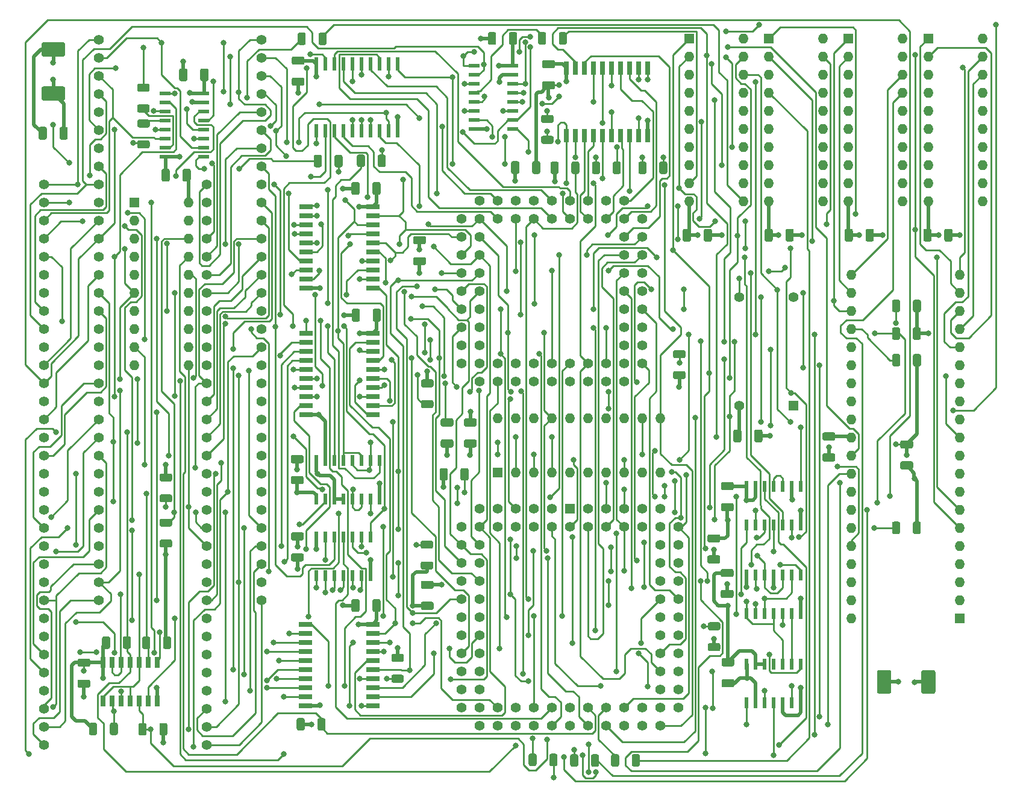
<source format=gbr>
%TF.GenerationSoftware,KiCad,Pcbnew,(5.1.12)-1*%
%TF.CreationDate,2022-10-26T16:15:56+02:00*%
%TF.ProjectId,dueottosei,6475656f-7474-46f7-9365-692e6b696361,rev?*%
%TF.SameCoordinates,Original*%
%TF.FileFunction,Copper,L1,Top*%
%TF.FilePolarity,Positive*%
%FSLAX46Y46*%
G04 Gerber Fmt 4.6, Leading zero omitted, Abs format (unit mm)*
G04 Created by KiCad (PCBNEW (5.1.12)-1) date 2022-10-26 16:15:56*
%MOMM*%
%LPD*%
G01*
G04 APERTURE LIST*
%TA.AperFunction,ComponentPad*%
%ADD10R,1.400000X1.400000*%
%TD*%
%TA.AperFunction,ComponentPad*%
%ADD11O,1.400000X1.400000*%
%TD*%
%TA.AperFunction,ComponentPad*%
%ADD12C,1.422400*%
%TD*%
%TA.AperFunction,SMDPad,CuDef*%
%ADD13R,1.525000X0.600000*%
%TD*%
%TA.AperFunction,SMDPad,CuDef*%
%ADD14R,0.600000X1.525000*%
%TD*%
%TA.AperFunction,ComponentPad*%
%ADD15C,1.400000*%
%TD*%
%TA.AperFunction,SMDPad,CuDef*%
%ADD16R,0.600000X1.950000*%
%TD*%
%TA.AperFunction,SMDPad,CuDef*%
%ADD17R,1.950000X0.650000*%
%TD*%
%TA.AperFunction,SMDPad,CuDef*%
%ADD18R,0.650000X1.950000*%
%TD*%
%TA.AperFunction,SMDPad,CuDef*%
%ADD19R,0.650000X1.525000*%
%TD*%
%TA.AperFunction,ComponentPad*%
%ADD20R,1.422400X1.422400*%
%TD*%
%TA.AperFunction,ViaPad*%
%ADD21C,0.800000*%
%TD*%
%TA.AperFunction,Conductor*%
%ADD22C,0.250000*%
%TD*%
%TA.AperFunction,Conductor*%
%ADD23C,0.500000*%
%TD*%
G04 APERTURE END LIST*
D10*
%TO.P,U14,1*%
%TO.N,Net-(U14-Pad1)*%
X214890000Y-121820000D03*
D11*
%TO.P,U14,21*%
%TO.N,6_D2*%
X199650000Y-73560000D03*
%TO.P,U14,2*%
%TO.N,Net-(U14-Pad2)*%
X214890000Y-119280000D03*
%TO.P,U14,22*%
%TO.N,6_D1*%
X199650000Y-76100000D03*
%TO.P,U14,3*%
%TO.N,Net-(U14-Pad3)*%
X214890000Y-116740000D03*
%TO.P,U14,23*%
%TO.N,6_D0*%
X199650000Y-78640000D03*
%TO.P,U14,4*%
%TO.N,Net-(U14-Pad4)*%
X214890000Y-114200000D03*
%TO.P,U14,24*%
%TO.N,6_PEREQ*%
X199650000Y-81180000D03*
%TO.P,U14,5*%
%TO.N,6_D15*%
X214890000Y-111660000D03*
%TO.P,U14,25*%
%TO.N,7_~BUSY*%
X199650000Y-83720000D03*
%TO.P,U14,6*%
%TO.N,6_D14*%
X214890000Y-109120000D03*
%TO.P,U14,26*%
%TO.N,7_~ERROR*%
X199650000Y-86260000D03*
%TO.P,U14,7*%
%TO.N,6_D13*%
X214890000Y-106580000D03*
%TO.P,U14,27*%
%TO.N,7_~NPRD*%
X199650000Y-88800000D03*
%TO.P,U14,8*%
%TO.N,6_D12*%
X214890000Y-104040000D03*
%TO.P,U14,28*%
%TO.N,7_~NPWR*%
X199650000Y-91340000D03*
%TO.P,U14,9*%
%TO.N,VCC*%
X214890000Y-101500000D03*
%TO.P,U14,29*%
%TO.N,Z_A1*%
X199650000Y-93880000D03*
%TO.P,U14,10*%
%TO.N,GND*%
X214890000Y-98960000D03*
%TO.P,U14,30*%
X199650000Y-96420000D03*
%TO.P,U14,11*%
%TO.N,6_D11*%
X214890000Y-96420000D03*
%TO.P,U14,31*%
%TO.N,Z_A2*%
X199650000Y-98960000D03*
%TO.P,U14,12*%
%TO.N,6_D10*%
X214890000Y-93880000D03*
%TO.P,U14,32*%
%TO.N,Net-(Q1-Pad8)*%
X199650000Y-101500000D03*
%TO.P,U14,13*%
%TO.N,Net-(U14-Pad13)*%
X214890000Y-91340000D03*
%TO.P,U14,33*%
%TO.N,7_NPS2*%
X199650000Y-104040000D03*
%TO.P,U14,14*%
%TO.N,6_D9*%
X214890000Y-88800000D03*
%TO.P,U14,34*%
%TO.N,7_~NPS1*%
X199650000Y-106580000D03*
%TO.P,U14,15*%
%TO.N,6_D8*%
X214890000Y-86260000D03*
%TO.P,U14,35*%
%TO.N,7_RESET*%
X199650000Y-109120000D03*
%TO.P,U14,16*%
%TO.N,6_D7*%
X214890000Y-83720000D03*
%TO.P,U14,36*%
%TO.N,6_~PEACK*%
X199650000Y-111660000D03*
%TO.P,U14,17*%
%TO.N,6_D6*%
X214890000Y-81180000D03*
%TO.P,U14,37*%
%TO.N,Net-(U14-Pad37)*%
X199650000Y-114200000D03*
%TO.P,U14,18*%
%TO.N,6_D5*%
X214890000Y-78640000D03*
%TO.P,U14,38*%
%TO.N,Net-(U14-Pad38)*%
X199650000Y-116740000D03*
%TO.P,U14,19*%
%TO.N,6_D4*%
X214890000Y-76100000D03*
%TO.P,U14,39*%
%TO.N,GND*%
X199650000Y-119280000D03*
%TO.P,U14,20*%
%TO.N,6_D3*%
X214890000Y-73560000D03*
%TO.P,U14,40*%
%TO.N,Net-(U14-Pad40)*%
X199650000Y-121820000D03*
%TD*%
D12*
%TO.P,U13,61*%
%TO.N,6_PEREQ*%
X157550000Y-86010000D03*
%TO.P,U13,63*%
%TO.N,6_~READY*%
X160090000Y-86010000D03*
%TO.P,U13,65*%
%TO.N,6_HDLA*%
X162630000Y-86010000D03*
%TO.P,U13,67*%
%TO.N,6_M\u005C~IO*%
X165170000Y-86010000D03*
%TO.P,U13,59*%
%TO.N,GND*%
X155010000Y-86010000D03*
%TO.P,U13,57*%
%TO.N,6_INTR*%
X152470000Y-86010000D03*
%TO.P,U13,55*%
%TO.N,Net-(U13-Pad55)*%
X149930000Y-86010000D03*
%TO.P,U13,53*%
%TO.N,Net-(R15-Pad2)*%
X147390000Y-86010000D03*
%TO.P,U13,60*%
%TO.N,GND*%
X157550000Y-88550000D03*
%TO.P,U13,62*%
%TO.N,VCC*%
X160090000Y-88550000D03*
%TO.P,U13,64*%
%TO.N,6_HOLD*%
X162630000Y-88550000D03*
%TO.P,U13,66*%
%TO.N,6_COD\u005C~INTA*%
X165170000Y-88550000D03*
%TO.P,U13,68*%
%TO.N,Net-(U13-Pad68)*%
X167710000Y-88550000D03*
%TO.P,U13,58*%
%TO.N,Net-(U13-Pad58)*%
X155010000Y-88550000D03*
%TO.P,U13,56*%
%TO.N,Net-(U13-Pad56)*%
X152470000Y-88550000D03*
%TO.P,U13,54*%
%TO.N,6_~BUSY*%
X149930000Y-88550000D03*
%TO.P,U13,2*%
%TO.N,Net-(U13-Pad2)*%
X167710000Y-86010000D03*
%TO.P,U13,4*%
%TO.N,6_~S1*%
X167710000Y-83470000D03*
%TO.P,U13,6*%
%TO.N,6_~PEACK*%
X167710000Y-80930000D03*
%TO.P,U13,8*%
%TO.N,6_A22*%
X167710000Y-78390000D03*
%TO.P,U13,10*%
%TO.N,6_A21*%
X167710000Y-75850000D03*
%TO.P,U13,12*%
%TO.N,6_A19*%
X167710000Y-73310000D03*
%TO.P,U13,14*%
%TO.N,6_A17*%
X167710000Y-70770000D03*
%TO.P,U13,16*%
%TO.N,6_A15*%
X167710000Y-68230000D03*
%TO.P,U13,1*%
%TO.N,6_~BHE*%
X170250000Y-86010000D03*
%TO.P,U13,3*%
%TO.N,Net-(U13-Pad3)*%
X170250000Y-83470000D03*
%TO.P,U13,5*%
%TO.N,6_~S0*%
X170250000Y-80930000D03*
%TO.P,U13,7*%
%TO.N,6_A23*%
X170250000Y-78390000D03*
%TO.P,U13,9*%
%TO.N,GND*%
X170250000Y-75850000D03*
%TO.P,U13,11*%
%TO.N,6_A20*%
X170250000Y-73310000D03*
%TO.P,U13,13*%
%TO.N,6_A18*%
X170250000Y-70770000D03*
%TO.P,U13,15*%
%TO.N,6_A16*%
X170250000Y-68230000D03*
%TO.P,U13,17*%
%TO.N,6_A14*%
X170250000Y-65690000D03*
%TO.P,U13,19*%
%TO.N,6_A12*%
X167710000Y-65690000D03*
%TO.P,U13,21*%
%TO.N,6_A10*%
X165170000Y-65690000D03*
%TO.P,U13,23*%
%TO.N,6_A8*%
X162630000Y-65690000D03*
%TO.P,U13,25*%
%TO.N,6_A6*%
X160090000Y-65690000D03*
%TO.P,U13,27*%
%TO.N,6_A4*%
X157550000Y-65690000D03*
%TO.P,U13,29*%
%TO.N,6_RESET*%
X155010000Y-65690000D03*
%TO.P,U13,31*%
%TO.N,Net-(Q1-Pad8)*%
X152470000Y-65690000D03*
%TO.P,U13,33*%
%TO.N,6_A1*%
X149930000Y-65690000D03*
%TO.P,U13,35*%
%TO.N,GND*%
X144850000Y-65690000D03*
%TO.P,U13,18*%
%TO.N,6_A13*%
X167710000Y-63150000D03*
%TO.P,U13,20*%
%TO.N,6_A11*%
X165170000Y-63150000D03*
%TO.P,U13,22*%
%TO.N,6_A9*%
X162630000Y-63150000D03*
%TO.P,U13,24*%
%TO.N,6_A7*%
X160090000Y-63150000D03*
%TO.P,U13,26*%
%TO.N,6_A5*%
X157550000Y-63150000D03*
%TO.P,U13,28*%
%TO.N,6_A3*%
X155010000Y-63150000D03*
%TO.P,U13,30*%
%TO.N,VCC*%
X152470000Y-63150000D03*
%TO.P,U13,32*%
%TO.N,6_A2*%
X149930000Y-63150000D03*
%TO.P,U13,34*%
%TO.N,6_A0*%
X147390000Y-63150000D03*
%TO.P,U13,36*%
%TO.N,6_D0*%
X147390000Y-65690000D03*
%TO.P,U13,38*%
%TO.N,6_D1*%
X147390000Y-68230000D03*
%TO.P,U13,40*%
%TO.N,6_D2*%
X147390000Y-70770000D03*
%TO.P,U13,42*%
%TO.N,6_D3*%
X147390000Y-73310000D03*
%TO.P,U13,44*%
%TO.N,6_D4*%
X147390000Y-75850000D03*
%TO.P,U13,46*%
%TO.N,6_D5*%
X147390000Y-78390000D03*
%TO.P,U13,48*%
%TO.N,6_D6*%
X147390000Y-80930000D03*
%TO.P,U13,50*%
%TO.N,6_D7*%
X147390000Y-83470000D03*
%TO.P,U13,52*%
%TO.N,Net-(C17-Pad1)*%
X147390000Y-88550000D03*
%TO.P,U13,37*%
%TO.N,6_D8*%
X144850000Y-68230000D03*
%TO.P,U13,39*%
%TO.N,6_D9*%
X144850000Y-70770000D03*
%TO.P,U13,41*%
%TO.N,6_D10*%
X144850000Y-73310000D03*
%TO.P,U13,43*%
%TO.N,6_D11*%
X144850000Y-75850000D03*
%TO.P,U13,45*%
%TO.N,6_D12*%
X144850000Y-78390000D03*
%TO.P,U13,47*%
%TO.N,6_D13*%
X144850000Y-80930000D03*
%TO.P,U13,49*%
%TO.N,6_D14*%
X144850000Y-83470000D03*
%TO.P,U13,51*%
%TO.N,6_D15*%
X144850000Y-86010000D03*
%TD*%
D13*
%TO.P,U35,1*%
%TO.N,Net-(U15-Pad8)*%
X146608000Y-44205000D03*
%TO.P,U35,2*%
%TO.N,Z_A13*%
X146608000Y-45475000D03*
%TO.P,U35,3*%
%TO.N,Z_A4*%
X146608000Y-46745000D03*
%TO.P,U35,4*%
%TO.N,Net-(R34-Pad2)*%
X146608000Y-48015000D03*
%TO.P,U35,5*%
%TO.N,Z_A12*%
X146608000Y-49285000D03*
%TO.P,U35,6*%
%TO.N,Z_A3*%
X146608000Y-50555000D03*
%TO.P,U35,7*%
%TO.N,Net-(R33-Pad2)*%
X146608000Y-51825000D03*
%TO.P,U35,8*%
%TO.N,GND*%
X146608000Y-53095000D03*
%TO.P,U35,9*%
%TO.N,Net-(R32-Pad2)*%
X152032000Y-53095000D03*
%TO.P,U35,10*%
%TO.N,Z_A2*%
X152032000Y-51825000D03*
%TO.P,U35,11*%
%TO.N,Z_A11*%
X152032000Y-50555000D03*
%TO.P,U35,12*%
%TO.N,Net-(R31-Pad2)*%
X152032000Y-49285000D03*
%TO.P,U35,13*%
%TO.N,Z_A1*%
X152032000Y-48015000D03*
%TO.P,U35,14*%
%TO.N,Z_A10*%
X152032000Y-46745000D03*
%TO.P,U35,15*%
%TO.N,GND*%
X152032000Y-45475000D03*
%TO.P,U35,16*%
%TO.N,VCC*%
X152032000Y-44205000D03*
%TD*%
%TO.P,U36,16*%
%TO.N,VCC*%
X108642000Y-48045000D03*
%TO.P,U36,15*%
%TO.N,GND*%
X108642000Y-49315000D03*
%TO.P,U36,14*%
%TO.N,Z_A14*%
X108642000Y-50585000D03*
%TO.P,U36,13*%
%TO.N,Z_A5*%
X108642000Y-51855000D03*
%TO.P,U36,12*%
%TO.N,Net-(R35-Pad1)*%
X108642000Y-53125000D03*
%TO.P,U36,11*%
%TO.N,Z_A15*%
X108642000Y-54395000D03*
%TO.P,U36,10*%
%TO.N,Z_A6*%
X108642000Y-55665000D03*
%TO.P,U36,9*%
%TO.N,Net-(R36-Pad1)*%
X108642000Y-56935000D03*
%TO.P,U36,8*%
%TO.N,GND*%
X103218000Y-56935000D03*
%TO.P,U36,7*%
%TO.N,Net-(R37-Pad1)*%
X103218000Y-55665000D03*
%TO.P,U36,6*%
%TO.N,Z_A7*%
X103218000Y-54395000D03*
%TO.P,U36,5*%
%TO.N,Z_A16*%
X103218000Y-53125000D03*
%TO.P,U36,4*%
%TO.N,Net-(R38-Pad1)*%
X103218000Y-51855000D03*
%TO.P,U36,3*%
%TO.N,Z_A8*%
X103218000Y-50585000D03*
%TO.P,U36,2*%
%TO.N,Z_A17*%
X103218000Y-49315000D03*
%TO.P,U36,1*%
%TO.N,Net-(U15-Pad8)*%
X103218000Y-48045000D03*
%TD*%
D14*
%TO.P,U37,1*%
%TO.N,GND*%
X124435000Y-105052000D03*
%TO.P,U37,2*%
%TO.N,Net-(U37-Pad2)*%
X125705000Y-105052000D03*
%TO.P,U37,3*%
%TO.N,VCC*%
X126975000Y-105052000D03*
%TO.P,U37,4*%
X128245000Y-105052000D03*
%TO.P,U37,5*%
%TO.N,M_~BG*%
X129515000Y-105052000D03*
%TO.P,U37,6*%
X130785000Y-105052000D03*
%TO.P,U37,7*%
%TO.N,Z_~BG*%
X132055000Y-105052000D03*
%TO.P,U37,8*%
%TO.N,GND*%
X133325000Y-105052000D03*
%TO.P,U37,9*%
%TO.N,Net-(R39-Pad1)*%
X133325000Y-99628000D03*
%TO.P,U37,10*%
%TO.N,Z_A18*%
X132055000Y-99628000D03*
%TO.P,U37,11*%
%TO.N,Z_A9*%
X130785000Y-99628000D03*
%TO.P,U37,12*%
%TO.N,Z_A18*%
X129515000Y-99628000D03*
%TO.P,U37,13*%
%TO.N,Z_A9*%
X128245000Y-99628000D03*
%TO.P,U37,14*%
%TO.N,Net-(U15-Pad8)*%
X126975000Y-99628000D03*
%TO.P,U37,15*%
%TO.N,GND*%
X125705000Y-99628000D03*
%TO.P,U37,16*%
%TO.N,VCC*%
X124435000Y-99628000D03*
%TD*%
%TO.P,U43,1*%
%TO.N,P65*%
X124460000Y-115852000D03*
%TO.P,U43,2*%
%TO.N,Z_~BGACK*%
X125730000Y-115852000D03*
%TO.P,U43,3*%
%TO.N,Net-(U42-Pad1)*%
X127000000Y-115852000D03*
%TO.P,U43,4*%
%TO.N,Net-(U43-Pad4)*%
X128270000Y-115852000D03*
%TO.P,U43,5*%
%TO.N,6_M\u005C~IO*%
X129540000Y-115852000D03*
%TO.P,U43,6*%
%TO.N,P24*%
X130810000Y-115852000D03*
%TO.P,U43,7*%
%TO.N,GND*%
X132080000Y-115852000D03*
%TO.P,U43,8*%
%TO.N,GCLK*%
X132080000Y-110428000D03*
%TO.P,U43,9*%
%TO.N,6_~S0*%
X130810000Y-110428000D03*
%TO.P,U43,10*%
%TO.N,6_~S1*%
X129540000Y-110428000D03*
%TO.P,U43,11*%
%TO.N,P42*%
X128270000Y-110428000D03*
%TO.P,U43,12*%
%TO.N,Z_~IPL0*%
X127000000Y-110428000D03*
%TO.P,U43,13*%
%TO.N,Z_~IPL1*%
X125730000Y-110428000D03*
%TO.P,U43,14*%
%TO.N,VCC*%
X124460000Y-110428000D03*
%TD*%
D15*
%TO.P,J1,1*%
%TO.N,Z_D4*%
X109020000Y-139580000D03*
%TO.P,J1,2*%
%TO.N,Z_D3*%
X109020000Y-137040000D03*
%TO.P,J1,3*%
%TO.N,Z_D2*%
X109020000Y-134500000D03*
%TO.P,J1,4*%
%TO.N,Z_D1*%
X109020000Y-131960000D03*
%TO.P,J1,5*%
%TO.N,Z_D0*%
X109020000Y-129420000D03*
%TO.P,J1,6*%
%TO.N,Z_~AS*%
X109020000Y-126880000D03*
%TO.P,J1,7*%
%TO.N,Z_~UDS*%
X109020000Y-124340000D03*
%TO.P,J1,8*%
%TO.N,Z_~LDS*%
X109020000Y-121800000D03*
%TO.P,J1,9*%
%TO.N,Z_R~W*%
X109020000Y-119260000D03*
%TO.P,J1,10*%
%TO.N,Z_~DTACK*%
X109020000Y-116720000D03*
%TO.P,J1,11*%
%TO.N,Z_~BG*%
X109020000Y-114180000D03*
%TO.P,J1,12*%
%TO.N,Z_~BGACK*%
X109020000Y-111640000D03*
%TO.P,J1,13*%
%TO.N,Z_~BR*%
X109020000Y-109100000D03*
%TO.P,J1,14*%
%TO.N,VCC*%
X109020000Y-106560000D03*
%TO.P,J1,15*%
%TO.N,Z_CLK*%
X109020000Y-104020000D03*
%TO.P,J1,16*%
%TO.N,GND*%
X109020000Y-101480000D03*
%TO.P,J1,17*%
%TO.N,Z_~HALT*%
X109020000Y-98940000D03*
%TO.P,J1,18*%
%TO.N,Z_~RESET*%
X109020000Y-96400000D03*
%TO.P,J1,19*%
%TO.N,Z_~VMA*%
X109020000Y-93860000D03*
%TO.P,J1,20*%
%TO.N,Z_E*%
X109020000Y-91320000D03*
%TO.P,J1,21*%
%TO.N,Z_~VPA*%
X109020000Y-88780000D03*
%TO.P,J1,22*%
%TO.N,Z_~BERR*%
X109020000Y-86240000D03*
%TO.P,J1,23*%
%TO.N,Z_~IPL2*%
X109020000Y-83700000D03*
%TO.P,J1,24*%
%TO.N,Z_~IPL1*%
X109020000Y-81160000D03*
%TO.P,J1,25*%
%TO.N,Z_~IPL0*%
X109020000Y-78620000D03*
%TO.P,J1,26*%
%TO.N,Z_FC2*%
X109020000Y-76080000D03*
%TO.P,J1,27*%
%TO.N,Z_FC1*%
X109020000Y-73540000D03*
%TO.P,J1,28*%
%TO.N,Z_FC0*%
X109020000Y-71000000D03*
%TO.P,J1,29*%
%TO.N,Z_A1*%
X109020000Y-68460000D03*
%TO.P,J1,30*%
%TO.N,Z_A2*%
X109020000Y-65920000D03*
%TO.P,J1,31*%
%TO.N,Z_A3*%
X109020000Y-63380000D03*
%TO.P,J1,32*%
%TO.N,Z_A4*%
X109020000Y-60840000D03*
%TO.P,J1,33*%
%TO.N,Z_A5*%
X86160000Y-60840000D03*
%TO.P,J1,34*%
%TO.N,Z_A6*%
X86160000Y-63380000D03*
%TO.P,J1,35*%
%TO.N,Z_A7*%
X86160000Y-65920000D03*
%TO.P,J1,36*%
%TO.N,Z_A8*%
X86160000Y-68460000D03*
%TO.P,J1,37*%
%TO.N,Z_A9*%
X86160000Y-71000000D03*
%TO.P,J1,38*%
%TO.N,Z_A10*%
X86160000Y-73540000D03*
%TO.P,J1,39*%
%TO.N,Z_A11*%
X86160000Y-76080000D03*
%TO.P,J1,40*%
%TO.N,Z_A12*%
X86160000Y-78620000D03*
%TO.P,J1,41*%
%TO.N,Z_A13*%
X86160000Y-81160000D03*
%TO.P,J1,42*%
%TO.N,Z_A14*%
X86160000Y-83700000D03*
%TO.P,J1,43*%
%TO.N,Z_A15*%
X86160000Y-86240000D03*
%TO.P,J1,44*%
%TO.N,Z_A16*%
X86160000Y-88780000D03*
%TO.P,J1,45*%
%TO.N,Z_A17*%
X86160000Y-91320000D03*
%TO.P,J1,46*%
%TO.N,Z_A18*%
X86160000Y-93860000D03*
%TO.P,J1,47*%
%TO.N,Z_A19*%
X86160000Y-96400000D03*
%TO.P,J1,48*%
%TO.N,Z_A20*%
X86160000Y-98940000D03*
%TO.P,J1,49*%
%TO.N,VCC*%
X86160000Y-101480000D03*
%TO.P,J1,50*%
%TO.N,Z_A21*%
X86160000Y-104020000D03*
%TO.P,J1,51*%
%TO.N,Z_A22*%
X86160000Y-106560000D03*
%TO.P,J1,52*%
%TO.N,Z_A23*%
X86160000Y-109100000D03*
%TO.P,J1,53*%
%TO.N,GND*%
X86160000Y-111640000D03*
%TO.P,J1,54*%
%TO.N,Z_D15*%
X86160000Y-114180000D03*
%TO.P,J1,55*%
%TO.N,Z_D14*%
X86160000Y-116720000D03*
%TO.P,J1,56*%
%TO.N,Z_D13*%
X86160000Y-119260000D03*
%TO.P,J1,57*%
%TO.N,Z_D12*%
X86160000Y-121800000D03*
%TO.P,J1,58*%
%TO.N,Z_D11*%
X86160000Y-124340000D03*
%TO.P,J1,59*%
%TO.N,Z_D10*%
X86160000Y-126880000D03*
%TO.P,J1,60*%
%TO.N,Z_D9*%
X86160000Y-129420000D03*
%TO.P,J1,61*%
%TO.N,Z_D8*%
X86160000Y-131960000D03*
%TO.P,J1,62*%
%TO.N,Z_D7*%
X86160000Y-134500000D03*
%TO.P,J1,63*%
%TO.N,Z_D6*%
X86160000Y-137040000D03*
%TO.P,J1,64*%
%TO.N,Z_D5*%
X86160000Y-139580000D03*
%TD*%
%TO.P,J2,64*%
%TO.N,Z_D5*%
X93890000Y-119250000D03*
%TO.P,J2,63*%
%TO.N,Z_D6*%
X93890000Y-116710000D03*
%TO.P,J2,62*%
%TO.N,Z_D7*%
X93890000Y-114170000D03*
%TO.P,J2,61*%
%TO.N,Z_D8*%
X93890000Y-111630000D03*
%TO.P,J2,60*%
%TO.N,Z_D9*%
X93890000Y-109090000D03*
%TO.P,J2,59*%
%TO.N,Z_D10*%
X93890000Y-106550000D03*
%TO.P,J2,58*%
%TO.N,Z_D11*%
X93890000Y-104010000D03*
%TO.P,J2,57*%
%TO.N,Z_D12*%
X93890000Y-101470000D03*
%TO.P,J2,56*%
%TO.N,Z_D13*%
X93890000Y-98930000D03*
%TO.P,J2,55*%
%TO.N,Z_D14*%
X93890000Y-96390000D03*
%TO.P,J2,54*%
%TO.N,Z_D15*%
X93890000Y-93850000D03*
%TO.P,J2,53*%
%TO.N,GND*%
X93890000Y-91310000D03*
%TO.P,J2,52*%
%TO.N,Z_A23*%
X93890000Y-88770000D03*
%TO.P,J2,51*%
%TO.N,Z_A22*%
X93890000Y-86230000D03*
%TO.P,J2,50*%
%TO.N,Z_A21*%
X93890000Y-83690000D03*
%TO.P,J2,49*%
%TO.N,VCC*%
X93890000Y-81150000D03*
%TO.P,J2,48*%
%TO.N,Z_A20*%
X93890000Y-78610000D03*
%TO.P,J2,47*%
%TO.N,Z_A19*%
X93890000Y-76070000D03*
%TO.P,J2,46*%
%TO.N,Z_A18*%
X93890000Y-73530000D03*
%TO.P,J2,45*%
%TO.N,Z_A17*%
X93890000Y-70990000D03*
%TO.P,J2,44*%
%TO.N,Z_A16*%
X93890000Y-68450000D03*
%TO.P,J2,43*%
%TO.N,Z_A15*%
X93890000Y-65910000D03*
%TO.P,J2,42*%
%TO.N,Z_A14*%
X93890000Y-63370000D03*
%TO.P,J2,41*%
%TO.N,Z_A13*%
X93890000Y-60830000D03*
%TO.P,J2,40*%
%TO.N,Z_A12*%
X93890000Y-58290000D03*
%TO.P,J2,39*%
%TO.N,Z_A11*%
X93890000Y-55750000D03*
%TO.P,J2,38*%
%TO.N,Z_A10*%
X93890000Y-53210000D03*
%TO.P,J2,37*%
%TO.N,Z_A9*%
X93890000Y-50670000D03*
%TO.P,J2,36*%
%TO.N,Z_A8*%
X93890000Y-48130000D03*
%TO.P,J2,35*%
%TO.N,Z_A7*%
X93890000Y-45590000D03*
%TO.P,J2,34*%
%TO.N,Z_A6*%
X93890000Y-43050000D03*
%TO.P,J2,33*%
%TO.N,Z_A5*%
X93890000Y-40510000D03*
%TO.P,J2,32*%
%TO.N,Z_A4*%
X116750000Y-40510000D03*
%TO.P,J2,31*%
%TO.N,Z_A3*%
X116750000Y-43050000D03*
%TO.P,J2,30*%
%TO.N,Z_A2*%
X116750000Y-45590000D03*
%TO.P,J2,29*%
%TO.N,Z_A1*%
X116750000Y-48130000D03*
%TO.P,J2,28*%
%TO.N,Z_FC0*%
X116750000Y-50670000D03*
%TO.P,J2,27*%
%TO.N,Z_FC1*%
X116750000Y-53210000D03*
%TO.P,J2,26*%
%TO.N,Z_FC2*%
X116750000Y-55750000D03*
%TO.P,J2,25*%
%TO.N,Z_~IPL0*%
X116750000Y-58290000D03*
%TO.P,J2,24*%
%TO.N,Z_~IPL1*%
X116750000Y-60830000D03*
%TO.P,J2,23*%
%TO.N,Z_~IPL2*%
X116750000Y-63370000D03*
%TO.P,J2,22*%
%TO.N,Z_~BERR*%
X116750000Y-65910000D03*
%TO.P,J2,21*%
%TO.N,Z_~VPA*%
X116750000Y-68450000D03*
%TO.P,J2,20*%
%TO.N,Z_E*%
X116750000Y-70990000D03*
%TO.P,J2,19*%
%TO.N,Z_~VMA*%
X116750000Y-73530000D03*
%TO.P,J2,18*%
%TO.N,Z_~RESET*%
X116750000Y-76070000D03*
%TO.P,J2,17*%
%TO.N,Z_~HALT*%
X116750000Y-78610000D03*
%TO.P,J2,16*%
%TO.N,GND*%
X116750000Y-81150000D03*
%TO.P,J2,15*%
%TO.N,Z_CLK*%
X116750000Y-83690000D03*
%TO.P,J2,14*%
%TO.N,VCC*%
X116750000Y-86230000D03*
%TO.P,J2,13*%
%TO.N,M_~BR*%
X116750000Y-88770000D03*
%TO.P,J2,12*%
%TO.N,M_~BGACK*%
X116750000Y-91310000D03*
%TO.P,J2,11*%
%TO.N,M_~BG*%
X116750000Y-93850000D03*
%TO.P,J2,10*%
%TO.N,M_~DTACK*%
X116750000Y-96390000D03*
%TO.P,J2,9*%
%TO.N,Z_R~W*%
X116750000Y-98930000D03*
%TO.P,J2,8*%
%TO.N,M_~LDS*%
X116750000Y-101470000D03*
%TO.P,J2,7*%
%TO.N,M_~UDS*%
X116750000Y-104010000D03*
%TO.P,J2,6*%
%TO.N,M_~AS*%
X116750000Y-106550000D03*
%TO.P,J2,5*%
%TO.N,Z_D0*%
X116750000Y-109090000D03*
%TO.P,J2,4*%
%TO.N,Z_D1*%
X116750000Y-111630000D03*
%TO.P,J2,3*%
%TO.N,Z_D2*%
X116750000Y-114170000D03*
%TO.P,J2,2*%
%TO.N,Z_D3*%
X116750000Y-116710000D03*
%TO.P,J2,1*%
%TO.N,Z_D4*%
X116750000Y-119250000D03*
%TD*%
D16*
%TO.P,U21,1*%
%TO.N,6_HDLA*%
X124475000Y-53355000D03*
%TO.P,U21,2*%
%TO.N,P19*%
X125745000Y-53355000D03*
%TO.P,U21,3*%
%TO.N,6_A0*%
X127015000Y-53355000D03*
%TO.P,U21,4*%
%TO.N,6_A1*%
X128285000Y-53355000D03*
%TO.P,U21,5*%
%TO.N,Z_A1*%
X129555000Y-53355000D03*
%TO.P,U21,6*%
%TO.N,Z_A2*%
X130825000Y-53355000D03*
%TO.P,U21,7*%
%TO.N,6_A2*%
X132095000Y-53355000D03*
%TO.P,U21,8*%
%TO.N,6_A3*%
X133365000Y-53355000D03*
%TO.P,U21,9*%
%TO.N,Z_A3*%
X134635000Y-53355000D03*
%TO.P,U21,10*%
%TO.N,GND*%
X135905000Y-53355000D03*
%TO.P,U21,11*%
%TO.N,GCLK*%
X135905000Y-43905000D03*
%TO.P,U21,12*%
%TO.N,Z_A4*%
X134635000Y-43905000D03*
%TO.P,U21,13*%
%TO.N,6_A4*%
X133365000Y-43905000D03*
%TO.P,U21,14*%
%TO.N,6_A5*%
X132095000Y-43905000D03*
%TO.P,U21,15*%
%TO.N,Z_A5*%
X130825000Y-43905000D03*
%TO.P,U21,16*%
%TO.N,Z_A6*%
X129555000Y-43905000D03*
%TO.P,U21,17*%
%TO.N,6_A6*%
X128285000Y-43905000D03*
%TO.P,U21,18*%
%TO.N,6_A7*%
X127015000Y-43905000D03*
%TO.P,U21,19*%
%TO.N,Z_A7*%
X125745000Y-43905000D03*
%TO.P,U21,20*%
%TO.N,VCC*%
X124475000Y-43905000D03*
%TD*%
D14*
%TO.P,U15,1*%
%TO.N,M_~LDS*%
X184920000Y-108742000D03*
%TO.P,U15,2*%
%TO.N,M_~UDS*%
X186190000Y-108742000D03*
%TO.P,U15,3*%
%TO.N,P61*%
X187460000Y-108742000D03*
%TO.P,U15,4*%
%TO.N,P30*%
X188730000Y-108742000D03*
%TO.P,U15,5*%
%TO.N,6_A20*%
X190000000Y-108742000D03*
%TO.P,U15,6*%
%TO.N,P71*%
X191270000Y-108742000D03*
%TO.P,U15,7*%
%TO.N,GND*%
X192540000Y-108742000D03*
%TO.P,U15,8*%
%TO.N,Net-(U15-Pad8)*%
X192540000Y-103318000D03*
%TO.P,U15,9*%
%TO.N,VCC*%
X191270000Y-103318000D03*
%TO.P,U15,10*%
%TO.N,Net-(U15-Pad10)*%
X190000000Y-103318000D03*
%TO.P,U15,11*%
X188730000Y-103318000D03*
%TO.P,U15,12*%
%TO.N,P48*%
X187460000Y-103318000D03*
%TO.P,U15,13*%
%TO.N,VCC*%
X186190000Y-103318000D03*
%TO.P,U15,14*%
X184920000Y-103318000D03*
%TD*%
%TO.P,U45,1*%
%TO.N,6_A23*%
X184920000Y-121122000D03*
%TO.P,U45,2*%
%TO.N,6_A22*%
X186190000Y-121122000D03*
%TO.P,U45,3*%
%TO.N,6_A21*%
X187460000Y-121122000D03*
%TO.P,U45,4*%
%TO.N,6_A23*%
X188730000Y-121122000D03*
%TO.P,U45,5*%
%TO.N,Net-(U43-Pad4)*%
X190000000Y-121122000D03*
%TO.P,U45,6*%
%TO.N,Net-(U28-Pad9)*%
X191270000Y-121122000D03*
%TO.P,U45,7*%
%TO.N,GND*%
X192540000Y-121122000D03*
%TO.P,U45,8*%
%TO.N,6_A22*%
X192540000Y-115698000D03*
%TO.P,U45,9*%
%TO.N,6_A21*%
X191270000Y-115698000D03*
%TO.P,U45,10*%
%TO.N,P71*%
X190000000Y-115698000D03*
%TO.P,U45,11*%
%TO.N,GND*%
X188730000Y-115698000D03*
%TO.P,U45,12*%
%TO.N,P71*%
X187460000Y-115698000D03*
%TO.P,U45,13*%
%TO.N,6_A19*%
X186190000Y-115698000D03*
%TO.P,U45,14*%
%TO.N,VCC*%
X184920000Y-115698000D03*
%TD*%
%TO.P,U28,14*%
%TO.N,VCC*%
X184930000Y-128228000D03*
%TO.P,U28,13*%
%TO.N,GND*%
X186200000Y-128228000D03*
%TO.P,U28,12*%
X187470000Y-128228000D03*
%TO.P,U28,11*%
%TO.N,Net-(U28-Pad11)*%
X188740000Y-128228000D03*
%TO.P,U28,10*%
%TO.N,6_A23*%
X190010000Y-128228000D03*
%TO.P,U28,9*%
%TO.N,Net-(U28-Pad9)*%
X191280000Y-128228000D03*
%TO.P,U28,8*%
%TO.N,P67*%
X192550000Y-128228000D03*
%TO.P,U28,7*%
%TO.N,GND*%
X192550000Y-133652000D03*
%TO.P,U28,6*%
%TO.N,P27*%
X191280000Y-133652000D03*
%TO.P,U28,5*%
%TO.N,GND*%
X190010000Y-133652000D03*
%TO.P,U28,4*%
%TO.N,Z_CLK*%
X188740000Y-133652000D03*
%TO.P,U28,3*%
%TO.N,P56*%
X187470000Y-133652000D03*
%TO.P,U28,2*%
%TO.N,VCC*%
X186200000Y-133652000D03*
%TO.P,U28,1*%
%TO.N,Net-(Q1-Pad8)*%
X184930000Y-133652000D03*
%TD*%
D10*
%TO.P,Q1,1*%
%TO.N,Net-(Q1-Pad1)*%
X191540000Y-91930000D03*
D15*
%TO.P,Q1,14*%
%TO.N,VCC*%
X183920000Y-91930000D03*
%TO.P,Q1,8*%
%TO.N,Net-(Q1-Pad8)*%
X183920000Y-76690000D03*
%TO.P,Q1,7*%
%TO.N,GND*%
X191540000Y-76690000D03*
%TD*%
%TO.P,C10,1*%
%TO.N,VCC*%
%TA.AperFunction,SMDPad,CuDef*%
G36*
G01*
X86100000Y-40900000D02*
X88900000Y-40900000D01*
G75*
G02*
X89150000Y-41150000I0J-250000D01*
G01*
X89150000Y-42650000D01*
G75*
G02*
X88900000Y-42900000I-250000J0D01*
G01*
X86100000Y-42900000D01*
G75*
G02*
X85850000Y-42650000I0J250000D01*
G01*
X85850000Y-41150000D01*
G75*
G02*
X86100000Y-40900000I250000J0D01*
G01*
G37*
%TD.AperFunction*%
%TO.P,C10,2*%
%TO.N,GND*%
%TA.AperFunction,SMDPad,CuDef*%
G36*
G01*
X86100000Y-47100000D02*
X88900000Y-47100000D01*
G75*
G02*
X89150000Y-47350000I0J-250000D01*
G01*
X89150000Y-48850000D01*
G75*
G02*
X88900000Y-49100000I-250000J0D01*
G01*
X86100000Y-49100000D01*
G75*
G02*
X85850000Y-48850000I0J250000D01*
G01*
X85850000Y-47350000D01*
G75*
G02*
X86100000Y-47100000I250000J0D01*
G01*
G37*
%TD.AperFunction*%
%TD*%
%TO.P,C11,2*%
%TO.N,GND*%
%TA.AperFunction,SMDPad,CuDef*%
G36*
G01*
X205260000Y-129350000D02*
X205260000Y-132150000D01*
G75*
G02*
X205010000Y-132400000I-250000J0D01*
G01*
X203510000Y-132400000D01*
G75*
G02*
X203260000Y-132150000I0J250000D01*
G01*
X203260000Y-129350000D01*
G75*
G02*
X203510000Y-129100000I250000J0D01*
G01*
X205010000Y-129100000D01*
G75*
G02*
X205260000Y-129350000I0J-250000D01*
G01*
G37*
%TD.AperFunction*%
%TO.P,C11,1*%
%TO.N,VCC*%
%TA.AperFunction,SMDPad,CuDef*%
G36*
G01*
X211460000Y-129350000D02*
X211460000Y-132150000D01*
G75*
G02*
X211210000Y-132400000I-250000J0D01*
G01*
X209710000Y-132400000D01*
G75*
G02*
X209460000Y-132150000I0J250000D01*
G01*
X209460000Y-129350000D01*
G75*
G02*
X209710000Y-129100000I250000J0D01*
G01*
X211210000Y-129100000D01*
G75*
G02*
X211460000Y-129350000I0J-250000D01*
G01*
G37*
%TD.AperFunction*%
%TD*%
%TO.P,C12,2*%
%TO.N,GND*%
%TA.AperFunction,SMDPad,CuDef*%
G36*
G01*
X88370000Y-54330001D02*
X88370000Y-53029999D01*
G75*
G02*
X88619999Y-52780000I249999J0D01*
G01*
X89270001Y-52780000D01*
G75*
G02*
X89520000Y-53029999I0J-249999D01*
G01*
X89520000Y-54330001D01*
G75*
G02*
X89270001Y-54580000I-249999J0D01*
G01*
X88619999Y-54580000D01*
G75*
G02*
X88370000Y-54330001I0J249999D01*
G01*
G37*
%TD.AperFunction*%
%TO.P,C12,1*%
%TO.N,VCC*%
%TA.AperFunction,SMDPad,CuDef*%
G36*
G01*
X85420000Y-54330001D02*
X85420000Y-53029999D01*
G75*
G02*
X85669999Y-52780000I249999J0D01*
G01*
X86320001Y-52780000D01*
G75*
G02*
X86570000Y-53029999I0J-249999D01*
G01*
X86570000Y-54330001D01*
G75*
G02*
X86320001Y-54580000I-249999J0D01*
G01*
X85669999Y-54580000D01*
G75*
G02*
X85420000Y-54330001I0J249999D01*
G01*
G37*
%TD.AperFunction*%
%TD*%
%TO.P,C13,1*%
%TO.N,VCC*%
%TA.AperFunction,SMDPad,CuDef*%
G36*
G01*
X139610001Y-72220000D02*
X138309999Y-72220000D01*
G75*
G02*
X138060000Y-71970001I0J249999D01*
G01*
X138060000Y-71319999D01*
G75*
G02*
X138309999Y-71070000I249999J0D01*
G01*
X139610001Y-71070000D01*
G75*
G02*
X139860000Y-71319999I0J-249999D01*
G01*
X139860000Y-71970001D01*
G75*
G02*
X139610001Y-72220000I-249999J0D01*
G01*
G37*
%TD.AperFunction*%
%TO.P,C13,2*%
%TO.N,GND*%
%TA.AperFunction,SMDPad,CuDef*%
G36*
G01*
X139610001Y-69270000D02*
X138309999Y-69270000D01*
G75*
G02*
X138060000Y-69020001I0J249999D01*
G01*
X138060000Y-68369999D01*
G75*
G02*
X138309999Y-68120000I249999J0D01*
G01*
X139610001Y-68120000D01*
G75*
G02*
X139860000Y-68369999I0J-249999D01*
G01*
X139860000Y-69020001D01*
G75*
G02*
X139610001Y-69270000I-249999J0D01*
G01*
G37*
%TD.AperFunction*%
%TD*%
%TO.P,C14,2*%
%TO.N,GND*%
%TA.AperFunction,SMDPad,CuDef*%
G36*
G01*
X145439999Y-96680000D02*
X146740001Y-96680000D01*
G75*
G02*
X146990000Y-96929999I0J-249999D01*
G01*
X146990000Y-97580001D01*
G75*
G02*
X146740001Y-97830000I-249999J0D01*
G01*
X145439999Y-97830000D01*
G75*
G02*
X145190000Y-97580001I0J249999D01*
G01*
X145190000Y-96929999D01*
G75*
G02*
X145439999Y-96680000I249999J0D01*
G01*
G37*
%TD.AperFunction*%
%TO.P,C14,1*%
%TO.N,VCC*%
%TA.AperFunction,SMDPad,CuDef*%
G36*
G01*
X145439999Y-93730000D02*
X146740001Y-93730000D01*
G75*
G02*
X146990000Y-93979999I0J-249999D01*
G01*
X146990000Y-94630001D01*
G75*
G02*
X146740001Y-94880000I-249999J0D01*
G01*
X145439999Y-94880000D01*
G75*
G02*
X145190000Y-94630001I0J249999D01*
G01*
X145190000Y-93979999D01*
G75*
G02*
X145439999Y-93730000I249999J0D01*
G01*
G37*
%TD.AperFunction*%
%TD*%
%TO.P,C15,1*%
%TO.N,VCC*%
%TA.AperFunction,SMDPad,CuDef*%
G36*
G01*
X151830000Y-59150001D02*
X151830000Y-57849999D01*
G75*
G02*
X152079999Y-57600000I249999J0D01*
G01*
X152730001Y-57600000D01*
G75*
G02*
X152980000Y-57849999I0J-249999D01*
G01*
X152980000Y-59150001D01*
G75*
G02*
X152730001Y-59400000I-249999J0D01*
G01*
X152079999Y-59400000D01*
G75*
G02*
X151830000Y-59150001I0J249999D01*
G01*
G37*
%TD.AperFunction*%
%TO.P,C15,2*%
%TO.N,GND*%
%TA.AperFunction,SMDPad,CuDef*%
G36*
G01*
X154780000Y-59150001D02*
X154780000Y-57849999D01*
G75*
G02*
X155029999Y-57600000I249999J0D01*
G01*
X155680001Y-57600000D01*
G75*
G02*
X155930000Y-57849999I0J-249999D01*
G01*
X155930000Y-59150001D01*
G75*
G02*
X155680001Y-59400000I-249999J0D01*
G01*
X155029999Y-59400000D01*
G75*
G02*
X154780000Y-59150001I0J249999D01*
G01*
G37*
%TD.AperFunction*%
%TD*%
%TO.P,C16,2*%
%TO.N,GND*%
%TA.AperFunction,SMDPad,CuDef*%
G36*
G01*
X130530000Y-60779999D02*
X130530000Y-62080001D01*
G75*
G02*
X130280001Y-62330000I-249999J0D01*
G01*
X129629999Y-62330000D01*
G75*
G02*
X129380000Y-62080001I0J249999D01*
G01*
X129380000Y-60779999D01*
G75*
G02*
X129629999Y-60530000I249999J0D01*
G01*
X130280001Y-60530000D01*
G75*
G02*
X130530000Y-60779999I0J-249999D01*
G01*
G37*
%TD.AperFunction*%
%TO.P,C16,1*%
%TO.N,VCC*%
%TA.AperFunction,SMDPad,CuDef*%
G36*
G01*
X133480000Y-60779999D02*
X133480000Y-62080001D01*
G75*
G02*
X133230001Y-62330000I-249999J0D01*
G01*
X132579999Y-62330000D01*
G75*
G02*
X132330000Y-62080001I0J249999D01*
G01*
X132330000Y-60779999D01*
G75*
G02*
X132579999Y-60530000I249999J0D01*
G01*
X133230001Y-60530000D01*
G75*
G02*
X133480000Y-60779999I0J-249999D01*
G01*
G37*
%TD.AperFunction*%
%TD*%
%TO.P,C17,1*%
%TO.N,Net-(C17-Pad1)*%
%TA.AperFunction,SMDPad,CuDef*%
G36*
G01*
X142179999Y-93730000D02*
X143480001Y-93730000D01*
G75*
G02*
X143730000Y-93979999I0J-249999D01*
G01*
X143730000Y-94630001D01*
G75*
G02*
X143480001Y-94880000I-249999J0D01*
G01*
X142179999Y-94880000D01*
G75*
G02*
X141930000Y-94630001I0J249999D01*
G01*
X141930000Y-93979999D01*
G75*
G02*
X142179999Y-93730000I249999J0D01*
G01*
G37*
%TD.AperFunction*%
%TO.P,C17,2*%
%TO.N,GND*%
%TA.AperFunction,SMDPad,CuDef*%
G36*
G01*
X142179999Y-96680000D02*
X143480001Y-96680000D01*
G75*
G02*
X143730000Y-96929999I0J-249999D01*
G01*
X143730000Y-97580001D01*
G75*
G02*
X143480001Y-97830000I-249999J0D01*
G01*
X142179999Y-97830000D01*
G75*
G02*
X141930000Y-97580001I0J249999D01*
G01*
X141930000Y-96929999D01*
G75*
G02*
X142179999Y-96680000I249999J0D01*
G01*
G37*
%TD.AperFunction*%
%TD*%
%TO.P,C21,1*%
%TO.N,VCC*%
%TA.AperFunction,SMDPad,CuDef*%
G36*
G01*
X121239999Y-42900000D02*
X122540001Y-42900000D01*
G75*
G02*
X122790000Y-43149999I0J-249999D01*
G01*
X122790000Y-43800001D01*
G75*
G02*
X122540001Y-44050000I-249999J0D01*
G01*
X121239999Y-44050000D01*
G75*
G02*
X120990000Y-43800001I0J249999D01*
G01*
X120990000Y-43149999D01*
G75*
G02*
X121239999Y-42900000I249999J0D01*
G01*
G37*
%TD.AperFunction*%
%TO.P,C21,2*%
%TO.N,GND*%
%TA.AperFunction,SMDPad,CuDef*%
G36*
G01*
X121239999Y-45850000D02*
X122540001Y-45850000D01*
G75*
G02*
X122790000Y-46099999I0J-249999D01*
G01*
X122790000Y-46750001D01*
G75*
G02*
X122540001Y-47000000I-249999J0D01*
G01*
X121239999Y-47000000D01*
G75*
G02*
X120990000Y-46750001I0J249999D01*
G01*
X120990000Y-46099999D01*
G75*
G02*
X121239999Y-45850000I249999J0D01*
G01*
G37*
%TD.AperFunction*%
%TD*%
%TO.P,C22,2*%
%TO.N,GND*%
%TA.AperFunction,SMDPad,CuDef*%
G36*
G01*
X197130001Y-96850000D02*
X195829999Y-96850000D01*
G75*
G02*
X195580000Y-96600001I0J249999D01*
G01*
X195580000Y-95949999D01*
G75*
G02*
X195829999Y-95700000I249999J0D01*
G01*
X197130001Y-95700000D01*
G75*
G02*
X197380000Y-95949999I0J-249999D01*
G01*
X197380000Y-96600001D01*
G75*
G02*
X197130001Y-96850000I-249999J0D01*
G01*
G37*
%TD.AperFunction*%
%TO.P,C22,1*%
%TO.N,VCC*%
%TA.AperFunction,SMDPad,CuDef*%
G36*
G01*
X197130001Y-99800000D02*
X195829999Y-99800000D01*
G75*
G02*
X195580000Y-99550001I0J249999D01*
G01*
X195580000Y-98899999D01*
G75*
G02*
X195829999Y-98650000I249999J0D01*
G01*
X197130001Y-98650000D01*
G75*
G02*
X197380000Y-98899999I0J-249999D01*
G01*
X197380000Y-99550001D01*
G75*
G02*
X197130001Y-99800000I-249999J0D01*
G01*
G37*
%TD.AperFunction*%
%TD*%
%TO.P,C23,1*%
%TO.N,VCC*%
%TA.AperFunction,SMDPad,CuDef*%
G36*
G01*
X121119999Y-98880000D02*
X122420001Y-98880000D01*
G75*
G02*
X122670000Y-99129999I0J-249999D01*
G01*
X122670000Y-99780001D01*
G75*
G02*
X122420001Y-100030000I-249999J0D01*
G01*
X121119999Y-100030000D01*
G75*
G02*
X120870000Y-99780001I0J249999D01*
G01*
X120870000Y-99129999D01*
G75*
G02*
X121119999Y-98880000I249999J0D01*
G01*
G37*
%TD.AperFunction*%
%TO.P,C23,2*%
%TO.N,GND*%
%TA.AperFunction,SMDPad,CuDef*%
G36*
G01*
X121119999Y-101830000D02*
X122420001Y-101830000D01*
G75*
G02*
X122670000Y-102079999I0J-249999D01*
G01*
X122670000Y-102730001D01*
G75*
G02*
X122420001Y-102980000I-249999J0D01*
G01*
X121119999Y-102980000D01*
G75*
G02*
X120870000Y-102730001I0J249999D01*
G01*
X120870000Y-102079999D01*
G75*
G02*
X121119999Y-101830000I249999J0D01*
G01*
G37*
%TD.AperFunction*%
%TD*%
%TO.P,C24,2*%
%TO.N,GND*%
%TA.AperFunction,SMDPad,CuDef*%
G36*
G01*
X130530000Y-119369999D02*
X130530000Y-120670001D01*
G75*
G02*
X130280001Y-120920000I-249999J0D01*
G01*
X129629999Y-120920000D01*
G75*
G02*
X129380000Y-120670001I0J249999D01*
G01*
X129380000Y-119369999D01*
G75*
G02*
X129629999Y-119120000I249999J0D01*
G01*
X130280001Y-119120000D01*
G75*
G02*
X130530000Y-119369999I0J-249999D01*
G01*
G37*
%TD.AperFunction*%
%TO.P,C24,1*%
%TO.N,VCC*%
%TA.AperFunction,SMDPad,CuDef*%
G36*
G01*
X133480000Y-119369999D02*
X133480000Y-120670001D01*
G75*
G02*
X133230001Y-120920000I-249999J0D01*
G01*
X132579999Y-120920000D01*
G75*
G02*
X132330000Y-120670001I0J249999D01*
G01*
X132330000Y-119369999D01*
G75*
G02*
X132579999Y-119120000I249999J0D01*
G01*
X133230001Y-119120000D01*
G75*
G02*
X133480000Y-119369999I0J-249999D01*
G01*
G37*
%TD.AperFunction*%
%TD*%
%TO.P,C25,1*%
%TO.N,VCC*%
%TA.AperFunction,SMDPad,CuDef*%
G36*
G01*
X91139999Y-127470000D02*
X92440001Y-127470000D01*
G75*
G02*
X92690000Y-127719999I0J-249999D01*
G01*
X92690000Y-128370001D01*
G75*
G02*
X92440001Y-128620000I-249999J0D01*
G01*
X91139999Y-128620000D01*
G75*
G02*
X90890000Y-128370001I0J249999D01*
G01*
X90890000Y-127719999D01*
G75*
G02*
X91139999Y-127470000I249999J0D01*
G01*
G37*
%TD.AperFunction*%
%TO.P,C25,2*%
%TO.N,GND*%
%TA.AperFunction,SMDPad,CuDef*%
G36*
G01*
X91139999Y-130420000D02*
X92440001Y-130420000D01*
G75*
G02*
X92690000Y-130669999I0J-249999D01*
G01*
X92690000Y-131320001D01*
G75*
G02*
X92440001Y-131570000I-249999J0D01*
G01*
X91139999Y-131570000D01*
G75*
G02*
X90890000Y-131320001I0J249999D01*
G01*
X90890000Y-130669999D01*
G75*
G02*
X91139999Y-130420000I249999J0D01*
G01*
G37*
%TD.AperFunction*%
%TD*%
%TO.P,C27,2*%
%TO.N,GND*%
%TA.AperFunction,SMDPad,CuDef*%
G36*
G01*
X122440001Y-110880000D02*
X121139999Y-110880000D01*
G75*
G02*
X120890000Y-110630001I0J249999D01*
G01*
X120890000Y-109979999D01*
G75*
G02*
X121139999Y-109730000I249999J0D01*
G01*
X122440001Y-109730000D01*
G75*
G02*
X122690000Y-109979999I0J-249999D01*
G01*
X122690000Y-110630001D01*
G75*
G02*
X122440001Y-110880000I-249999J0D01*
G01*
G37*
%TD.AperFunction*%
%TO.P,C27,1*%
%TO.N,VCC*%
%TA.AperFunction,SMDPad,CuDef*%
G36*
G01*
X122440001Y-113830000D02*
X121139999Y-113830000D01*
G75*
G02*
X120890000Y-113580001I0J249999D01*
G01*
X120890000Y-112929999D01*
G75*
G02*
X121139999Y-112680000I249999J0D01*
G01*
X122440001Y-112680000D01*
G75*
G02*
X122690000Y-112929999I0J-249999D01*
G01*
X122690000Y-113580001D01*
G75*
G02*
X122440001Y-113830000I-249999J0D01*
G01*
G37*
%TD.AperFunction*%
%TD*%
%TO.P,C28,1*%
%TO.N,VCC*%
%TA.AperFunction,SMDPad,CuDef*%
G36*
G01*
X156439999Y-43400000D02*
X157740001Y-43400000D01*
G75*
G02*
X157990000Y-43649999I0J-249999D01*
G01*
X157990000Y-44300001D01*
G75*
G02*
X157740001Y-44550000I-249999J0D01*
G01*
X156439999Y-44550000D01*
G75*
G02*
X156190000Y-44300001I0J249999D01*
G01*
X156190000Y-43649999D01*
G75*
G02*
X156439999Y-43400000I249999J0D01*
G01*
G37*
%TD.AperFunction*%
%TO.P,C28,2*%
%TO.N,GND*%
%TA.AperFunction,SMDPad,CuDef*%
G36*
G01*
X156439999Y-46350000D02*
X157740001Y-46350000D01*
G75*
G02*
X157990000Y-46599999I0J-249999D01*
G01*
X157990000Y-47250001D01*
G75*
G02*
X157740001Y-47500000I-249999J0D01*
G01*
X156439999Y-47500000D01*
G75*
G02*
X156190000Y-47250001I0J249999D01*
G01*
X156190000Y-46599999D01*
G75*
G02*
X156439999Y-46350000I249999J0D01*
G01*
G37*
%TD.AperFunction*%
%TD*%
%TO.P,C29,2*%
%TO.N,GND*%
%TA.AperFunction,SMDPad,CuDef*%
G36*
G01*
X149720000Y-39709999D02*
X149720000Y-41010001D01*
G75*
G02*
X149470001Y-41260000I-249999J0D01*
G01*
X148819999Y-41260000D01*
G75*
G02*
X148570000Y-41010001I0J249999D01*
G01*
X148570000Y-39709999D01*
G75*
G02*
X148819999Y-39460000I249999J0D01*
G01*
X149470001Y-39460000D01*
G75*
G02*
X149720000Y-39709999I0J-249999D01*
G01*
G37*
%TD.AperFunction*%
%TO.P,C29,1*%
%TO.N,VCC*%
%TA.AperFunction,SMDPad,CuDef*%
G36*
G01*
X152670000Y-39709999D02*
X152670000Y-41010001D01*
G75*
G02*
X152420001Y-41260000I-249999J0D01*
G01*
X151769999Y-41260000D01*
G75*
G02*
X151520000Y-41010001I0J249999D01*
G01*
X151520000Y-39709999D01*
G75*
G02*
X151769999Y-39460000I249999J0D01*
G01*
X152420001Y-39460000D01*
G75*
G02*
X152670000Y-39709999I0J-249999D01*
G01*
G37*
%TD.AperFunction*%
%TD*%
%TO.P,C31,1*%
%TO.N,VCC*%
%TA.AperFunction,SMDPad,CuDef*%
G36*
G01*
X209760000Y-68650001D02*
X209760000Y-67349999D01*
G75*
G02*
X210009999Y-67100000I249999J0D01*
G01*
X210660001Y-67100000D01*
G75*
G02*
X210910000Y-67349999I0J-249999D01*
G01*
X210910000Y-68650001D01*
G75*
G02*
X210660001Y-68900000I-249999J0D01*
G01*
X210009999Y-68900000D01*
G75*
G02*
X209760000Y-68650001I0J249999D01*
G01*
G37*
%TD.AperFunction*%
%TO.P,C31,2*%
%TO.N,GND*%
%TA.AperFunction,SMDPad,CuDef*%
G36*
G01*
X212710000Y-68650001D02*
X212710000Y-67349999D01*
G75*
G02*
X212959999Y-67100000I249999J0D01*
G01*
X213610001Y-67100000D01*
G75*
G02*
X213860000Y-67349999I0J-249999D01*
G01*
X213860000Y-68650001D01*
G75*
G02*
X213610001Y-68900000I-249999J0D01*
G01*
X212959999Y-68900000D01*
G75*
G02*
X212710000Y-68650001I0J249999D01*
G01*
G37*
%TD.AperFunction*%
%TD*%
%TO.P,C32,1*%
%TO.N,VCC*%
%TA.AperFunction,SMDPad,CuDef*%
G36*
G01*
X198700000Y-68650001D02*
X198700000Y-67349999D01*
G75*
G02*
X198949999Y-67100000I249999J0D01*
G01*
X199600001Y-67100000D01*
G75*
G02*
X199850000Y-67349999I0J-249999D01*
G01*
X199850000Y-68650001D01*
G75*
G02*
X199600001Y-68900000I-249999J0D01*
G01*
X198949999Y-68900000D01*
G75*
G02*
X198700000Y-68650001I0J249999D01*
G01*
G37*
%TD.AperFunction*%
%TO.P,C32,2*%
%TO.N,GND*%
%TA.AperFunction,SMDPad,CuDef*%
G36*
G01*
X201650000Y-68650001D02*
X201650000Y-67349999D01*
G75*
G02*
X201899999Y-67100000I249999J0D01*
G01*
X202550001Y-67100000D01*
G75*
G02*
X202800000Y-67349999I0J-249999D01*
G01*
X202800000Y-68650001D01*
G75*
G02*
X202550001Y-68900000I-249999J0D01*
G01*
X201899999Y-68900000D01*
G75*
G02*
X201650000Y-68650001I0J249999D01*
G01*
G37*
%TD.AperFunction*%
%TD*%
%TO.P,C33,2*%
%TO.N,GND*%
%TA.AperFunction,SMDPad,CuDef*%
G36*
G01*
X190400000Y-68650001D02*
X190400000Y-67349999D01*
G75*
G02*
X190649999Y-67100000I249999J0D01*
G01*
X191300001Y-67100000D01*
G75*
G02*
X191550000Y-67349999I0J-249999D01*
G01*
X191550000Y-68650001D01*
G75*
G02*
X191300001Y-68900000I-249999J0D01*
G01*
X190649999Y-68900000D01*
G75*
G02*
X190400000Y-68650001I0J249999D01*
G01*
G37*
%TD.AperFunction*%
%TO.P,C33,1*%
%TO.N,VCC*%
%TA.AperFunction,SMDPad,CuDef*%
G36*
G01*
X187450000Y-68650001D02*
X187450000Y-67349999D01*
G75*
G02*
X187699999Y-67100000I249999J0D01*
G01*
X188350001Y-67100000D01*
G75*
G02*
X188600000Y-67349999I0J-249999D01*
G01*
X188600000Y-68650001D01*
G75*
G02*
X188350001Y-68900000I-249999J0D01*
G01*
X187699999Y-68900000D01*
G75*
G02*
X187450000Y-68650001I0J249999D01*
G01*
G37*
%TD.AperFunction*%
%TD*%
%TO.P,C34,1*%
%TO.N,VCC*%
%TA.AperFunction,SMDPad,CuDef*%
G36*
G01*
X175950000Y-68650001D02*
X175950000Y-67349999D01*
G75*
G02*
X176199999Y-67100000I249999J0D01*
G01*
X176850001Y-67100000D01*
G75*
G02*
X177100000Y-67349999I0J-249999D01*
G01*
X177100000Y-68650001D01*
G75*
G02*
X176850001Y-68900000I-249999J0D01*
G01*
X176199999Y-68900000D01*
G75*
G02*
X175950000Y-68650001I0J249999D01*
G01*
G37*
%TD.AperFunction*%
%TO.P,C34,2*%
%TO.N,GND*%
%TA.AperFunction,SMDPad,CuDef*%
G36*
G01*
X178900000Y-68650001D02*
X178900000Y-67349999D01*
G75*
G02*
X179149999Y-67100000I249999J0D01*
G01*
X179800001Y-67100000D01*
G75*
G02*
X180050000Y-67349999I0J-249999D01*
G01*
X180050000Y-68650001D01*
G75*
G02*
X179800001Y-68900000I-249999J0D01*
G01*
X179149999Y-68900000D01*
G75*
G02*
X178900000Y-68650001I0J249999D01*
G01*
G37*
%TD.AperFunction*%
%TD*%
%TO.P,C35,2*%
%TO.N,GND*%
%TA.AperFunction,SMDPad,CuDef*%
G36*
G01*
X103850000Y-58919999D02*
X103850000Y-60220001D01*
G75*
G02*
X103600001Y-60470000I-249999J0D01*
G01*
X102949999Y-60470000D01*
G75*
G02*
X102700000Y-60220001I0J249999D01*
G01*
X102700000Y-58919999D01*
G75*
G02*
X102949999Y-58670000I249999J0D01*
G01*
X103600001Y-58670000D01*
G75*
G02*
X103850000Y-58919999I0J-249999D01*
G01*
G37*
%TD.AperFunction*%
%TO.P,C35,1*%
%TO.N,VCC*%
%TA.AperFunction,SMDPad,CuDef*%
G36*
G01*
X106800000Y-58919999D02*
X106800000Y-60220001D01*
G75*
G02*
X106550001Y-60470000I-249999J0D01*
G01*
X105899999Y-60470000D01*
G75*
G02*
X105650000Y-60220001I0J249999D01*
G01*
X105650000Y-58919999D01*
G75*
G02*
X105899999Y-58670000I249999J0D01*
G01*
X106550001Y-58670000D01*
G75*
G02*
X106800000Y-58919999I0J-249999D01*
G01*
G37*
%TD.AperFunction*%
%TD*%
%TO.P,C36,1*%
%TO.N,VCC*%
%TA.AperFunction,SMDPad,CuDef*%
G36*
G01*
X109290000Y-44819999D02*
X109290000Y-46120001D01*
G75*
G02*
X109040001Y-46370000I-249999J0D01*
G01*
X108389999Y-46370000D01*
G75*
G02*
X108140000Y-46120001I0J249999D01*
G01*
X108140000Y-44819999D01*
G75*
G02*
X108389999Y-44570000I249999J0D01*
G01*
X109040001Y-44570000D01*
G75*
G02*
X109290000Y-44819999I0J-249999D01*
G01*
G37*
%TD.AperFunction*%
%TO.P,C36,2*%
%TO.N,GND*%
%TA.AperFunction,SMDPad,CuDef*%
G36*
G01*
X106340000Y-44819999D02*
X106340000Y-46120001D01*
G75*
G02*
X106090001Y-46370000I-249999J0D01*
G01*
X105439999Y-46370000D01*
G75*
G02*
X105190000Y-46120001I0J249999D01*
G01*
X105190000Y-44819999D01*
G75*
G02*
X105439999Y-44570000I249999J0D01*
G01*
X106090001Y-44570000D01*
G75*
G02*
X106340000Y-44819999I0J-249999D01*
G01*
G37*
%TD.AperFunction*%
%TD*%
%TO.P,C37,2*%
%TO.N,GND*%
%TA.AperFunction,SMDPad,CuDef*%
G36*
G01*
X182950001Y-128560000D02*
X181649999Y-128560000D01*
G75*
G02*
X181400000Y-128310001I0J249999D01*
G01*
X181400000Y-127659999D01*
G75*
G02*
X181649999Y-127410000I249999J0D01*
G01*
X182950001Y-127410000D01*
G75*
G02*
X183200000Y-127659999I0J-249999D01*
G01*
X183200000Y-128310001D01*
G75*
G02*
X182950001Y-128560000I-249999J0D01*
G01*
G37*
%TD.AperFunction*%
%TO.P,C37,1*%
%TO.N,VCC*%
%TA.AperFunction,SMDPad,CuDef*%
G36*
G01*
X182950001Y-131510000D02*
X181649999Y-131510000D01*
G75*
G02*
X181400000Y-131260001I0J249999D01*
G01*
X181400000Y-130609999D01*
G75*
G02*
X181649999Y-130360000I249999J0D01*
G01*
X182950001Y-130360000D01*
G75*
G02*
X183200000Y-130609999I0J-249999D01*
G01*
X183200000Y-131260001D01*
G75*
G02*
X182950001Y-131510000I-249999J0D01*
G01*
G37*
%TD.AperFunction*%
%TD*%
%TO.P,C41,1*%
%TO.N,VCC*%
%TA.AperFunction,SMDPad,CuDef*%
G36*
G01*
X182840001Y-118970000D02*
X181539999Y-118970000D01*
G75*
G02*
X181290000Y-118720001I0J249999D01*
G01*
X181290000Y-118069999D01*
G75*
G02*
X181539999Y-117820000I249999J0D01*
G01*
X182840001Y-117820000D01*
G75*
G02*
X183090000Y-118069999I0J-249999D01*
G01*
X183090000Y-118720001D01*
G75*
G02*
X182840001Y-118970000I-249999J0D01*
G01*
G37*
%TD.AperFunction*%
%TO.P,C41,2*%
%TO.N,GND*%
%TA.AperFunction,SMDPad,CuDef*%
G36*
G01*
X182840001Y-116020000D02*
X181539999Y-116020000D01*
G75*
G02*
X181290000Y-115770001I0J249999D01*
G01*
X181290000Y-115119999D01*
G75*
G02*
X181539999Y-114870000I249999J0D01*
G01*
X182840001Y-114870000D01*
G75*
G02*
X183090000Y-115119999I0J-249999D01*
G01*
X183090000Y-115770001D01*
G75*
G02*
X182840001Y-116020000I-249999J0D01*
G01*
G37*
%TD.AperFunction*%
%TD*%
%TO.P,C42,2*%
%TO.N,GND*%
%TA.AperFunction,SMDPad,CuDef*%
G36*
G01*
X181569999Y-105620000D02*
X182870001Y-105620000D01*
G75*
G02*
X183120000Y-105869999I0J-249999D01*
G01*
X183120000Y-106520001D01*
G75*
G02*
X182870001Y-106770000I-249999J0D01*
G01*
X181569999Y-106770000D01*
G75*
G02*
X181320000Y-106520001I0J249999D01*
G01*
X181320000Y-105869999D01*
G75*
G02*
X181569999Y-105620000I249999J0D01*
G01*
G37*
%TD.AperFunction*%
%TO.P,C42,1*%
%TO.N,VCC*%
%TA.AperFunction,SMDPad,CuDef*%
G36*
G01*
X181569999Y-102670000D02*
X182870001Y-102670000D01*
G75*
G02*
X183120000Y-102919999I0J-249999D01*
G01*
X183120000Y-103570001D01*
G75*
G02*
X182870001Y-103820000I-249999J0D01*
G01*
X181569999Y-103820000D01*
G75*
G02*
X181320000Y-103570001I0J249999D01*
G01*
X181320000Y-102919999D01*
G75*
G02*
X181569999Y-102670000I249999J0D01*
G01*
G37*
%TD.AperFunction*%
%TD*%
%TO.P,C43,1*%
%TO.N,VCC*%
%TA.AperFunction,SMDPad,CuDef*%
G36*
G01*
X183050000Y-96850001D02*
X183050000Y-95549999D01*
G75*
G02*
X183299999Y-95300000I249999J0D01*
G01*
X183950001Y-95300000D01*
G75*
G02*
X184200000Y-95549999I0J-249999D01*
G01*
X184200000Y-96850001D01*
G75*
G02*
X183950001Y-97100000I-249999J0D01*
G01*
X183299999Y-97100000D01*
G75*
G02*
X183050000Y-96850001I0J249999D01*
G01*
G37*
%TD.AperFunction*%
%TO.P,C43,2*%
%TO.N,GND*%
%TA.AperFunction,SMDPad,CuDef*%
G36*
G01*
X186000000Y-96850001D02*
X186000000Y-95549999D01*
G75*
G02*
X186249999Y-95300000I249999J0D01*
G01*
X186900001Y-95300000D01*
G75*
G02*
X187150000Y-95549999I0J-249999D01*
G01*
X187150000Y-96850001D01*
G75*
G02*
X186900001Y-97100000I-249999J0D01*
G01*
X186249999Y-97100000D01*
G75*
G02*
X186000000Y-96850001I0J249999D01*
G01*
G37*
%TD.AperFunction*%
%TD*%
%TO.P,C44,2*%
%TO.N,GND*%
%TA.AperFunction,SMDPad,CuDef*%
G36*
G01*
X208070001Y-97970000D02*
X206769999Y-97970000D01*
G75*
G02*
X206520000Y-97720001I0J249999D01*
G01*
X206520000Y-97069999D01*
G75*
G02*
X206769999Y-96820000I249999J0D01*
G01*
X208070001Y-96820000D01*
G75*
G02*
X208320000Y-97069999I0J-249999D01*
G01*
X208320000Y-97720001D01*
G75*
G02*
X208070001Y-97970000I-249999J0D01*
G01*
G37*
%TD.AperFunction*%
%TO.P,C44,1*%
%TO.N,VCC*%
%TA.AperFunction,SMDPad,CuDef*%
G36*
G01*
X208070001Y-100920000D02*
X206769999Y-100920000D01*
G75*
G02*
X206520000Y-100670001I0J249999D01*
G01*
X206520000Y-100019999D01*
G75*
G02*
X206769999Y-99770000I249999J0D01*
G01*
X208070001Y-99770000D01*
G75*
G02*
X208320000Y-100019999I0J-249999D01*
G01*
X208320000Y-100670001D01*
G75*
G02*
X208070001Y-100920000I-249999J0D01*
G01*
G37*
%TD.AperFunction*%
%TD*%
%TO.P,C45,1*%
%TO.N,VCC*%
%TA.AperFunction,SMDPad,CuDef*%
G36*
G01*
X140700001Y-120640000D02*
X139399999Y-120640000D01*
G75*
G02*
X139150000Y-120390001I0J249999D01*
G01*
X139150000Y-119739999D01*
G75*
G02*
X139399999Y-119490000I249999J0D01*
G01*
X140700001Y-119490000D01*
G75*
G02*
X140950000Y-119739999I0J-249999D01*
G01*
X140950000Y-120390001D01*
G75*
G02*
X140700001Y-120640000I-249999J0D01*
G01*
G37*
%TD.AperFunction*%
%TO.P,C45,2*%
%TO.N,GND*%
%TA.AperFunction,SMDPad,CuDef*%
G36*
G01*
X140700001Y-117690000D02*
X139399999Y-117690000D01*
G75*
G02*
X139150000Y-117440001I0J249999D01*
G01*
X139150000Y-116789999D01*
G75*
G02*
X139399999Y-116540000I249999J0D01*
G01*
X140700001Y-116540000D01*
G75*
G02*
X140950000Y-116789999I0J-249999D01*
G01*
X140950000Y-117440001D01*
G75*
G02*
X140700001Y-117690000I-249999J0D01*
G01*
G37*
%TD.AperFunction*%
%TD*%
%TO.P,C46,2*%
%TO.N,GND*%
%TA.AperFunction,SMDPad,CuDef*%
G36*
G01*
X180960001Y-111170000D02*
X179659999Y-111170000D01*
G75*
G02*
X179410000Y-110920001I0J249999D01*
G01*
X179410000Y-110269999D01*
G75*
G02*
X179659999Y-110020000I249999J0D01*
G01*
X180960001Y-110020000D01*
G75*
G02*
X181210000Y-110269999I0J-249999D01*
G01*
X181210000Y-110920001D01*
G75*
G02*
X180960001Y-111170000I-249999J0D01*
G01*
G37*
%TD.AperFunction*%
%TO.P,C46,1*%
%TO.N,VCC*%
%TA.AperFunction,SMDPad,CuDef*%
G36*
G01*
X180960001Y-114120000D02*
X179659999Y-114120000D01*
G75*
G02*
X179410000Y-113870001I0J249999D01*
G01*
X179410000Y-113219999D01*
G75*
G02*
X179659999Y-112970000I249999J0D01*
G01*
X180960001Y-112970000D01*
G75*
G02*
X181210000Y-113219999I0J-249999D01*
G01*
X181210000Y-113870001D01*
G75*
G02*
X180960001Y-114120000I-249999J0D01*
G01*
G37*
%TD.AperFunction*%
%TD*%
%TO.P,R11,1*%
%TO.N,6_~S0*%
%TA.AperFunction,SMDPad,CuDef*%
G36*
G01*
X139374997Y-110905000D02*
X140625003Y-110905000D01*
G75*
G02*
X140875000Y-111154997I0J-249997D01*
G01*
X140875000Y-111780003D01*
G75*
G02*
X140625003Y-112030000I-249997J0D01*
G01*
X139374997Y-112030000D01*
G75*
G02*
X139125000Y-111780003I0J249997D01*
G01*
X139125000Y-111154997D01*
G75*
G02*
X139374997Y-110905000I249997J0D01*
G01*
G37*
%TD.AperFunction*%
%TO.P,R11,2*%
%TO.N,VCC*%
%TA.AperFunction,SMDPad,CuDef*%
G36*
G01*
X139374997Y-113830000D02*
X140625003Y-113830000D01*
G75*
G02*
X140875000Y-114079997I0J-249997D01*
G01*
X140875000Y-114705003D01*
G75*
G02*
X140625003Y-114955000I-249997J0D01*
G01*
X139374997Y-114955000D01*
G75*
G02*
X139125000Y-114705003I0J249997D01*
G01*
X139125000Y-114079997D01*
G75*
G02*
X139374997Y-113830000I249997J0D01*
G01*
G37*
%TD.AperFunction*%
%TD*%
%TO.P,R12,1*%
%TO.N,VCC*%
%TA.AperFunction,SMDPad,CuDef*%
G36*
G01*
X176095003Y-88215000D02*
X174844997Y-88215000D01*
G75*
G02*
X174595000Y-87965003I0J249997D01*
G01*
X174595000Y-87339997D01*
G75*
G02*
X174844997Y-87090000I249997J0D01*
G01*
X176095003Y-87090000D01*
G75*
G02*
X176345000Y-87339997I0J-249997D01*
G01*
X176345000Y-87965003D01*
G75*
G02*
X176095003Y-88215000I-249997J0D01*
G01*
G37*
%TD.AperFunction*%
%TO.P,R12,2*%
%TO.N,6_~S1*%
%TA.AperFunction,SMDPad,CuDef*%
G36*
G01*
X176095003Y-85290000D02*
X174844997Y-85290000D01*
G75*
G02*
X174595000Y-85040003I0J249997D01*
G01*
X174595000Y-84414997D01*
G75*
G02*
X174844997Y-84165000I249997J0D01*
G01*
X176095003Y-84165000D01*
G75*
G02*
X176345000Y-84414997I0J-249997D01*
G01*
X176345000Y-85040003D01*
G75*
G02*
X176095003Y-85290000I-249997J0D01*
G01*
G37*
%TD.AperFunction*%
%TD*%
%TO.P,R13,2*%
%TO.N,Z_~BGACK*%
%TA.AperFunction,SMDPad,CuDef*%
G36*
G01*
X102684997Y-104400000D02*
X103935003Y-104400000D01*
G75*
G02*
X104185000Y-104649997I0J-249997D01*
G01*
X104185000Y-105275003D01*
G75*
G02*
X103935003Y-105525000I-249997J0D01*
G01*
X102684997Y-105525000D01*
G75*
G02*
X102435000Y-105275003I0J249997D01*
G01*
X102435000Y-104649997D01*
G75*
G02*
X102684997Y-104400000I249997J0D01*
G01*
G37*
%TD.AperFunction*%
%TO.P,R13,1*%
%TO.N,VCC*%
%TA.AperFunction,SMDPad,CuDef*%
G36*
G01*
X102684997Y-101475000D02*
X103935003Y-101475000D01*
G75*
G02*
X104185000Y-101724997I0J-249997D01*
G01*
X104185000Y-102350003D01*
G75*
G02*
X103935003Y-102600000I-249997J0D01*
G01*
X102684997Y-102600000D01*
G75*
G02*
X102435000Y-102350003I0J249997D01*
G01*
X102435000Y-101724997D01*
G75*
G02*
X102684997Y-101475000I249997J0D01*
G01*
G37*
%TD.AperFunction*%
%TD*%
%TO.P,R14,1*%
%TO.N,VCC*%
%TA.AperFunction,SMDPad,CuDef*%
G36*
G01*
X103935003Y-111865000D02*
X102684997Y-111865000D01*
G75*
G02*
X102435000Y-111615003I0J249997D01*
G01*
X102435000Y-110989997D01*
G75*
G02*
X102684997Y-110740000I249997J0D01*
G01*
X103935003Y-110740000D01*
G75*
G02*
X104185000Y-110989997I0J-249997D01*
G01*
X104185000Y-111615003D01*
G75*
G02*
X103935003Y-111865000I-249997J0D01*
G01*
G37*
%TD.AperFunction*%
%TO.P,R14,2*%
%TO.N,Z_~BR*%
%TA.AperFunction,SMDPad,CuDef*%
G36*
G01*
X103935003Y-108940000D02*
X102684997Y-108940000D01*
G75*
G02*
X102435000Y-108690003I0J249997D01*
G01*
X102435000Y-108064997D01*
G75*
G02*
X102684997Y-107815000I249997J0D01*
G01*
X103935003Y-107815000D01*
G75*
G02*
X104185000Y-108064997I0J-249997D01*
G01*
X104185000Y-108690003D01*
G75*
G02*
X103935003Y-108940000I-249997J0D01*
G01*
G37*
%TD.AperFunction*%
%TD*%
%TO.P,R15,2*%
%TO.N,Net-(R15-Pad2)*%
%TA.AperFunction,SMDPad,CuDef*%
G36*
G01*
X139424997Y-91170000D02*
X140675003Y-91170000D01*
G75*
G02*
X140925000Y-91419997I0J-249997D01*
G01*
X140925000Y-92045003D01*
G75*
G02*
X140675003Y-92295000I-249997J0D01*
G01*
X139424997Y-92295000D01*
G75*
G02*
X139175000Y-92045003I0J249997D01*
G01*
X139175000Y-91419997D01*
G75*
G02*
X139424997Y-91170000I249997J0D01*
G01*
G37*
%TD.AperFunction*%
%TO.P,R15,1*%
%TO.N,VCC*%
%TA.AperFunction,SMDPad,CuDef*%
G36*
G01*
X139424997Y-88245000D02*
X140675003Y-88245000D01*
G75*
G02*
X140925000Y-88494997I0J-249997D01*
G01*
X140925000Y-89120003D01*
G75*
G02*
X140675003Y-89370000I-249997J0D01*
G01*
X139424997Y-89370000D01*
G75*
G02*
X139175000Y-89120003I0J249997D01*
G01*
X139175000Y-88494997D01*
G75*
G02*
X139424997Y-88245000I249997J0D01*
G01*
G37*
%TD.AperFunction*%
%TD*%
%TO.P,R16,1*%
%TO.N,VCC*%
%TA.AperFunction,SMDPad,CuDef*%
G36*
G01*
X209425000Y-77304997D02*
X209425000Y-78555003D01*
G75*
G02*
X209175003Y-78805000I-249997J0D01*
G01*
X208549997Y-78805000D01*
G75*
G02*
X208300000Y-78555003I0J249997D01*
G01*
X208300000Y-77304997D01*
G75*
G02*
X208549997Y-77055000I249997J0D01*
G01*
X209175003Y-77055000D01*
G75*
G02*
X209425000Y-77304997I0J-249997D01*
G01*
G37*
%TD.AperFunction*%
%TO.P,R16,2*%
%TO.N,7_~ERROR*%
%TA.AperFunction,SMDPad,CuDef*%
G36*
G01*
X206500000Y-77304997D02*
X206500000Y-78555003D01*
G75*
G02*
X206250003Y-78805000I-249997J0D01*
G01*
X205624997Y-78805000D01*
G75*
G02*
X205375000Y-78555003I0J249997D01*
G01*
X205375000Y-77304997D01*
G75*
G02*
X205624997Y-77055000I249997J0D01*
G01*
X206250003Y-77055000D01*
G75*
G02*
X206500000Y-77304997I0J-249997D01*
G01*
G37*
%TD.AperFunction*%
%TD*%
%TO.P,R17,2*%
%TO.N,7_~BUSY*%
%TA.AperFunction,SMDPad,CuDef*%
G36*
G01*
X206480000Y-81194997D02*
X206480000Y-82445003D01*
G75*
G02*
X206230003Y-82695000I-249997J0D01*
G01*
X205604997Y-82695000D01*
G75*
G02*
X205355000Y-82445003I0J249997D01*
G01*
X205355000Y-81194997D01*
G75*
G02*
X205604997Y-80945000I249997J0D01*
G01*
X206230003Y-80945000D01*
G75*
G02*
X206480000Y-81194997I0J-249997D01*
G01*
G37*
%TD.AperFunction*%
%TO.P,R17,1*%
%TO.N,VCC*%
%TA.AperFunction,SMDPad,CuDef*%
G36*
G01*
X209405000Y-81194997D02*
X209405000Y-82445003D01*
G75*
G02*
X209155003Y-82695000I-249997J0D01*
G01*
X208529997Y-82695000D01*
G75*
G02*
X208280000Y-82445003I0J249997D01*
G01*
X208280000Y-81194997D01*
G75*
G02*
X208529997Y-80945000I249997J0D01*
G01*
X209155003Y-80945000D01*
G75*
G02*
X209405000Y-81194997I0J-249997D01*
G01*
G37*
%TD.AperFunction*%
%TD*%
%TO.P,R31,1*%
%TO.N,Net-(R31-Pad1)*%
%TA.AperFunction,SMDPad,CuDef*%
G36*
G01*
X157545003Y-55155000D02*
X156294997Y-55155000D01*
G75*
G02*
X156045000Y-54905003I0J249997D01*
G01*
X156045000Y-54279997D01*
G75*
G02*
X156294997Y-54030000I249997J0D01*
G01*
X157545003Y-54030000D01*
G75*
G02*
X157795000Y-54279997I0J-249997D01*
G01*
X157795000Y-54905003D01*
G75*
G02*
X157545003Y-55155000I-249997J0D01*
G01*
G37*
%TD.AperFunction*%
%TO.P,R31,2*%
%TO.N,Net-(R31-Pad2)*%
%TA.AperFunction,SMDPad,CuDef*%
G36*
G01*
X157545003Y-52230000D02*
X156294997Y-52230000D01*
G75*
G02*
X156045000Y-51980003I0J249997D01*
G01*
X156045000Y-51354997D01*
G75*
G02*
X156294997Y-51105000I249997J0D01*
G01*
X157545003Y-51105000D01*
G75*
G02*
X157795000Y-51354997I0J-249997D01*
G01*
X157795000Y-51980003D01*
G75*
G02*
X157545003Y-52230000I-249997J0D01*
G01*
G37*
%TD.AperFunction*%
%TD*%
%TO.P,R32,2*%
%TO.N,Net-(R32-Pad2)*%
%TA.AperFunction,SMDPad,CuDef*%
G36*
G01*
X164320000Y-57904997D02*
X164320000Y-59155003D01*
G75*
G02*
X164070003Y-59405000I-249997J0D01*
G01*
X163444997Y-59405000D01*
G75*
G02*
X163195000Y-59155003I0J249997D01*
G01*
X163195000Y-57904997D01*
G75*
G02*
X163444997Y-57655000I249997J0D01*
G01*
X164070003Y-57655000D01*
G75*
G02*
X164320000Y-57904997I0J-249997D01*
G01*
G37*
%TD.AperFunction*%
%TO.P,R32,1*%
%TO.N,Net-(R32-Pad1)*%
%TA.AperFunction,SMDPad,CuDef*%
G36*
G01*
X167245000Y-57904997D02*
X167245000Y-59155003D01*
G75*
G02*
X166995003Y-59405000I-249997J0D01*
G01*
X166369997Y-59405000D01*
G75*
G02*
X166120000Y-59155003I0J249997D01*
G01*
X166120000Y-57904997D01*
G75*
G02*
X166369997Y-57655000I249997J0D01*
G01*
X166995003Y-57655000D01*
G75*
G02*
X167245000Y-57904997I0J-249997D01*
G01*
G37*
%TD.AperFunction*%
%TD*%
%TO.P,R33,1*%
%TO.N,Net-(R33-Pad1)*%
%TA.AperFunction,SMDPad,CuDef*%
G36*
G01*
X173775000Y-57904997D02*
X173775000Y-59155003D01*
G75*
G02*
X173525003Y-59405000I-249997J0D01*
G01*
X172899997Y-59405000D01*
G75*
G02*
X172650000Y-59155003I0J249997D01*
G01*
X172650000Y-57904997D01*
G75*
G02*
X172899997Y-57655000I249997J0D01*
G01*
X173525003Y-57655000D01*
G75*
G02*
X173775000Y-57904997I0J-249997D01*
G01*
G37*
%TD.AperFunction*%
%TO.P,R33,2*%
%TO.N,Net-(R33-Pad2)*%
%TA.AperFunction,SMDPad,CuDef*%
G36*
G01*
X170850000Y-57904997D02*
X170850000Y-59155003D01*
G75*
G02*
X170600003Y-59405000I-249997J0D01*
G01*
X169974997Y-59405000D01*
G75*
G02*
X169725000Y-59155003I0J249997D01*
G01*
X169725000Y-57904997D01*
G75*
G02*
X169974997Y-57655000I249997J0D01*
G01*
X170600003Y-57655000D01*
G75*
G02*
X170850000Y-57904997I0J-249997D01*
G01*
G37*
%TD.AperFunction*%
%TD*%
%TO.P,R34,2*%
%TO.N,Net-(R34-Pad2)*%
%TA.AperFunction,SMDPad,CuDef*%
G36*
G01*
X156740000Y-39724997D02*
X156740000Y-40975003D01*
G75*
G02*
X156490003Y-41225000I-249997J0D01*
G01*
X155864997Y-41225000D01*
G75*
G02*
X155615000Y-40975003I0J249997D01*
G01*
X155615000Y-39724997D01*
G75*
G02*
X155864997Y-39475000I249997J0D01*
G01*
X156490003Y-39475000D01*
G75*
G02*
X156740000Y-39724997I0J-249997D01*
G01*
G37*
%TD.AperFunction*%
%TO.P,R34,1*%
%TO.N,Net-(R34-Pad1)*%
%TA.AperFunction,SMDPad,CuDef*%
G36*
G01*
X159665000Y-39724997D02*
X159665000Y-40975003D01*
G75*
G02*
X159415003Y-41225000I-249997J0D01*
G01*
X158789997Y-41225000D01*
G75*
G02*
X158540000Y-40975003I0J249997D01*
G01*
X158540000Y-39724997D01*
G75*
G02*
X158789997Y-39475000I249997J0D01*
G01*
X159415003Y-39475000D01*
G75*
G02*
X159665000Y-39724997I0J-249997D01*
G01*
G37*
%TD.AperFunction*%
%TD*%
%TO.P,R35,2*%
%TO.N,Net-(R35-Pad2)*%
%TA.AperFunction,SMDPad,CuDef*%
G36*
G01*
X124770000Y-41035003D02*
X124770000Y-39784997D01*
G75*
G02*
X125019997Y-39535000I249997J0D01*
G01*
X125645003Y-39535000D01*
G75*
G02*
X125895000Y-39784997I0J-249997D01*
G01*
X125895000Y-41035003D01*
G75*
G02*
X125645003Y-41285000I-249997J0D01*
G01*
X125019997Y-41285000D01*
G75*
G02*
X124770000Y-41035003I0J249997D01*
G01*
G37*
%TD.AperFunction*%
%TO.P,R35,1*%
%TO.N,Net-(R35-Pad1)*%
%TA.AperFunction,SMDPad,CuDef*%
G36*
G01*
X121845000Y-41035003D02*
X121845000Y-39784997D01*
G75*
G02*
X122094997Y-39535000I249997J0D01*
G01*
X122720003Y-39535000D01*
G75*
G02*
X122970000Y-39784997I0J-249997D01*
G01*
X122970000Y-41035003D01*
G75*
G02*
X122720003Y-41285000I-249997J0D01*
G01*
X122094997Y-41285000D01*
G75*
G02*
X121845000Y-41035003I0J249997D01*
G01*
G37*
%TD.AperFunction*%
%TD*%
%TO.P,R36,1*%
%TO.N,Net-(R36-Pad1)*%
%TA.AperFunction,SMDPad,CuDef*%
G36*
G01*
X124095000Y-58205003D02*
X124095000Y-56954997D01*
G75*
G02*
X124344997Y-56705000I249997J0D01*
G01*
X124970003Y-56705000D01*
G75*
G02*
X125220000Y-56954997I0J-249997D01*
G01*
X125220000Y-58205003D01*
G75*
G02*
X124970003Y-58455000I-249997J0D01*
G01*
X124344997Y-58455000D01*
G75*
G02*
X124095000Y-58205003I0J249997D01*
G01*
G37*
%TD.AperFunction*%
%TO.P,R36,2*%
%TO.N,Net-(R36-Pad2)*%
%TA.AperFunction,SMDPad,CuDef*%
G36*
G01*
X127020000Y-58205003D02*
X127020000Y-56954997D01*
G75*
G02*
X127269997Y-56705000I249997J0D01*
G01*
X127895003Y-56705000D01*
G75*
G02*
X128145000Y-56954997I0J-249997D01*
G01*
X128145000Y-58205003D01*
G75*
G02*
X127895003Y-58455000I-249997J0D01*
G01*
X127269997Y-58455000D01*
G75*
G02*
X127020000Y-58205003I0J249997D01*
G01*
G37*
%TD.AperFunction*%
%TD*%
%TO.P,R37,2*%
%TO.N,Net-(R37-Pad2)*%
%TA.AperFunction,SMDPad,CuDef*%
G36*
G01*
X100775003Y-47830000D02*
X99524997Y-47830000D01*
G75*
G02*
X99275000Y-47580003I0J249997D01*
G01*
X99275000Y-46954997D01*
G75*
G02*
X99524997Y-46705000I249997J0D01*
G01*
X100775003Y-46705000D01*
G75*
G02*
X101025000Y-46954997I0J-249997D01*
G01*
X101025000Y-47580003D01*
G75*
G02*
X100775003Y-47830000I-249997J0D01*
G01*
G37*
%TD.AperFunction*%
%TO.P,R37,1*%
%TO.N,Net-(R37-Pad1)*%
%TA.AperFunction,SMDPad,CuDef*%
G36*
G01*
X100775003Y-50755000D02*
X99524997Y-50755000D01*
G75*
G02*
X99275000Y-50505003I0J249997D01*
G01*
X99275000Y-49879997D01*
G75*
G02*
X99524997Y-49630000I249997J0D01*
G01*
X100775003Y-49630000D01*
G75*
G02*
X101025000Y-49879997I0J-249997D01*
G01*
X101025000Y-50505003D01*
G75*
G02*
X100775003Y-50755000I-249997J0D01*
G01*
G37*
%TD.AperFunction*%
%TD*%
%TO.P,R38,1*%
%TO.N,Net-(R38-Pad1)*%
%TA.AperFunction,SMDPad,CuDef*%
G36*
G01*
X99544997Y-51745000D02*
X100795003Y-51745000D01*
G75*
G02*
X101045000Y-51994997I0J-249997D01*
G01*
X101045000Y-52620003D01*
G75*
G02*
X100795003Y-52870000I-249997J0D01*
G01*
X99544997Y-52870000D01*
G75*
G02*
X99295000Y-52620003I0J249997D01*
G01*
X99295000Y-51994997D01*
G75*
G02*
X99544997Y-51745000I249997J0D01*
G01*
G37*
%TD.AperFunction*%
%TO.P,R38,2*%
%TO.N,Net-(R38-Pad2)*%
%TA.AperFunction,SMDPad,CuDef*%
G36*
G01*
X99544997Y-54670000D02*
X100795003Y-54670000D01*
G75*
G02*
X101045000Y-54919997I0J-249997D01*
G01*
X101045000Y-55545003D01*
G75*
G02*
X100795003Y-55795000I-249997J0D01*
G01*
X99544997Y-55795000D01*
G75*
G02*
X99295000Y-55545003I0J249997D01*
G01*
X99295000Y-54919997D01*
G75*
G02*
X99544997Y-54670000I249997J0D01*
G01*
G37*
%TD.AperFunction*%
%TD*%
%TO.P,R39,2*%
%TO.N,Net-(R39-Pad2)*%
%TA.AperFunction,SMDPad,CuDef*%
G36*
G01*
X133090000Y-58175003D02*
X133090000Y-56924997D01*
G75*
G02*
X133339997Y-56675000I249997J0D01*
G01*
X133965003Y-56675000D01*
G75*
G02*
X134215000Y-56924997I0J-249997D01*
G01*
X134215000Y-58175003D01*
G75*
G02*
X133965003Y-58425000I-249997J0D01*
G01*
X133339997Y-58425000D01*
G75*
G02*
X133090000Y-58175003I0J249997D01*
G01*
G37*
%TD.AperFunction*%
%TO.P,R39,1*%
%TO.N,Net-(R39-Pad1)*%
%TA.AperFunction,SMDPad,CuDef*%
G36*
G01*
X130165000Y-58175003D02*
X130165000Y-56924997D01*
G75*
G02*
X130414997Y-56675000I249997J0D01*
G01*
X131040003Y-56675000D01*
G75*
G02*
X131290000Y-56924997I0J-249997D01*
G01*
X131290000Y-58175003D01*
G75*
G02*
X131040003Y-58425000I-249997J0D01*
G01*
X130414997Y-58425000D01*
G75*
G02*
X130165000Y-58175003I0J249997D01*
G01*
G37*
%TD.AperFunction*%
%TD*%
%TO.P,R41,1*%
%TO.N,VCC*%
%TA.AperFunction,SMDPad,CuDef*%
G36*
G01*
X135244997Y-126815000D02*
X136495003Y-126815000D01*
G75*
G02*
X136745000Y-127064997I0J-249997D01*
G01*
X136745000Y-127690003D01*
G75*
G02*
X136495003Y-127940000I-249997J0D01*
G01*
X135244997Y-127940000D01*
G75*
G02*
X134995000Y-127690003I0J249997D01*
G01*
X134995000Y-127064997D01*
G75*
G02*
X135244997Y-126815000I249997J0D01*
G01*
G37*
%TD.AperFunction*%
%TO.P,R41,2*%
%TO.N,M2*%
%TA.AperFunction,SMDPad,CuDef*%
G36*
G01*
X135244997Y-129740000D02*
X136495003Y-129740000D01*
G75*
G02*
X136745000Y-129989997I0J-249997D01*
G01*
X136745000Y-130615003D01*
G75*
G02*
X136495003Y-130865000I-249997J0D01*
G01*
X135244997Y-130865000D01*
G75*
G02*
X134995000Y-130615003I0J249997D01*
G01*
X134995000Y-129989997D01*
G75*
G02*
X135244997Y-129740000I249997J0D01*
G01*
G37*
%TD.AperFunction*%
%TD*%
%TO.P,R42,2*%
%TO.N,M_~AS*%
%TA.AperFunction,SMDPad,CuDef*%
G36*
G01*
X95437500Y-137985003D02*
X95437500Y-136734997D01*
G75*
G02*
X95687497Y-136485000I249997J0D01*
G01*
X96312503Y-136485000D01*
G75*
G02*
X96562500Y-136734997I0J-249997D01*
G01*
X96562500Y-137985003D01*
G75*
G02*
X96312503Y-138235000I-249997J0D01*
G01*
X95687497Y-138235000D01*
G75*
G02*
X95437500Y-137985003I0J249997D01*
G01*
G37*
%TD.AperFunction*%
%TO.P,R42,1*%
%TO.N,VCC*%
%TA.AperFunction,SMDPad,CuDef*%
G36*
G01*
X92512500Y-137985003D02*
X92512500Y-136734997D01*
G75*
G02*
X92762497Y-136485000I249997J0D01*
G01*
X93387503Y-136485000D01*
G75*
G02*
X93637500Y-136734997I0J-249997D01*
G01*
X93637500Y-137985003D01*
G75*
G02*
X93387503Y-138235000I-249997J0D01*
G01*
X92762497Y-138235000D01*
G75*
G02*
X92512500Y-137985003I0J249997D01*
G01*
G37*
%TD.AperFunction*%
%TD*%
%TO.P,R43,2*%
%TO.N,M_~LDS*%
%TA.AperFunction,SMDPad,CuDef*%
G36*
G01*
X100600000Y-136774997D02*
X100600000Y-138025003D01*
G75*
G02*
X100350003Y-138275000I-249997J0D01*
G01*
X99724997Y-138275000D01*
G75*
G02*
X99475000Y-138025003I0J249997D01*
G01*
X99475000Y-136774997D01*
G75*
G02*
X99724997Y-136525000I249997J0D01*
G01*
X100350003Y-136525000D01*
G75*
G02*
X100600000Y-136774997I0J-249997D01*
G01*
G37*
%TD.AperFunction*%
%TO.P,R43,1*%
%TO.N,VCC*%
%TA.AperFunction,SMDPad,CuDef*%
G36*
G01*
X103525000Y-136774997D02*
X103525000Y-138025003D01*
G75*
G02*
X103275003Y-138275000I-249997J0D01*
G01*
X102649997Y-138275000D01*
G75*
G02*
X102400000Y-138025003I0J249997D01*
G01*
X102400000Y-136774997D01*
G75*
G02*
X102649997Y-136525000I249997J0D01*
G01*
X103275003Y-136525000D01*
G75*
G02*
X103525000Y-136774997I0J-249997D01*
G01*
G37*
%TD.AperFunction*%
%TD*%
%TO.P,R44,1*%
%TO.N,VCC*%
%TA.AperFunction,SMDPad,CuDef*%
G36*
G01*
X104037500Y-124624997D02*
X104037500Y-125875003D01*
G75*
G02*
X103787503Y-126125000I-249997J0D01*
G01*
X103162497Y-126125000D01*
G75*
G02*
X102912500Y-125875003I0J249997D01*
G01*
X102912500Y-124624997D01*
G75*
G02*
X103162497Y-124375000I249997J0D01*
G01*
X103787503Y-124375000D01*
G75*
G02*
X104037500Y-124624997I0J-249997D01*
G01*
G37*
%TD.AperFunction*%
%TO.P,R44,2*%
%TO.N,M_~UDS*%
%TA.AperFunction,SMDPad,CuDef*%
G36*
G01*
X101112500Y-124624997D02*
X101112500Y-125875003D01*
G75*
G02*
X100862503Y-126125000I-249997J0D01*
G01*
X100237497Y-126125000D01*
G75*
G02*
X99987500Y-125875003I0J249997D01*
G01*
X99987500Y-124624997D01*
G75*
G02*
X100237497Y-124375000I249997J0D01*
G01*
X100862503Y-124375000D01*
G75*
G02*
X101112500Y-124624997I0J-249997D01*
G01*
G37*
%TD.AperFunction*%
%TD*%
%TO.P,R45,1*%
%TO.N,VCC*%
%TA.AperFunction,SMDPad,CuDef*%
G36*
G01*
X94345000Y-125855003D02*
X94345000Y-124604997D01*
G75*
G02*
X94594997Y-124355000I249997J0D01*
G01*
X95220003Y-124355000D01*
G75*
G02*
X95470000Y-124604997I0J-249997D01*
G01*
X95470000Y-125855003D01*
G75*
G02*
X95220003Y-126105000I-249997J0D01*
G01*
X94594997Y-126105000D01*
G75*
G02*
X94345000Y-125855003I0J249997D01*
G01*
G37*
%TD.AperFunction*%
%TO.P,R45,2*%
%TO.N,M_~DTACK*%
%TA.AperFunction,SMDPad,CuDef*%
G36*
G01*
X97270000Y-125855003D02*
X97270000Y-124604997D01*
G75*
G02*
X97519997Y-124355000I249997J0D01*
G01*
X98145003Y-124355000D01*
G75*
G02*
X98395000Y-124604997I0J-249997D01*
G01*
X98395000Y-125855003D01*
G75*
G02*
X98145003Y-126105000I-249997J0D01*
G01*
X97519997Y-126105000D01*
G75*
G02*
X97270000Y-125855003I0J249997D01*
G01*
G37*
%TD.AperFunction*%
%TD*%
%TO.P,R46,1*%
%TO.N,VCC*%
%TA.AperFunction,SMDPad,CuDef*%
G36*
G01*
X180975003Y-126425000D02*
X179724997Y-126425000D01*
G75*
G02*
X179475000Y-126175003I0J249997D01*
G01*
X179475000Y-125549997D01*
G75*
G02*
X179724997Y-125300000I249997J0D01*
G01*
X180975003Y-125300000D01*
G75*
G02*
X181225000Y-125549997I0J-249997D01*
G01*
X181225000Y-126175003D01*
G75*
G02*
X180975003Y-126425000I-249997J0D01*
G01*
G37*
%TD.AperFunction*%
%TO.P,R46,2*%
%TO.N,P65*%
%TA.AperFunction,SMDPad,CuDef*%
G36*
G01*
X180975003Y-123500000D02*
X179724997Y-123500000D01*
G75*
G02*
X179475000Y-123250003I0J249997D01*
G01*
X179475000Y-122624997D01*
G75*
G02*
X179724997Y-122375000I249997J0D01*
G01*
X180975003Y-122375000D01*
G75*
G02*
X181225000Y-122624997I0J-249997D01*
G01*
X181225000Y-123250003D01*
G75*
G02*
X180975003Y-123500000I-249997J0D01*
G01*
G37*
%TD.AperFunction*%
%TD*%
%TO.P,R47,2*%
%TO.N,6_RESET*%
%TA.AperFunction,SMDPad,CuDef*%
G36*
G01*
X160300000Y-59155003D02*
X160300000Y-57904997D01*
G75*
G02*
X160549997Y-57655000I249997J0D01*
G01*
X161175003Y-57655000D01*
G75*
G02*
X161425000Y-57904997I0J-249997D01*
G01*
X161425000Y-59155003D01*
G75*
G02*
X161175003Y-59405000I-249997J0D01*
G01*
X160549997Y-59405000D01*
G75*
G02*
X160300000Y-59155003I0J249997D01*
G01*
G37*
%TD.AperFunction*%
%TO.P,R47,1*%
%TO.N,VCC*%
%TA.AperFunction,SMDPad,CuDef*%
G36*
G01*
X157375000Y-59155003D02*
X157375000Y-57904997D01*
G75*
G02*
X157624997Y-57655000I249997J0D01*
G01*
X158250003Y-57655000D01*
G75*
G02*
X158500000Y-57904997I0J-249997D01*
G01*
X158500000Y-59155003D01*
G75*
G02*
X158250003Y-59405000I-249997J0D01*
G01*
X157624997Y-59405000D01*
G75*
G02*
X157375000Y-59155003I0J249997D01*
G01*
G37*
%TD.AperFunction*%
%TD*%
%TO.P,R48,1*%
%TO.N,VCC*%
%TA.AperFunction,SMDPad,CuDef*%
G36*
G01*
X209415000Y-108484997D02*
X209415000Y-109735003D01*
G75*
G02*
X209165003Y-109985000I-249997J0D01*
G01*
X208539997Y-109985000D01*
G75*
G02*
X208290000Y-109735003I0J249997D01*
G01*
X208290000Y-108484997D01*
G75*
G02*
X208539997Y-108235000I249997J0D01*
G01*
X209165003Y-108235000D01*
G75*
G02*
X209415000Y-108484997I0J-249997D01*
G01*
G37*
%TD.AperFunction*%
%TO.P,R48,2*%
%TO.N,7_RESET*%
%TA.AperFunction,SMDPad,CuDef*%
G36*
G01*
X206490000Y-108484997D02*
X206490000Y-109735003D01*
G75*
G02*
X206240003Y-109985000I-249997J0D01*
G01*
X205614997Y-109985000D01*
G75*
G02*
X205365000Y-109735003I0J249997D01*
G01*
X205365000Y-108484997D01*
G75*
G02*
X205614997Y-108235000I249997J0D01*
G01*
X206240003Y-108235000D01*
G75*
G02*
X206490000Y-108484997I0J-249997D01*
G01*
G37*
%TD.AperFunction*%
%TD*%
%TO.P,R49,1*%
%TO.N,VCC*%
%TA.AperFunction,SMDPad,CuDef*%
G36*
G01*
X121695000Y-137335003D02*
X121695000Y-136084997D01*
G75*
G02*
X121944997Y-135835000I249997J0D01*
G01*
X122570003Y-135835000D01*
G75*
G02*
X122820000Y-136084997I0J-249997D01*
G01*
X122820000Y-137335003D01*
G75*
G02*
X122570003Y-137585000I-249997J0D01*
G01*
X121944997Y-137585000D01*
G75*
G02*
X121695000Y-137335003I0J249997D01*
G01*
G37*
%TD.AperFunction*%
%TO.P,R49,2*%
%TO.N,P46*%
%TA.AperFunction,SMDPad,CuDef*%
G36*
G01*
X124620000Y-137335003D02*
X124620000Y-136084997D01*
G75*
G02*
X124869997Y-135835000I249997J0D01*
G01*
X125495003Y-135835000D01*
G75*
G02*
X125745000Y-136084997I0J-249997D01*
G01*
X125745000Y-137335003D01*
G75*
G02*
X125495003Y-137585000I-249997J0D01*
G01*
X124869997Y-137585000D01*
G75*
G02*
X124620000Y-137335003I0J249997D01*
G01*
G37*
%TD.AperFunction*%
%TD*%
%TO.P,R50,2*%
%TO.N,P9*%
%TA.AperFunction,SMDPad,CuDef*%
G36*
G01*
X144720000Y-102215003D02*
X144720000Y-100964997D01*
G75*
G02*
X144969997Y-100715000I249997J0D01*
G01*
X145595003Y-100715000D01*
G75*
G02*
X145845000Y-100964997I0J-249997D01*
G01*
X145845000Y-102215003D01*
G75*
G02*
X145595003Y-102465000I-249997J0D01*
G01*
X144969997Y-102465000D01*
G75*
G02*
X144720000Y-102215003I0J249997D01*
G01*
G37*
%TD.AperFunction*%
%TO.P,R50,1*%
%TO.N,VCC*%
%TA.AperFunction,SMDPad,CuDef*%
G36*
G01*
X141795000Y-102215003D02*
X141795000Y-100964997D01*
G75*
G02*
X142044997Y-100715000I249997J0D01*
G01*
X142670003Y-100715000D01*
G75*
G02*
X142920000Y-100964997I0J-249997D01*
G01*
X142920000Y-102215003D01*
G75*
G02*
X142670003Y-102465000I-249997J0D01*
G01*
X142044997Y-102465000D01*
G75*
G02*
X141795000Y-102215003I0J249997D01*
G01*
G37*
%TD.AperFunction*%
%TD*%
%TO.P,R110,1*%
%TO.N,GND*%
%TA.AperFunction,SMDPad,CuDef*%
G36*
G01*
X209435000Y-84934997D02*
X209435000Y-86185003D01*
G75*
G02*
X209185003Y-86435000I-249997J0D01*
G01*
X208559997Y-86435000D01*
G75*
G02*
X208310000Y-86185003I0J249997D01*
G01*
X208310000Y-84934997D01*
G75*
G02*
X208559997Y-84685000I249997J0D01*
G01*
X209185003Y-84685000D01*
G75*
G02*
X209435000Y-84934997I0J-249997D01*
G01*
G37*
%TD.AperFunction*%
%TO.P,R110,2*%
%TO.N,6_PEREQ*%
%TA.AperFunction,SMDPad,CuDef*%
G36*
G01*
X206510000Y-84934997D02*
X206510000Y-86185003D01*
G75*
G02*
X206260003Y-86435000I-249997J0D01*
G01*
X205634997Y-86435000D01*
G75*
G02*
X205385000Y-86185003I0J249997D01*
G01*
X205385000Y-84934997D01*
G75*
G02*
X205634997Y-84685000I249997J0D01*
G01*
X206260003Y-84685000D01*
G75*
G02*
X206510000Y-84934997I0J-249997D01*
G01*
G37*
%TD.AperFunction*%
%TD*%
%TO.P,R311,2*%
%TO.N,Net-(R311-Pad2)*%
%TA.AperFunction,SMDPad,CuDef*%
G36*
G01*
X168800000Y-142395003D02*
X168800000Y-141144997D01*
G75*
G02*
X169049997Y-140895000I249997J0D01*
G01*
X169675003Y-140895000D01*
G75*
G02*
X169925000Y-141144997I0J-249997D01*
G01*
X169925000Y-142395003D01*
G75*
G02*
X169675003Y-142645000I-249997J0D01*
G01*
X169049997Y-142645000D01*
G75*
G02*
X168800000Y-142395003I0J249997D01*
G01*
G37*
%TD.AperFunction*%
%TO.P,R311,1*%
%TO.N,P48*%
%TA.AperFunction,SMDPad,CuDef*%
G36*
G01*
X165875000Y-142395003D02*
X165875000Y-141144997D01*
G75*
G02*
X166124997Y-140895000I249997J0D01*
G01*
X166750003Y-140895000D01*
G75*
G02*
X167000000Y-141144997I0J-249997D01*
G01*
X167000000Y-142395003D01*
G75*
G02*
X166750003Y-142645000I-249997J0D01*
G01*
X166124997Y-142645000D01*
G75*
G02*
X165875000Y-142395003I0J249997D01*
G01*
G37*
%TD.AperFunction*%
%TD*%
%TO.P,R312,2*%
%TO.N,Net-(R312-Pad2)*%
%TA.AperFunction,SMDPad,CuDef*%
G36*
G01*
X163060000Y-142415003D02*
X163060000Y-141164997D01*
G75*
G02*
X163309997Y-140915000I249997J0D01*
G01*
X163935003Y-140915000D01*
G75*
G02*
X164185000Y-141164997I0J-249997D01*
G01*
X164185000Y-142415003D01*
G75*
G02*
X163935003Y-142665000I-249997J0D01*
G01*
X163309997Y-142665000D01*
G75*
G02*
X163060000Y-142415003I0J249997D01*
G01*
G37*
%TD.AperFunction*%
%TO.P,R312,1*%
%TO.N,P38*%
%TA.AperFunction,SMDPad,CuDef*%
G36*
G01*
X160135000Y-142415003D02*
X160135000Y-141164997D01*
G75*
G02*
X160384997Y-140915000I249997J0D01*
G01*
X161010003Y-140915000D01*
G75*
G02*
X161260000Y-141164997I0J-249997D01*
G01*
X161260000Y-142415003D01*
G75*
G02*
X161010003Y-142665000I-249997J0D01*
G01*
X160384997Y-142665000D01*
G75*
G02*
X160135000Y-142415003I0J249997D01*
G01*
G37*
%TD.AperFunction*%
%TD*%
%TO.P,R313,2*%
%TO.N,Net-(R313-Pad2)*%
%TA.AperFunction,SMDPad,CuDef*%
G36*
G01*
X157210000Y-142325003D02*
X157210000Y-141074997D01*
G75*
G02*
X157459997Y-140825000I249997J0D01*
G01*
X158085003Y-140825000D01*
G75*
G02*
X158335000Y-141074997I0J-249997D01*
G01*
X158335000Y-142325003D01*
G75*
G02*
X158085003Y-142575000I-249997J0D01*
G01*
X157459997Y-142575000D01*
G75*
G02*
X157210000Y-142325003I0J249997D01*
G01*
G37*
%TD.AperFunction*%
%TO.P,R313,1*%
%TO.N,P39*%
%TA.AperFunction,SMDPad,CuDef*%
G36*
G01*
X154285000Y-142325003D02*
X154285000Y-141074997D01*
G75*
G02*
X154534997Y-140825000I249997J0D01*
G01*
X155160003Y-140825000D01*
G75*
G02*
X155410000Y-141074997I0J-249997D01*
G01*
X155410000Y-142325003D01*
G75*
G02*
X155160003Y-142575000I-249997J0D01*
G01*
X154534997Y-142575000D01*
G75*
G02*
X154285000Y-142325003I0J249997D01*
G01*
G37*
%TD.AperFunction*%
%TD*%
%TO.P,C26,1*%
%TO.N,VCC*%
%TA.AperFunction,SMDPad,CuDef*%
G36*
G01*
X133530000Y-78589999D02*
X133530000Y-79890001D01*
G75*
G02*
X133280001Y-80140000I-249999J0D01*
G01*
X132629999Y-80140000D01*
G75*
G02*
X132380000Y-79890001I0J249999D01*
G01*
X132380000Y-78589999D01*
G75*
G02*
X132629999Y-78340000I249999J0D01*
G01*
X133280001Y-78340000D01*
G75*
G02*
X133530000Y-78589999I0J-249999D01*
G01*
G37*
%TD.AperFunction*%
%TO.P,C26,2*%
%TO.N,GND*%
%TA.AperFunction,SMDPad,CuDef*%
G36*
G01*
X130580000Y-78589999D02*
X130580000Y-79890001D01*
G75*
G02*
X130330001Y-80140000I-249999J0D01*
G01*
X129679999Y-80140000D01*
G75*
G02*
X129430000Y-79890001I0J249999D01*
G01*
X129430000Y-78589999D01*
G75*
G02*
X129679999Y-78340000I249999J0D01*
G01*
X130330001Y-78340000D01*
G75*
G02*
X130580000Y-78589999I0J-249999D01*
G01*
G37*
%TD.AperFunction*%
%TD*%
D17*
%TO.P,U24,1*%
%TO.N,M2*%
X122925000Y-122635000D03*
%TO.P,U24,2*%
%TO.N,Z_D8*%
X122925000Y-123905000D03*
%TO.P,U24,3*%
%TO.N,Z_D9*%
X122925000Y-125175000D03*
%TO.P,U24,4*%
%TO.N,Z_D10*%
X122925000Y-126445000D03*
%TO.P,U24,5*%
%TO.N,Z_D11*%
X122925000Y-127715000D03*
%TO.P,U24,6*%
%TO.N,Z_D12*%
X122925000Y-128985000D03*
%TO.P,U24,7*%
%TO.N,Z_D13*%
X122925000Y-130255000D03*
%TO.P,U24,8*%
%TO.N,Z_D14*%
X122925000Y-131525000D03*
%TO.P,U24,9*%
%TO.N,Z_D15*%
X122925000Y-132795000D03*
%TO.P,U24,10*%
%TO.N,GND*%
X122925000Y-134065000D03*
%TO.P,U24,11*%
%TO.N,6_D7*%
X132375000Y-134065000D03*
%TO.P,U24,12*%
%TO.N,6_D6*%
X132375000Y-132795000D03*
%TO.P,U24,13*%
%TO.N,6_D5*%
X132375000Y-131525000D03*
%TO.P,U24,14*%
%TO.N,6_D4*%
X132375000Y-130255000D03*
%TO.P,U24,15*%
%TO.N,6_D3*%
X132375000Y-128985000D03*
%TO.P,U24,16*%
%TO.N,6_D2*%
X132375000Y-127715000D03*
%TO.P,U24,17*%
%TO.N,6_D1*%
X132375000Y-126445000D03*
%TO.P,U24,18*%
%TO.N,6_D0*%
X132375000Y-125175000D03*
%TO.P,U24,19*%
%TO.N,LDC*%
X132375000Y-123905000D03*
%TO.P,U24,20*%
%TO.N,VCC*%
X132375000Y-122635000D03*
%TD*%
%TO.P,U25,20*%
%TO.N,VCC*%
X132445000Y-81805000D03*
%TO.P,U25,19*%
%TO.N,LDC*%
X132445000Y-83075000D03*
%TO.P,U25,18*%
%TO.N,6_D8*%
X132445000Y-84345000D03*
%TO.P,U25,17*%
%TO.N,6_D9*%
X132445000Y-85615000D03*
%TO.P,U25,16*%
%TO.N,6_D10*%
X132445000Y-86885000D03*
%TO.P,U25,15*%
%TO.N,6_D11*%
X132445000Y-88155000D03*
%TO.P,U25,14*%
%TO.N,6_D12*%
X132445000Y-89425000D03*
%TO.P,U25,13*%
%TO.N,6_D13*%
X132445000Y-90695000D03*
%TO.P,U25,12*%
%TO.N,6_D14*%
X132445000Y-91965000D03*
%TO.P,U25,11*%
%TO.N,6_D15*%
X132445000Y-93235000D03*
%TO.P,U25,10*%
%TO.N,GND*%
X122995000Y-93235000D03*
%TO.P,U25,9*%
%TO.N,Z_D7*%
X122995000Y-91965000D03*
%TO.P,U25,8*%
%TO.N,Z_D6*%
X122995000Y-90695000D03*
%TO.P,U25,7*%
%TO.N,Z_D5*%
X122995000Y-89425000D03*
%TO.P,U25,6*%
%TO.N,Z_D4*%
X122995000Y-88155000D03*
%TO.P,U25,5*%
%TO.N,Z_D3*%
X122995000Y-86885000D03*
%TO.P,U25,4*%
%TO.N,Z_D2*%
X122995000Y-85615000D03*
%TO.P,U25,3*%
%TO.N,Z_D1*%
X122995000Y-84345000D03*
%TO.P,U25,2*%
%TO.N,Z_D0*%
X122995000Y-83075000D03*
%TO.P,U25,1*%
%TO.N,M2*%
X122995000Y-81805000D03*
%TD*%
%TO.P,U26,20*%
%TO.N,VCC*%
X132445000Y-63965000D03*
%TO.P,U26,19*%
%TO.N,6_D9*%
X132445000Y-65235000D03*
%TO.P,U26,18*%
%TO.N,Z_A9*%
X132445000Y-66505000D03*
%TO.P,U26,17*%
%TO.N,Z_A8*%
X132445000Y-67775000D03*
%TO.P,U26,16*%
%TO.N,6_D8*%
X132445000Y-69045000D03*
%TO.P,U26,15*%
%TO.N,6_D7*%
X132445000Y-70315000D03*
%TO.P,U26,14*%
%TO.N,Z_A7*%
X132445000Y-71585000D03*
%TO.P,U26,13*%
%TO.N,Z_A6*%
X132445000Y-72855000D03*
%TO.P,U26,12*%
%TO.N,6_D6*%
X132445000Y-74125000D03*
%TO.P,U26,11*%
%TO.N,P45*%
X132445000Y-75395000D03*
%TO.P,U26,10*%
%TO.N,GND*%
X122995000Y-75395000D03*
%TO.P,U26,9*%
%TO.N,6_D5*%
X122995000Y-74125000D03*
%TO.P,U26,8*%
%TO.N,Z_A5*%
X122995000Y-72855000D03*
%TO.P,U26,7*%
%TO.N,Z_A4*%
X122995000Y-71585000D03*
%TO.P,U26,6*%
%TO.N,6_D4*%
X122995000Y-70315000D03*
%TO.P,U26,5*%
%TO.N,6_D3*%
X122995000Y-69045000D03*
%TO.P,U26,4*%
%TO.N,Z_A3*%
X122995000Y-67775000D03*
%TO.P,U26,3*%
%TO.N,Z_A2*%
X122995000Y-66505000D03*
%TO.P,U26,2*%
%TO.N,6_D2*%
X122995000Y-65235000D03*
%TO.P,U26,1*%
%TO.N,P53*%
X122995000Y-63965000D03*
%TD*%
D18*
%TO.P,U29,1*%
%TO.N,6_HDLA*%
X159625000Y-53995000D03*
%TO.P,U29,2*%
%TO.N,Z_A8*%
X160895000Y-53995000D03*
%TO.P,U29,3*%
%TO.N,6_A8*%
X162165000Y-53995000D03*
%TO.P,U29,4*%
%TO.N,6_A9*%
X163435000Y-53995000D03*
%TO.P,U29,5*%
%TO.N,Z_A9*%
X164705000Y-53995000D03*
%TO.P,U29,6*%
%TO.N,Z_A10*%
X165975000Y-53995000D03*
%TO.P,U29,7*%
%TO.N,6_A10*%
X167245000Y-53995000D03*
%TO.P,U29,8*%
%TO.N,6_A11*%
X168515000Y-53995000D03*
%TO.P,U29,9*%
%TO.N,Z_A11*%
X169785000Y-53995000D03*
%TO.P,U29,10*%
%TO.N,GND*%
X171055000Y-53995000D03*
%TO.P,U29,11*%
%TO.N,GCLK*%
X171055000Y-44545000D03*
%TO.P,U29,12*%
%TO.N,Z_A12*%
X169785000Y-44545000D03*
%TO.P,U29,13*%
%TO.N,6_A12*%
X168515000Y-44545000D03*
%TO.P,U29,14*%
%TO.N,6_A13*%
X167245000Y-44545000D03*
%TO.P,U29,15*%
%TO.N,Z_A13*%
X165975000Y-44545000D03*
%TO.P,U29,16*%
%TO.N,Z_A14*%
X164705000Y-44545000D03*
%TO.P,U29,17*%
%TO.N,6_A14*%
X163435000Y-44545000D03*
%TO.P,U29,18*%
%TO.N,6_A15*%
X162165000Y-44545000D03*
%TO.P,U29,19*%
%TO.N,Z_A15*%
X160895000Y-44545000D03*
%TO.P,U29,20*%
%TO.N,VCC*%
X159625000Y-44545000D03*
%TD*%
D19*
%TO.P,U42,14*%
%TO.N,VCC*%
X94440000Y-128038000D03*
%TO.P,U42,13*%
%TO.N,Z_~DTACK*%
X95710000Y-128038000D03*
%TO.P,U42,12*%
X96980000Y-128038000D03*
%TO.P,U42,11*%
%TO.N,M_~DTACK*%
X98250000Y-128038000D03*
%TO.P,U42,10*%
%TO.N,Net-(U42-Pad1)*%
X99520000Y-128038000D03*
%TO.P,U42,9*%
%TO.N,M_~UDS*%
X100790000Y-128038000D03*
%TO.P,U42,8*%
%TO.N,Z_~UDS*%
X102060000Y-128038000D03*
%TO.P,U42,7*%
%TO.N,GND*%
X102060000Y-133462000D03*
%TO.P,U42,6*%
%TO.N,Z_~LDS*%
X100790000Y-133462000D03*
%TO.P,U42,5*%
%TO.N,M_~LDS*%
X99520000Y-133462000D03*
%TO.P,U42,4*%
%TO.N,Net-(U42-Pad1)*%
X98250000Y-133462000D03*
%TO.P,U42,3*%
%TO.N,Z_~AS*%
X96980000Y-133462000D03*
%TO.P,U42,2*%
%TO.N,M_~AS*%
X95710000Y-133462000D03*
%TO.P,U42,1*%
%TO.N,Net-(U42-Pad1)*%
X94440000Y-133462000D03*
%TD*%
D11*
%TO.P,U22,20*%
%TO.N,VCC*%
X149930000Y-93680000D03*
%TO.P,U22,10*%
%TO.N,GND*%
X172790000Y-101300000D03*
%TO.P,U22,19*%
%TO.N,7_NPS2*%
X152470000Y-93680000D03*
%TO.P,U22,9*%
%TO.N,Z_A1*%
X170250000Y-101300000D03*
%TO.P,U22,18*%
%TO.N,Z_D4*%
X155010000Y-93680000D03*
%TO.P,U22,8*%
%TO.N,Z_R~W*%
X167710000Y-101300000D03*
%TO.P,U22,17*%
%TO.N,6_D1*%
X157550000Y-93680000D03*
%TO.P,U22,7*%
%TO.N,P19*%
X165170000Y-101300000D03*
%TO.P,U22,16*%
%TO.N,6_D0*%
X160090000Y-93680000D03*
%TO.P,U22,6*%
%TO.N,P61*%
X162630000Y-101300000D03*
%TO.P,U22,15*%
%TO.N,Net-(U22-Pad15)*%
X162630000Y-93680000D03*
%TO.P,U22,5*%
%TO.N,Z_~VPA*%
X160090000Y-101300000D03*
%TO.P,U22,14*%
%TO.N,P53*%
X165170000Y-93680000D03*
%TO.P,U22,4*%
%TO.N,Z_A15*%
X157550000Y-101300000D03*
%TO.P,U22,13*%
%TO.N,P47*%
X167710000Y-93680000D03*
%TO.P,U22,3*%
%TO.N,Z_A7*%
X155010000Y-101300000D03*
%TO.P,U22,12*%
%TO.N,CLK*%
X170250000Y-93680000D03*
%TO.P,U22,2*%
%TO.N,Z_A6*%
X152470000Y-101300000D03*
%TO.P,U22,11*%
%TO.N,P53*%
X172790000Y-93680000D03*
D10*
%TO.P,U22,1*%
%TO.N,P45*%
X149930000Y-101300000D03*
%TD*%
%TO.P,U31,1*%
%TO.N,6_D4*%
X210450000Y-40360000D03*
D11*
%TO.P,U31,11*%
%TO.N,Net-(R35-Pad2)*%
X218070000Y-63220000D03*
%TO.P,U31,2*%
%TO.N,6_D5*%
X210450000Y-42900000D03*
%TO.P,U31,12*%
%TO.N,Net-(R36-Pad2)*%
X218070000Y-60680000D03*
%TO.P,U31,3*%
%TO.N,Z_R~W*%
X210450000Y-45440000D03*
%TO.P,U31,13*%
%TO.N,Net-(R37-Pad2)*%
X218070000Y-58140000D03*
%TO.P,U31,4*%
%TO.N,Net-(R311-Pad2)*%
X210450000Y-47980000D03*
%TO.P,U31,14*%
%TO.N,Net-(R38-Pad2)*%
X218070000Y-55600000D03*
%TO.P,U31,5*%
%TO.N,Net-(U31-Pad5)*%
X210450000Y-50520000D03*
%TO.P,U31,15*%
%TO.N,Net-(R39-Pad2)*%
X218070000Y-53060000D03*
%TO.P,U31,6*%
%TO.N,Net-(R31-Pad1)*%
X210450000Y-53060000D03*
%TO.P,U31,16*%
%TO.N,GND*%
X218070000Y-50520000D03*
%TO.P,U31,7*%
%TO.N,Net-(R32-Pad1)*%
X210450000Y-55600000D03*
%TO.P,U31,17*%
%TO.N,Net-(R312-Pad2)*%
X218070000Y-47980000D03*
%TO.P,U31,8*%
%TO.N,Net-(R33-Pad1)*%
X210450000Y-58140000D03*
%TO.P,U31,18*%
%TO.N,6_D6*%
X218070000Y-45440000D03*
%TO.P,U31,9*%
%TO.N,Net-(R34-Pad1)*%
X210450000Y-60680000D03*
%TO.P,U31,19*%
%TO.N,6_D7*%
X218070000Y-42900000D03*
%TO.P,U31,10*%
%TO.N,VCC*%
X210450000Y-63220000D03*
%TO.P,U31,20*%
%TO.N,GND*%
X218070000Y-40360000D03*
%TD*%
%TO.P,U32,20*%
%TO.N,GND*%
X206850000Y-40360000D03*
%TO.P,U32,10*%
%TO.N,VCC*%
X199230000Y-63220000D03*
%TO.P,U32,19*%
%TO.N,6_D3*%
X206850000Y-42900000D03*
%TO.P,U32,9*%
%TO.N,Net-(R34-Pad1)*%
X199230000Y-60680000D03*
%TO.P,U32,18*%
%TO.N,6_D2*%
X206850000Y-45440000D03*
%TO.P,U32,8*%
%TO.N,Net-(R33-Pad1)*%
X199230000Y-58140000D03*
%TO.P,U32,17*%
%TO.N,Net-(R312-Pad2)*%
X206850000Y-47980000D03*
%TO.P,U32,7*%
%TO.N,Net-(R32-Pad1)*%
X199230000Y-55600000D03*
%TO.P,U32,16*%
%TO.N,GND*%
X206850000Y-50520000D03*
%TO.P,U32,6*%
%TO.N,Net-(R31-Pad1)*%
X199230000Y-53060000D03*
%TO.P,U32,15*%
%TO.N,Net-(R39-Pad2)*%
X206850000Y-53060000D03*
%TO.P,U32,5*%
%TO.N,Net-(U32-Pad5)*%
X199230000Y-50520000D03*
%TO.P,U32,14*%
%TO.N,Net-(R38-Pad2)*%
X206850000Y-55600000D03*
%TO.P,U32,4*%
%TO.N,Net-(R311-Pad2)*%
X199230000Y-47980000D03*
%TO.P,U32,13*%
%TO.N,Net-(R37-Pad2)*%
X206850000Y-58140000D03*
%TO.P,U32,3*%
%TO.N,Z_R~W*%
X199230000Y-45440000D03*
%TO.P,U32,12*%
%TO.N,Net-(R36-Pad2)*%
X206850000Y-60680000D03*
%TO.P,U32,2*%
%TO.N,6_D1*%
X199230000Y-42900000D03*
%TO.P,U32,11*%
%TO.N,Net-(R35-Pad2)*%
X206850000Y-63220000D03*
D10*
%TO.P,U32,1*%
%TO.N,6_D0*%
X199230000Y-40360000D03*
%TD*%
%TO.P,U33,1*%
%TO.N,6_D12*%
X188060000Y-40360000D03*
D11*
%TO.P,U33,11*%
%TO.N,Net-(R35-Pad2)*%
X195680000Y-63220000D03*
%TO.P,U33,2*%
%TO.N,6_D13*%
X188060000Y-42900000D03*
%TO.P,U33,12*%
%TO.N,Net-(R36-Pad2)*%
X195680000Y-60680000D03*
%TO.P,U33,3*%
%TO.N,Z_R~W*%
X188060000Y-45440000D03*
%TO.P,U33,13*%
%TO.N,Net-(R37-Pad2)*%
X195680000Y-58140000D03*
%TO.P,U33,4*%
%TO.N,Net-(R311-Pad2)*%
X188060000Y-47980000D03*
%TO.P,U33,14*%
%TO.N,Net-(R38-Pad2)*%
X195680000Y-55600000D03*
%TO.P,U33,5*%
%TO.N,Net-(U33-Pad5)*%
X188060000Y-50520000D03*
%TO.P,U33,15*%
%TO.N,Net-(R39-Pad2)*%
X195680000Y-53060000D03*
%TO.P,U33,6*%
%TO.N,Net-(R31-Pad1)*%
X188060000Y-53060000D03*
%TO.P,U33,16*%
%TO.N,GND*%
X195680000Y-50520000D03*
%TO.P,U33,7*%
%TO.N,Net-(R32-Pad1)*%
X188060000Y-55600000D03*
%TO.P,U33,17*%
%TO.N,Net-(R313-Pad2)*%
X195680000Y-47980000D03*
%TO.P,U33,8*%
%TO.N,Net-(R33-Pad1)*%
X188060000Y-58140000D03*
%TO.P,U33,18*%
%TO.N,6_D14*%
X195680000Y-45440000D03*
%TO.P,U33,9*%
%TO.N,Net-(R34-Pad1)*%
X188060000Y-60680000D03*
%TO.P,U33,19*%
%TO.N,6_D15*%
X195680000Y-42900000D03*
%TO.P,U33,10*%
%TO.N,VCC*%
X188060000Y-63220000D03*
%TO.P,U33,20*%
%TO.N,GND*%
X195680000Y-40360000D03*
%TD*%
%TO.P,U34,20*%
%TO.N,GND*%
X184450000Y-40360000D03*
%TO.P,U34,10*%
%TO.N,VCC*%
X176830000Y-63220000D03*
%TO.P,U34,19*%
%TO.N,6_D11*%
X184450000Y-42900000D03*
%TO.P,U34,9*%
%TO.N,Net-(R34-Pad1)*%
X176830000Y-60680000D03*
%TO.P,U34,18*%
%TO.N,6_D10*%
X184450000Y-45440000D03*
%TO.P,U34,8*%
%TO.N,Net-(R33-Pad1)*%
X176830000Y-58140000D03*
%TO.P,U34,17*%
%TO.N,Net-(R313-Pad2)*%
X184450000Y-47980000D03*
%TO.P,U34,7*%
%TO.N,Net-(R32-Pad1)*%
X176830000Y-55600000D03*
%TO.P,U34,16*%
%TO.N,GND*%
X184450000Y-50520000D03*
%TO.P,U34,6*%
%TO.N,Net-(R31-Pad1)*%
X176830000Y-53060000D03*
%TO.P,U34,15*%
%TO.N,Net-(R39-Pad2)*%
X184450000Y-53060000D03*
%TO.P,U34,5*%
%TO.N,Net-(U34-Pad5)*%
X176830000Y-50520000D03*
%TO.P,U34,14*%
%TO.N,Net-(R38-Pad2)*%
X184450000Y-55600000D03*
%TO.P,U34,4*%
%TO.N,Net-(R311-Pad2)*%
X176830000Y-47980000D03*
%TO.P,U34,13*%
%TO.N,Net-(R37-Pad2)*%
X184450000Y-58140000D03*
%TO.P,U34,3*%
%TO.N,Z_R~W*%
X176830000Y-45440000D03*
%TO.P,U34,12*%
%TO.N,Net-(R36-Pad2)*%
X184450000Y-60680000D03*
%TO.P,U34,2*%
%TO.N,6_D9*%
X176830000Y-42900000D03*
%TO.P,U34,11*%
%TO.N,Net-(R35-Pad2)*%
X184450000Y-63220000D03*
D10*
%TO.P,U34,1*%
%TO.N,6_D8*%
X176830000Y-40360000D03*
%TD*%
D12*
%TO.P,U41,2*%
%TO.N,Z_R~W*%
X160080000Y-108990000D03*
%TO.P,U41,4*%
%TO.N,Z_A16*%
X157540000Y-108990000D03*
%TO.P,U41,6*%
%TO.N,6_~S0*%
X155000000Y-108990000D03*
%TO.P,U41,8*%
%TO.N,M_~AS*%
X152460000Y-108990000D03*
%TO.P,U41,10*%
%TO.N,M_~LDS*%
X149920000Y-108990000D03*
%TO.P,U41,84*%
%TO.N,6_A17*%
X162620000Y-108990000D03*
%TO.P,U41,82*%
%TO.N,6_A18*%
X165160000Y-108990000D03*
%TO.P,U41,80*%
%TO.N,6_A19*%
X167700000Y-108990000D03*
%TO.P,U41,78*%
%TO.N,Z_A20*%
X170240000Y-108990000D03*
%TO.P,U41,76*%
%TO.N,Z_A22*%
X172780000Y-108990000D03*
%TO.P,U41,74*%
%TO.N,CLK*%
X175320000Y-108990000D03*
D20*
%TO.P,U41,1*%
%TO.N,GND*%
X160080000Y-106450000D03*
D12*
%TO.P,U41,3*%
%TO.N,M_~UDS*%
X157540000Y-106450000D03*
%TO.P,U41,5*%
%TO.N,6_A16*%
X155000000Y-106450000D03*
%TO.P,U41,7*%
%TO.N,Z_FC1*%
X152460000Y-106450000D03*
%TO.P,U41,9*%
%TO.N,P9*%
X149920000Y-106450000D03*
%TO.P,U41,11*%
%TO.N,GCLK*%
X147380000Y-106450000D03*
%TO.P,U41,83*%
%TO.N,Z_A17*%
X162620000Y-106450000D03*
%TO.P,U41,81*%
%TO.N,Z_A18*%
X165160000Y-106450000D03*
%TO.P,U41,79*%
%TO.N,Z_A19*%
X167700000Y-106450000D03*
%TO.P,U41,77*%
%TO.N,Z_A21*%
X170240000Y-106450000D03*
%TO.P,U41,75*%
%TO.N,Z_A23*%
X172780000Y-106450000D03*
%TO.P,U41,13*%
%TO.N,6_D2*%
X147380000Y-108990000D03*
%TO.P,U41,15*%
%TO.N,6_~S1*%
X147380000Y-111530000D03*
%TO.P,U41,17*%
%TO.N,Z_A1*%
X147380000Y-114070000D03*
%TO.P,U41,19*%
%TO.N,P19*%
X147380000Y-116610000D03*
%TO.P,U41,21*%
%TO.N,6_RESET*%
X147380000Y-119150000D03*
%TO.P,U41,23*%
%TO.N,6_D5*%
X147380000Y-121690000D03*
%TO.P,U41,25*%
%TO.N,6_D1*%
X147380000Y-124230000D03*
%TO.P,U41,27*%
%TO.N,P27*%
X147380000Y-126770000D03*
%TO.P,U41,29*%
%TO.N,P29*%
X147380000Y-129310000D03*
%TO.P,U41,31*%
%TO.N,VCC*%
X147380000Y-131850000D03*
%TO.P,U41,12*%
X144840000Y-108990000D03*
%TO.P,U41,14*%
%TO.N,6_D4*%
X144840000Y-111530000D03*
%TO.P,U41,16*%
%TO.N,6_D7*%
X144840000Y-114070000D03*
%TO.P,U41,18*%
%TO.N,6_~BHE*%
X144840000Y-116610000D03*
%TO.P,U41,20*%
%TO.N,6_D0*%
X144840000Y-119150000D03*
%TO.P,U41,22*%
%TO.N,VCC*%
X144840000Y-121690000D03*
%TO.P,U41,24*%
%TO.N,P24*%
X144840000Y-124230000D03*
%TO.P,U41,26*%
%TO.N,6_D6*%
X144840000Y-126770000D03*
%TO.P,U41,28*%
%TO.N,6_D3*%
X144840000Y-129310000D03*
%TO.P,U41,30*%
%TO.N,P30*%
X144840000Y-131850000D03*
%TO.P,U41,32*%
%TO.N,VCC*%
X144840000Y-134390000D03*
%TO.P,U41,34*%
%TO.N,6_HOLD*%
X147380000Y-134390000D03*
%TO.P,U41,36*%
%TO.N,LDC*%
X149920000Y-134390000D03*
%TO.P,U41,38*%
%TO.N,P38*%
X152460000Y-134390000D03*
%TO.P,U41,40*%
%TO.N,6_~READY*%
X155000000Y-134390000D03*
%TO.P,U41,42*%
%TO.N,P42*%
X157540000Y-134390000D03*
%TO.P,U41,44*%
%TO.N,Z_~IPL2*%
X160080000Y-134390000D03*
%TO.P,U41,46*%
%TO.N,P46*%
X162620000Y-134390000D03*
%TO.P,U41,48*%
%TO.N,P48*%
X165160000Y-134390000D03*
%TO.P,U41,50*%
%TO.N,CLK*%
X167700000Y-134390000D03*
%TO.P,U41,52*%
%TO.N,7_~ERROR*%
X170240000Y-134390000D03*
%TO.P,U41,33*%
%TO.N,M2*%
X147380000Y-136930000D03*
%TO.P,U41,35*%
%TO.N,7_~NPS1*%
X149920000Y-136930000D03*
%TO.P,U41,37*%
%TO.N,M_~DTACK*%
X152460000Y-136930000D03*
%TO.P,U41,39*%
%TO.N,P39*%
X155000000Y-136930000D03*
%TO.P,U41,41*%
%TO.N,6_COD\u005C~INTA*%
X157540000Y-136930000D03*
%TO.P,U41,43*%
%TO.N,GND*%
X160080000Y-136930000D03*
%TO.P,U41,45*%
%TO.N,P45*%
X162620000Y-136930000D03*
%TO.P,U41,47*%
%TO.N,P47*%
X165160000Y-136930000D03*
%TO.P,U41,49*%
%TO.N,Z_R~W*%
X167700000Y-136930000D03*
%TO.P,U41,51*%
%TO.N,7_RESET*%
X170240000Y-136930000D03*
%TO.P,U41,53*%
%TO.N,P53*%
X172780000Y-136930000D03*
%TO.P,U41,55*%
%TO.N,7_NPS2*%
X172780000Y-134390000D03*
%TO.P,U41,57*%
%TO.N,7_~BUSY*%
X172780000Y-131850000D03*
%TO.P,U41,59*%
%TO.N,6_HDLA*%
X172780000Y-129310000D03*
%TO.P,U41,61*%
%TO.N,P61*%
X172780000Y-126770000D03*
%TO.P,U41,63*%
%TO.N,6_M\u005C~IO*%
X172780000Y-124230000D03*
%TO.P,U41,65*%
%TO.N,P65*%
X172780000Y-121690000D03*
%TO.P,U41,67*%
%TO.N,P67*%
X172780000Y-119150000D03*
%TO.P,U41,69*%
%TO.N,6_A21*%
X172780000Y-116610000D03*
%TO.P,U41,71*%
%TO.N,P71*%
X172780000Y-114070000D03*
%TO.P,U41,73*%
%TO.N,6_INTR*%
X172780000Y-111530000D03*
%TO.P,U41,54*%
%TO.N,Z_~RESET*%
X175320000Y-134390000D03*
%TO.P,U41,56*%
%TO.N,P56*%
X175320000Y-131850000D03*
%TO.P,U41,58*%
%TO.N,6_D11*%
X175320000Y-129310000D03*
%TO.P,U41,60*%
%TO.N,6_~BUSY*%
X175320000Y-126770000D03*
%TO.P,U41,62*%
%TO.N,6_D9*%
X175320000Y-124230000D03*
%TO.P,U41,64*%
%TO.N,VCC*%
X175320000Y-121690000D03*
%TO.P,U41,66*%
%TO.N,6_A23*%
X175320000Y-119150000D03*
%TO.P,U41,68*%
%TO.N,6_D10*%
X175320000Y-116610000D03*
%TO.P,U41,70*%
%TO.N,6_A22*%
X175320000Y-114070000D03*
%TO.P,U41,72*%
%TO.N,6_D8*%
X175320000Y-111530000D03*
%TD*%
D10*
%TO.P,U44,1*%
%TO.N,P29*%
X98870000Y-63380000D03*
D11*
%TO.P,U44,11*%
%TO.N,Z_~BGACK*%
X106490000Y-86240000D03*
%TO.P,U44,2*%
%TO.N,Z_A3*%
X98870000Y-65920000D03*
%TO.P,U44,12*%
%TO.N,7_~NPS1*%
X106490000Y-83700000D03*
%TO.P,U44,3*%
%TO.N,Z_R~W*%
X98870000Y-68460000D03*
%TO.P,U44,13*%
%TO.N,7_~NPWR*%
X106490000Y-81160000D03*
%TO.P,U44,4*%
%TO.N,Z_A5*%
X98870000Y-71000000D03*
%TO.P,U44,14*%
%TO.N,7_~NPRD*%
X106490000Y-78620000D03*
%TO.P,U44,5*%
%TO.N,Z_A6*%
X98870000Y-73540000D03*
%TO.P,U44,15*%
%TO.N,M_~BGACK*%
X106490000Y-76080000D03*
%TO.P,U44,6*%
%TO.N,Z_A7*%
X98870000Y-76080000D03*
%TO.P,U44,16*%
%TO.N,M_~BR*%
X106490000Y-73540000D03*
%TO.P,U44,7*%
%TO.N,Z_A8*%
X98870000Y-78620000D03*
%TO.P,U44,17*%
%TO.N,P46*%
X106490000Y-71000000D03*
%TO.P,U44,8*%
%TO.N,Z_A9*%
X98870000Y-81160000D03*
%TO.P,U44,18*%
%TO.N,Z_~BR*%
X106490000Y-68460000D03*
%TO.P,U44,9*%
%TO.N,P9*%
X98870000Y-83700000D03*
%TO.P,U44,19*%
%TO.N,Net-(U37-Pad2)*%
X106490000Y-65920000D03*
%TO.P,U44,10*%
%TO.N,GND*%
X98870000Y-86240000D03*
%TO.P,U44,20*%
%TO.N,VCC*%
X106490000Y-63380000D03*
%TD*%
D21*
%TO.N,VCC*%
X91790000Y-129221100D03*
X87490000Y-43730000D03*
X106640000Y-48020000D03*
X124480000Y-45710000D03*
X130500000Y-63980000D03*
X138960000Y-73280000D03*
X140050000Y-87150000D03*
X146090000Y-92760000D03*
X142358000Y-103342000D03*
X121750000Y-100950000D03*
X124650000Y-101500000D03*
X124460000Y-112090000D03*
X121800000Y-114900000D03*
X103310000Y-100260000D03*
X103300000Y-112850000D03*
X94440000Y-130190000D03*
X102962000Y-139238000D03*
X123750000Y-136700000D03*
X135900000Y-125950000D03*
X130400000Y-122650000D03*
X138040000Y-120060000D03*
X184950000Y-130190000D03*
X184900000Y-105240000D03*
X191300000Y-105140000D03*
X208500000Y-102200000D03*
X196500000Y-97750000D03*
X210500000Y-81800000D03*
X211900000Y-68000000D03*
X200750000Y-68000000D03*
X189400000Y-68000000D03*
X178050000Y-68000000D03*
X152400000Y-60350000D03*
X157938000Y-60412500D03*
X159600000Y-46400000D03*
X150100000Y-44200000D03*
X130550000Y-81800000D03*
X180350000Y-124690000D03*
X182200000Y-116990000D03*
X184900000Y-117440000D03*
X180300000Y-112140000D03*
X175450000Y-89300000D03*
X208500000Y-130800000D03*
%TO.N,GND*%
X158591100Y-46925000D03*
X205919000Y-97395000D03*
X87490000Y-46160000D03*
X182300000Y-120040000D03*
X206250000Y-130750000D03*
X192550000Y-131590000D03*
X192550000Y-118990000D03*
X188750000Y-117540000D03*
X192550000Y-106690000D03*
X182250000Y-108040000D03*
X214850000Y-68000000D03*
X204000000Y-68000000D03*
X192700000Y-68000000D03*
X181450000Y-68000000D03*
X207400000Y-98850000D03*
X171050000Y-51900000D03*
X157100000Y-48700000D03*
X150200000Y-46500000D03*
X147600000Y-40350000D03*
X148450000Y-53100000D03*
X135900000Y-51350000D03*
X121900000Y-48000000D03*
X128200000Y-61450000D03*
X138950000Y-70050000D03*
X125000000Y-75400000D03*
X128350000Y-79250000D03*
X124750000Y-93200000D03*
X121750000Y-104100000D03*
X133300000Y-102850000D03*
X121800000Y-111750000D03*
X132100000Y-113600000D03*
X128150000Y-120000000D03*
X142040000Y-117110000D03*
X124950000Y-134050000D03*
X102050000Y-131600000D03*
X91800000Y-132800000D03*
X105250000Y-56950000D03*
X107050000Y-49300000D03*
X105750000Y-43600000D03*
X142850000Y-98900000D03*
X146050000Y-98900000D03*
X188190000Y-96210000D03*
%TO.N,Net-(C17-Pad1)*%
X142555000Y-88771500D03*
%TO.N,Z_D4*%
X124570100Y-88155000D03*
X135200300Y-115984400D03*
X135200300Y-94210200D03*
%TO.N,Z_D3*%
X121265000Y-86885000D03*
X113542700Y-87744900D03*
X113542700Y-116710000D03*
%TO.N,Z_D2*%
X119980000Y-113830000D03*
%TO.N,Z_D1*%
X115168000Y-131960000D03*
X119520000Y-111630000D03*
%TO.N,Z_D0*%
X119400400Y-84889900D03*
X114996300Y-87019800D03*
X114267800Y-129723900D03*
X114267800Y-109090000D03*
%TO.N,Z_~AS*%
X96980000Y-132099400D03*
%TO.N,Z_~UDS*%
X102436400Y-123807600D03*
%TO.N,Z_~LDS*%
X104573800Y-121800000D03*
%TO.N,Z_R~W*%
X176815500Y-81969800D03*
X175478100Y-99549800D03*
X101999700Y-68460000D03*
X103724900Y-98945000D03*
X194450300Y-138160900D03*
X194450300Y-81969800D03*
X186200200Y-81969800D03*
X111045200Y-99965100D03*
X186200200Y-46504800D03*
X167710000Y-99549800D03*
X160634900Y-99549800D03*
%TO.N,Z_~DTACK*%
X96919900Y-118435200D03*
%TO.N,Z_~BG*%
X132055000Y-107053500D03*
X127625100Y-107053500D03*
X123382000Y-121580400D03*
%TO.N,Z_~BGACK*%
X103310000Y-106164600D03*
X125730000Y-118224900D03*
X106490000Y-106164600D03*
%TO.N,Z_~BR*%
X107490100Y-106889700D03*
X104511100Y-106889700D03*
%TO.N,Z_CLK*%
X188740000Y-141044900D03*
X107221900Y-139880000D03*
X112034400Y-104020000D03*
%TO.N,Z_~HALT*%
X111670400Y-80434900D03*
%TO.N,Z_~RESET*%
X179129900Y-134390000D03*
X179129900Y-140749500D03*
X84050200Y-140880100D03*
X87871600Y-95639900D03*
%TO.N,Z_~VPA*%
X107461000Y-100690200D03*
%TO.N,Z_~BERR*%
X111670400Y-79434800D03*
%TO.N,Z_~IPL2*%
X112759500Y-128998800D03*
X112759500Y-86696400D03*
X112759500Y-84012300D03*
%TO.N,Z_~IPL1*%
X125730000Y-113589200D03*
X117775100Y-115195100D03*
X118500200Y-60830000D03*
X119400400Y-79142700D03*
X115317900Y-81160000D03*
%TO.N,Z_~IPL0*%
X118675300Y-80850000D03*
%TO.N,Z_FC2*%
X113570700Y-69239800D03*
X111670400Y-69239800D03*
%TO.N,Z_FC1*%
X151691400Y-91029600D03*
%TO.N,Z_A1*%
X183232400Y-82989800D03*
X181782200Y-82989800D03*
X180377700Y-49044800D03*
X158550200Y-48519400D03*
X156205100Y-49503900D03*
X182507300Y-93473900D03*
X180431900Y-107953700D03*
X153594500Y-48015000D03*
X109770100Y-57914600D03*
X174815200Y-102513300D03*
X118050100Y-52640500D03*
X174815200Y-106953600D03*
X129555000Y-51779900D03*
%TO.N,Z_A2*%
X154519700Y-41599900D03*
X182273900Y-41599900D03*
X120225400Y-56854900D03*
X145035800Y-53514400D03*
X130825000Y-51779900D03*
X118775200Y-53365600D03*
X121300700Y-66505000D03*
%TO.N,Z_A3*%
X145245400Y-50555000D03*
X120294100Y-54964600D03*
X122025000Y-54964600D03*
X121419900Y-67775000D03*
X134309900Y-50779800D03*
%TO.N,Z_A4*%
X113542700Y-47919700D03*
X145245400Y-46745000D03*
X134635000Y-45744900D03*
X120575600Y-62105000D03*
%TO.N,Z_A5*%
X130825000Y-45480100D03*
X110004600Y-46396800D03*
X90905000Y-60840000D03*
X121010000Y-73490000D03*
%TO.N,Z_A6*%
X111454800Y-47829100D03*
X111454800Y-40946000D03*
X102732900Y-40946000D03*
X152470000Y-96365100D03*
X125295200Y-89155100D03*
X124295100Y-76400100D03*
X128675100Y-76400100D03*
X129555000Y-46397700D03*
X87477000Y-52484900D03*
X89729800Y-57859800D03*
X89729800Y-63380000D03*
%TO.N,Z_A7*%
X155010000Y-98824700D03*
X149916400Y-98824700D03*
X149916400Y-97082200D03*
X99282700Y-97179800D03*
X99282700Y-88192400D03*
X96815400Y-88192400D03*
X130869900Y-71585000D03*
X97540500Y-69964900D03*
X123574900Y-42604900D03*
%TO.N,Z_A8*%
X160895000Y-57054000D03*
X128950100Y-68038900D03*
X101626100Y-50504800D03*
X103449900Y-78620000D03*
X92589900Y-59560000D03*
X91630100Y-66024800D03*
X103449900Y-69185100D03*
%TO.N,Z_A9*%
X164705000Y-60002200D03*
X128483300Y-63077600D03*
X88702600Y-80124900D03*
X127499900Y-81479400D03*
%TO.N,Z_A10*%
X165975000Y-50694700D03*
X153794600Y-40859200D03*
X96224800Y-44564900D03*
X153794600Y-46745000D03*
%TO.N,Z_A11*%
X169785000Y-51528600D03*
X138928900Y-51530000D03*
X124853500Y-49644900D03*
X112305000Y-49644900D03*
X112305000Y-42874900D03*
X150669400Y-50555000D03*
%TO.N,Z_A12*%
X148095600Y-48469700D03*
X169785000Y-46120100D03*
%TO.N,Z_A13*%
X165975000Y-46954900D03*
X147970600Y-44019900D03*
%TO.N,Z_A14*%
X164705000Y-52253700D03*
X100345200Y-82664900D03*
X97950700Y-64884900D03*
X104750000Y-59639800D03*
%TO.N,Z_A15*%
X157550000Y-96332400D03*
X180706900Y-96332400D03*
X179305300Y-42782400D03*
X107279400Y-54395000D03*
%TO.N,Z_A16*%
X101855400Y-53125000D03*
X96090300Y-53125000D03*
X164381400Y-131348000D03*
X205014900Y-104633700D03*
X161861100Y-141039000D03*
X163710000Y-143421200D03*
%TO.N,Z_A17*%
X96090300Y-70990000D03*
X96090300Y-90640100D03*
%TO.N,Z_A18*%
X132055000Y-97082200D03*
X131880000Y-100990600D03*
X165200000Y-102740000D03*
%TO.N,Z_A19*%
X95915200Y-97015100D03*
X167700000Y-103688500D03*
X144244400Y-103413500D03*
X144244400Y-105688700D03*
X95915200Y-105439500D03*
%TO.N,Z_A20*%
X160438900Y-110408300D03*
X160438900Y-125319800D03*
X133825200Y-121521100D03*
X133825200Y-108971700D03*
%TO.N,Z_A21*%
X172001400Y-104688600D03*
X172001400Y-98289800D03*
%TO.N,Z_A22*%
X165841600Y-111858500D03*
X165841600Y-115259300D03*
%TO.N,Z_A23*%
X166646400Y-109917200D03*
X166646400Y-129304800D03*
X162709900Y-139552500D03*
X162709900Y-143421200D03*
%TO.N,Z_D15*%
X119846500Y-132795000D03*
X87185100Y-107585100D03*
%TO.N,Z_D14*%
X117475100Y-131525000D03*
X87910200Y-112429800D03*
%TO.N,Z_D13*%
X87460100Y-134289700D03*
X118846500Y-130255000D03*
%TO.N,Z_D12*%
X117475100Y-130524900D03*
X96067200Y-126648400D03*
X90633400Y-101470000D03*
X90633400Y-111459800D03*
X90633400Y-122344900D03*
%TO.N,Z_D11*%
X119200300Y-127715000D03*
X98557600Y-109439700D03*
X98557600Y-122082400D03*
%TO.N,Z_D10*%
X117475100Y-126445000D03*
X93589900Y-126580000D03*
X91265000Y-126580000D03*
%TO.N,Z_D9*%
X118475200Y-125175000D03*
X89522000Y-109090000D03*
%TO.N,Z_D8*%
X120673400Y-123905000D03*
%TO.N,Z_D7*%
X123016100Y-112079000D03*
%TO.N,Z_D6*%
X124570100Y-90695000D03*
X96815400Y-89844800D03*
%TO.N,Z_D5*%
X121419900Y-89425000D03*
X101999700Y-92893700D03*
X101999700Y-119250000D03*
%TO.N,M_~BR*%
X107215100Y-88054900D03*
%TO.N,M_~BGACK*%
X104536600Y-90569900D03*
X104536600Y-76080000D03*
%TO.N,M_~BG*%
X121265000Y-96268900D03*
X125285100Y-103689400D03*
X129595200Y-103689400D03*
%TO.N,M_~DTACK*%
X97832500Y-95639900D03*
X152460000Y-139691500D03*
%TO.N,M_~LDS*%
X156859900Y-138827400D03*
X154221400Y-130638600D03*
X184165200Y-118424900D03*
X101201100Y-137400000D03*
X106474100Y-137400000D03*
X110320100Y-101470000D03*
X151691400Y-110733400D03*
X151691400Y-118424900D03*
%TO.N,M_~UDS*%
X100549500Y-104260000D03*
X186190000Y-106654300D03*
%TO.N,M_~AS*%
X111670400Y-133474900D03*
X111670400Y-106889700D03*
X96000000Y-134839700D03*
%TO.N,Net-(Q1-Pad8)*%
X184930000Y-136727200D03*
X196353200Y-136727200D03*
X186925300Y-76690000D03*
X186925300Y-94199000D03*
X152470000Y-73088500D03*
X183920000Y-74088600D03*
%TO.N,6_~S0*%
X130810000Y-111790600D03*
X178431700Y-82842700D03*
X179431800Y-116564900D03*
X170471500Y-117388600D03*
X170471500Y-111133400D03*
X138524000Y-111467500D03*
%TO.N,6_~S1*%
X175470000Y-85891100D03*
X131517200Y-112599900D03*
X147316100Y-89861300D03*
%TO.N,Net-(R15-Pad2)*%
X138656800Y-87647800D03*
%TO.N,7_~ERROR*%
X205937500Y-80344000D03*
X195175400Y-135660000D03*
X195175400Y-86260000D03*
%TO.N,7_~BUSY*%
X202924200Y-81820000D03*
X203300500Y-105554900D03*
%TO.N,Net-(R31-Pad1)*%
X156920000Y-53429000D03*
%TO.N,Net-(R31-Pad2)*%
X153394600Y-49285000D03*
X156920000Y-50504000D03*
%TO.N,Net-(R32-Pad2)*%
X154247400Y-56328900D03*
X163757500Y-57054000D03*
%TO.N,Net-(R32-Pad1)*%
X166682500Y-55600000D03*
%TO.N,Net-(R33-Pad1)*%
X173212500Y-57054000D03*
%TO.N,Net-(R33-Pad2)*%
X149175100Y-54153600D03*
X150927100Y-54153600D03*
X150927100Y-57999600D03*
X170287500Y-57054000D03*
%TO.N,Net-(R35-Pad1)*%
X106285300Y-50300100D03*
X114752190Y-48673010D03*
%TO.N,Net-(R36-Pad1)*%
X113655900Y-58639700D03*
X108711700Y-58639700D03*
%TO.N,Net-(R36-Pad2)*%
X127582500Y-59056100D03*
%TO.N,Net-(R37-Pad2)*%
X100150000Y-41671100D03*
X180030400Y-43964800D03*
X181450000Y-58140000D03*
%TO.N,Net-(R38-Pad2)*%
X98694000Y-55024900D03*
X181999500Y-42964700D03*
X182900200Y-55600000D03*
%TO.N,Net-(R39-Pad2)*%
X133652500Y-56074000D03*
%TO.N,M2*%
X126180900Y-131302600D03*
X122995000Y-80039500D03*
X125025000Y-80039500D03*
X128390200Y-131302600D03*
X134394000Y-130302500D03*
%TO.N,P65*%
X124460000Y-117499800D03*
X178874000Y-122937500D03*
%TO.N,6_RESET*%
X154221400Y-119150000D03*
%TO.N,7_RESET*%
X202854800Y-109110000D03*
%TO.N,P9*%
X100282800Y-100259600D03*
X145282500Y-104138600D03*
%TO.N,6_PEREQ*%
X157550000Y-72998800D03*
X165481200Y-72998800D03*
X174540200Y-81180000D03*
%TO.N,P48*%
X189465100Y-139611100D03*
%TO.N,P38*%
X160697500Y-140314000D03*
%TO.N,Net-(R313-Pad2)*%
X157772500Y-144146300D03*
%TO.N,P39*%
X154847500Y-138691400D03*
%TO.N,6_~BHE*%
X169471400Y-113716100D03*
%TO.N,6_~PEACK*%
X188250300Y-84073500D03*
X188250300Y-94699900D03*
X197730600Y-100474900D03*
%TO.N,6_A23*%
X184920000Y-119425000D03*
%TO.N,6_A22*%
X163391300Y-78390000D03*
X172286400Y-71098500D03*
X184645100Y-71098500D03*
X185545100Y-114308800D03*
X186190000Y-119759400D03*
X189662500Y-114308800D03*
%TO.N,6_M\u005C~IO*%
X129620200Y-117518900D03*
X165170000Y-80983500D03*
X163391300Y-80983500D03*
X163666300Y-123541100D03*
%TO.N,6_COD\u005C~INTA*%
X155771300Y-84698700D03*
%TO.N,6_HDLA*%
X159625000Y-60663500D03*
X163408600Y-60663500D03*
X124475000Y-55103900D03*
X158396100Y-54878700D03*
%TO.N,6_HOLD*%
X153496300Y-129638500D03*
X153221300Y-89877500D03*
%TO.N,6_~READY*%
X155000000Y-121468500D03*
X159036400Y-121468500D03*
%TO.N,6_A21*%
X168746300Y-117610100D03*
X187460000Y-119015200D03*
%TO.N,6_A20*%
X185475100Y-73310000D03*
%TO.N,6_A19*%
X186370200Y-117662800D03*
X167700000Y-115123600D03*
%TO.N,6_A16*%
X157311200Y-104776100D03*
X158586300Y-70778700D03*
X162476600Y-70778700D03*
%TO.N,6_A14*%
X163435000Y-49244500D03*
X178580200Y-52034900D03*
X178305200Y-65690000D03*
%TO.N,6_A11*%
X168515000Y-61838700D03*
%TO.N,6_A6*%
X141410300Y-62113700D03*
X159053700Y-62113700D03*
%TO.N,6_A3*%
X138926800Y-63928600D03*
%TO.N,6_A2*%
X132095000Y-51779900D03*
X142135400Y-52703800D03*
%TO.N,6_A0*%
X131640100Y-62654900D03*
%TO.N,6_D0*%
X176127900Y-75628500D03*
X176127900Y-78398700D03*
X165481200Y-92379900D03*
X165481200Y-90025100D03*
X169471400Y-88654800D03*
X171561300Y-75628500D03*
X134785100Y-125175000D03*
X138572800Y-75178400D03*
X140210100Y-66468600D03*
X151200000Y-75858700D03*
X197175600Y-77164800D03*
X138040000Y-121103800D03*
%TO.N,6_D8*%
X179640900Y-87324800D03*
X130575400Y-84156500D03*
X134897100Y-71547000D03*
X179156800Y-112039800D03*
X174551200Y-70058800D03*
%TO.N,6_D1*%
X151776800Y-90029500D03*
X192840100Y-86599700D03*
X192840100Y-76100000D03*
X156814900Y-112344800D03*
X154946500Y-112344800D03*
X154221400Y-124230000D03*
X133950100Y-126445000D03*
X143134800Y-126044900D03*
X156496400Y-81708600D03*
X151416400Y-81708600D03*
%TO.N,6_D9*%
X191063800Y-69816000D03*
X184699600Y-69816000D03*
X184699600Y-66018500D03*
X180493200Y-66018500D03*
X136122500Y-69220100D03*
X129225100Y-69220100D03*
X192270100Y-110411700D03*
X191179000Y-90161900D03*
X136660900Y-60213400D03*
X175448900Y-61388600D03*
%TO.N,6_D2*%
X124570100Y-65235000D03*
X140935200Y-69620100D03*
%TO.N,6_D10*%
X191045100Y-94219700D03*
X134020100Y-86885000D03*
X142074900Y-73310000D03*
X178431700Y-116610000D03*
X197987800Y-102739900D03*
X189250400Y-75664900D03*
%TO.N,6_D3*%
X215300100Y-44414900D03*
X124570100Y-69045000D03*
X190338700Y-72534900D03*
X188008700Y-73041900D03*
X137571100Y-129139000D03*
X135931500Y-74363600D03*
%TO.N,6_D11*%
X182507300Y-88049900D03*
X212970600Y-87774900D03*
X134745200Y-91239900D03*
X146078700Y-90004700D03*
X175276300Y-68558500D03*
X175276300Y-63928600D03*
X171021800Y-63928600D03*
X165398600Y-68008500D03*
X155083900Y-68008500D03*
X155083900Y-77628700D03*
X180049800Y-129310000D03*
X180130000Y-134415400D03*
X183625300Y-68083400D03*
%TO.N,6_D4*%
X125104900Y-66468600D03*
X137847700Y-76610800D03*
X130562200Y-130255000D03*
X143326600Y-130363600D03*
%TO.N,6_D12*%
X134020100Y-89082500D03*
X141117400Y-75639500D03*
X200255100Y-65020300D03*
%TO.N,6_D5*%
X124845100Y-72997200D03*
X139392200Y-77980600D03*
X142426300Y-87771400D03*
X141290600Y-122468600D03*
X150326600Y-78390000D03*
X151190000Y-121690000D03*
X150326600Y-84698700D03*
%TO.N,6_D13*%
X211675200Y-71084700D03*
X153195100Y-68955100D03*
X153195100Y-79168600D03*
X130575400Y-90695000D03*
X144205300Y-89279600D03*
X194150200Y-68808500D03*
%TO.N,6_D6*%
X130575400Y-74125000D03*
X139724900Y-80490100D03*
X140940400Y-126770000D03*
X137850700Y-85248700D03*
X139724900Y-84523600D03*
%TO.N,6_D14*%
X208600200Y-67193700D03*
X135031300Y-85481100D03*
X208600200Y-42660200D03*
%TO.N,6_D7*%
X134172000Y-74669900D03*
X137750800Y-79765000D03*
X130799900Y-134065000D03*
X129112000Y-134065000D03*
X129600200Y-125222500D03*
X135925400Y-118609800D03*
X135925400Y-114070000D03*
X141701200Y-85248700D03*
%TO.N,6_D15*%
X140450000Y-85474300D03*
X140450000Y-82744900D03*
X130575400Y-88357400D03*
X196175500Y-66468600D03*
%TO.N,6_~BUSY*%
X150231200Y-126044900D03*
%TO.N,6_INTR*%
X179706800Y-106228500D03*
X181782200Y-85435600D03*
%TO.N,7_~NPS1*%
X105298900Y-88470000D03*
X119841300Y-140880500D03*
X201850300Y-106580000D03*
X159235000Y-141330600D03*
%TO.N,P61*%
X186359900Y-110493700D03*
X174421600Y-101256600D03*
X175716000Y-107678700D03*
%TO.N,P30*%
X188730000Y-112414000D03*
%TO.N,P71*%
X191270000Y-110473700D03*
X186415400Y-113033700D03*
%TO.N,Net-(U15-Pad8)*%
X145110500Y-42800500D03*
X192540000Y-94944800D03*
X213970700Y-92579900D03*
X219995300Y-38459700D03*
X186650300Y-38459700D03*
X181999500Y-39329800D03*
X154519700Y-40134100D03*
X152996100Y-42214500D03*
X146592900Y-42214500D03*
X126033100Y-80764600D03*
X121125600Y-80764600D03*
X104580600Y-48045000D03*
X123116100Y-44564900D03*
%TO.N,GCLK*%
X143585600Y-57999600D03*
X126033100Y-61587500D03*
X126033100Y-77524800D03*
X128325200Y-80759500D03*
X171055000Y-46120100D03*
X143585600Y-45774900D03*
X134025100Y-106450000D03*
%TO.N,P19*%
X173408300Y-103238400D03*
X173408300Y-104688600D03*
X183446100Y-104688600D03*
X183440100Y-121213800D03*
X165479100Y-119928600D03*
X165479100Y-116610000D03*
X123701300Y-59773700D03*
X136847600Y-75903500D03*
%TO.N,P45*%
X156946500Y-113344900D03*
X152591600Y-113344900D03*
X152591600Y-111666100D03*
X135950400Y-109301200D03*
X135950400Y-101195000D03*
%TO.N,P53*%
X124570100Y-63802700D03*
X173400400Y-60983000D03*
%TO.N,CLK*%
X170250000Y-98824700D03*
X176441100Y-101690400D03*
%TO.N,P47*%
X177706600Y-93655000D03*
%TO.N,LDC*%
X138040000Y-122495000D03*
X135510200Y-122495000D03*
%TO.N,P67*%
X188095100Y-126865400D03*
X170090400Y-125283600D03*
%TO.N,P27*%
X191280000Y-131289300D03*
X171059900Y-131362400D03*
X169784800Y-126770000D03*
%TO.N,P56*%
X187470000Y-132014400D03*
%TO.N,Net-(U37-Pad2)*%
X122120800Y-108615300D03*
X98557600Y-108064900D03*
X97540500Y-66699800D03*
%TO.N,P24*%
X130635000Y-117884700D03*
%TO.N,P29*%
X101709200Y-126675400D03*
X101274600Y-63380000D03*
%TO.N,Net-(U43-Pad4)*%
X190000000Y-122752100D03*
X127825100Y-117882200D03*
%TO.N,Net-(U42-Pad1)*%
X126730100Y-117825300D03*
X99520000Y-115684900D03*
%TD*%
D22*
%TO.N,VCC*%
X91790000Y-129221100D02*
X91790000Y-128045000D01*
D23*
X108642000Y-48045000D02*
X108642000Y-48045000D01*
X108642000Y-48045000D02*
X106665000Y-48045000D01*
X106665000Y-48045000D02*
X106640000Y-48020000D01*
X124475000Y-43905000D02*
X124475000Y-43905000D01*
X124475000Y-43905000D02*
X124475000Y-45705000D01*
X124475000Y-45705000D02*
X124480000Y-45710000D01*
X184920000Y-103318000D02*
X184920000Y-103318000D01*
X184920000Y-103318000D02*
X184920000Y-105220000D01*
X184920000Y-105220000D02*
X184900000Y-105240000D01*
X132445000Y-63965000D02*
X132445000Y-63965000D01*
X132445000Y-63965000D02*
X130515000Y-63965000D01*
X130515000Y-63965000D02*
X130500000Y-63980000D01*
X159625000Y-44545000D02*
X159625000Y-44545000D01*
X159625000Y-44545000D02*
X159625000Y-46375000D01*
X159625000Y-46375000D02*
X159600000Y-46400000D01*
X184900000Y-105240000D02*
X184900000Y-105240000D01*
X184900000Y-105240000D02*
X185800000Y-105240000D01*
X185800000Y-105240000D02*
X186190000Y-104850000D01*
X186190000Y-104850000D02*
X186190000Y-103318000D01*
X184950000Y-130190000D02*
X184950000Y-130190000D01*
X184950000Y-130190000D02*
X183950000Y-130190000D01*
X183950000Y-130190000D02*
X183205000Y-130935000D01*
X183205000Y-130935000D02*
X182300000Y-130935000D01*
X138040000Y-120060000D02*
X138040000Y-120060000D01*
X138040000Y-120060000D02*
X138040000Y-115760000D01*
X138040000Y-115760000D02*
X138490000Y-115310000D01*
X138490000Y-115310000D02*
X139890000Y-115310000D01*
X139890000Y-115310000D02*
X140000000Y-115200000D01*
X140000000Y-115200000D02*
X140000000Y-114392000D01*
X103300000Y-112850000D02*
X103300000Y-112850000D01*
X103300000Y-112850000D02*
X103300000Y-125075000D01*
X103300000Y-125075000D02*
X103475000Y-125250000D01*
X138960000Y-71645000D02*
X138960000Y-73280000D01*
X140050000Y-88807500D02*
X140050000Y-87150000D01*
X146090000Y-94305000D02*
X146090000Y-92760000D01*
X142358000Y-101590000D02*
X142358000Y-103342000D01*
X124435000Y-99628000D02*
X124435000Y-101285000D01*
X124435000Y-101285000D02*
X124650000Y-101500000D01*
X126975000Y-105052000D02*
X128245000Y-105052000D01*
X124460000Y-110428000D02*
X124460000Y-112090000D01*
X103310000Y-102038000D02*
X103310000Y-100260000D01*
X94440000Y-128038000D02*
X94440000Y-130190000D01*
X102962000Y-137400000D02*
X102962000Y-139238000D01*
X210335000Y-68000000D02*
X211900000Y-68000000D01*
X199275000Y-68000000D02*
X200750000Y-68000000D01*
X188025000Y-68000000D02*
X189400000Y-68000000D01*
X176525000Y-68000000D02*
X178050000Y-68000000D01*
X157938000Y-58530000D02*
X157938000Y-60412500D01*
X157938000Y-60412500D02*
X157938000Y-60487500D01*
X180350000Y-125862000D02*
X180350000Y-124690000D01*
X210460000Y-130750000D02*
X208550000Y-130750000D01*
X208550000Y-130750000D02*
X208500000Y-130800000D01*
X175470000Y-87652500D02*
X175470000Y-89280000D01*
X175470000Y-89280000D02*
X175450000Y-89300000D01*
X180310000Y-113545000D02*
X180310000Y-112150000D01*
X180310000Y-112150000D02*
X180300000Y-112140000D01*
X184920000Y-115698000D02*
X184920000Y-117420000D01*
X184920000Y-117420000D02*
X184900000Y-117440000D01*
X182190000Y-118395000D02*
X182190000Y-117000000D01*
X182190000Y-117000000D02*
X182200000Y-116990000D01*
X132905000Y-120020000D02*
X132905000Y-122105000D01*
X132905000Y-122105000D02*
X132375000Y-122635000D01*
X132445000Y-81805000D02*
X130555000Y-81805000D01*
X130555000Y-81805000D02*
X130550000Y-81800000D01*
X152032000Y-44205000D02*
X150105000Y-44205000D01*
X150105000Y-44205000D02*
X150100000Y-44200000D01*
X152032000Y-44205000D02*
X152032000Y-40423000D01*
X152032000Y-40423000D02*
X152095000Y-40360000D01*
X157090000Y-43975000D02*
X159055000Y-43975000D01*
X159055000Y-43975000D02*
X159625000Y-44545000D01*
X152405000Y-58500000D02*
X152405000Y-60345000D01*
X152405000Y-60345000D02*
X152400000Y-60350000D01*
X210450000Y-63220000D02*
X210450000Y-67885000D01*
X210450000Y-67885000D02*
X210335000Y-68000000D01*
X199230000Y-63220000D02*
X199230000Y-67955000D01*
X199230000Y-67955000D02*
X199275000Y-68000000D01*
X188060000Y-63220000D02*
X188060000Y-67965000D01*
X188060000Y-67965000D02*
X188025000Y-68000000D01*
X176830000Y-63220000D02*
X176830000Y-67695000D01*
X176830000Y-67695000D02*
X176525000Y-68000000D01*
X208842000Y-81820000D02*
X208842000Y-77950000D01*
X208842000Y-77950000D02*
X208862000Y-77930000D01*
X208842000Y-81820000D02*
X210480000Y-81820000D01*
X210480000Y-81820000D02*
X210500000Y-81800000D01*
X196480000Y-99225000D02*
X196480000Y-97770000D01*
X196480000Y-97770000D02*
X196500000Y-97750000D01*
X208852000Y-109110000D02*
X208852000Y-102552000D01*
X208852000Y-102552000D02*
X208500000Y-102200000D01*
X207420000Y-100345000D02*
X208475000Y-101400000D01*
X208475000Y-101400000D02*
X208475000Y-102175000D01*
X208475000Y-102175000D02*
X208500000Y-102200000D01*
X191270000Y-103318000D02*
X191270000Y-105110000D01*
X191270000Y-105110000D02*
X191300000Y-105140000D01*
X182220000Y-103245000D02*
X184847000Y-103245000D01*
X184847000Y-103245000D02*
X184920000Y-103318000D01*
X184950000Y-130190000D02*
X184950000Y-128248000D01*
X184950000Y-128248000D02*
X184930000Y-128228000D01*
X186200000Y-133652000D02*
X186200000Y-130890000D01*
X186200000Y-130890000D02*
X185500000Y-130190000D01*
X185500000Y-130190000D02*
X184950000Y-130190000D01*
X140050000Y-120065000D02*
X138045000Y-120065000D01*
X138045000Y-120065000D02*
X138040000Y-120060000D01*
X132375000Y-122635000D02*
X130415000Y-122635000D01*
X130415000Y-122635000D02*
X130400000Y-122650000D01*
X135870000Y-127378000D02*
X135870000Y-125980000D01*
X135870000Y-125980000D02*
X135900000Y-125950000D01*
X122258000Y-136710000D02*
X123740000Y-136710000D01*
X123740000Y-136710000D02*
X123750000Y-136700000D01*
X94440000Y-128038000D02*
X91797000Y-128038000D01*
X91797000Y-128038000D02*
X91790000Y-128045000D01*
X91790000Y-128045000D02*
X90505000Y-128045000D01*
X90505000Y-128045000D02*
X90100000Y-128450000D01*
X90100000Y-128450000D02*
X90100000Y-135650000D01*
X90100000Y-135650000D02*
X90650000Y-136200000D01*
X90650000Y-136200000D02*
X91915000Y-136200000D01*
X91915000Y-136200000D02*
X93075000Y-137360000D01*
X94440000Y-128038000D02*
X94440000Y-125698000D01*
X94440000Y-125698000D02*
X94907500Y-125230000D01*
X103310000Y-111302000D02*
X103310000Y-112840000D01*
X103310000Y-112840000D02*
X103300000Y-112850000D01*
X121790000Y-113255000D02*
X121790000Y-114890000D01*
X121790000Y-114890000D02*
X121800000Y-114900000D01*
X124650000Y-101500000D02*
X124900000Y-101750000D01*
X124900000Y-101750000D02*
X126400000Y-101750000D01*
X126400000Y-101750000D02*
X126975000Y-102325000D01*
X126975000Y-102325000D02*
X126975000Y-105052000D01*
X121770000Y-99455000D02*
X121770000Y-100930000D01*
X121770000Y-100930000D02*
X121750000Y-100950000D01*
X132955000Y-79240000D02*
X132955000Y-81295000D01*
X132955000Y-81295000D02*
X132445000Y-81805000D01*
X132905000Y-61430000D02*
X132905000Y-63505000D01*
X132905000Y-63505000D02*
X132445000Y-63965000D01*
X106490000Y-63380000D02*
X106490000Y-59835000D01*
X106490000Y-59835000D02*
X106225000Y-59570000D01*
X121890000Y-43475000D02*
X124045000Y-43475000D01*
X124045000Y-43475000D02*
X124475000Y-43905000D01*
X108715000Y-45470000D02*
X108715000Y-47972000D01*
X108715000Y-47972000D02*
X108642000Y-48045000D01*
X87500000Y-41900000D02*
X87500000Y-43720000D01*
X87500000Y-43720000D02*
X87490000Y-43730000D01*
X87500000Y-41900000D02*
X85760000Y-41900000D01*
X85760000Y-41900000D02*
X84770000Y-42890000D01*
X84770000Y-42890000D02*
X84770000Y-52455000D01*
X84770000Y-52455000D02*
X85995000Y-53680000D01*
X183625000Y-96200000D02*
X183625000Y-95700000D01*
X183920000Y-95905000D02*
X183625000Y-96200000D01*
X183920000Y-91930000D02*
X183920000Y-95905000D01*
D22*
%TO.N,GND*%
X158591100Y-46925000D02*
X157090000Y-46925000D01*
X205919000Y-97395000D02*
X207420000Y-97395000D01*
D23*
X103218000Y-56935000D02*
X103218000Y-56935000D01*
X103218000Y-56935000D02*
X105235000Y-56935000D01*
X105235000Y-56935000D02*
X105250000Y-56950000D01*
X121750000Y-104100000D02*
X121750000Y-104100000D01*
X121750000Y-104100000D02*
X124050000Y-104100000D01*
X124050000Y-104100000D02*
X124435000Y-104485000D01*
X124435000Y-104485000D02*
X124435000Y-105052000D01*
X182250000Y-108040000D02*
X182250000Y-108040000D01*
X182250000Y-108040000D02*
X182250000Y-110240000D01*
X182250000Y-110240000D02*
X181895000Y-110595000D01*
X181895000Y-110595000D02*
X180310000Y-110595000D01*
X182445000Y-127840000D02*
X182300000Y-127985000D01*
X186200000Y-128228000D02*
X187470000Y-128228000D01*
X182300000Y-127985000D02*
X182300000Y-120040000D01*
X204260000Y-130750000D02*
X206250000Y-130750000D01*
X192550000Y-133652000D02*
X192550000Y-131590000D01*
X213285000Y-68000000D02*
X214850000Y-68000000D01*
X202225000Y-68000000D02*
X204000000Y-68000000D01*
X190975000Y-68000000D02*
X192700000Y-68000000D01*
X179475000Y-68000000D02*
X181450000Y-68000000D01*
X182300000Y-120040000D02*
X182300000Y-120040000D01*
X182300000Y-120040000D02*
X180950000Y-120040000D01*
X180950000Y-120040000D02*
X180300000Y-119390000D01*
X180300000Y-119390000D02*
X180300000Y-115690000D01*
X180300000Y-115690000D02*
X180545000Y-115445000D01*
X180545000Y-115445000D02*
X182190000Y-115445000D01*
X146090000Y-97255000D02*
X146090000Y-98860000D01*
X146090000Y-98860000D02*
X146050000Y-98900000D01*
X142830000Y-97255000D02*
X142830000Y-98880000D01*
X142830000Y-98880000D02*
X142850000Y-98900000D01*
X88945000Y-53680000D02*
X88945000Y-49545000D01*
X88945000Y-49545000D02*
X87500000Y-48100000D01*
X105765000Y-45470000D02*
X105765000Y-43615000D01*
X105765000Y-43615000D02*
X105750000Y-43600000D01*
X108642000Y-49315000D02*
X107065000Y-49315000D01*
X107065000Y-49315000D02*
X107050000Y-49300000D01*
X103275000Y-59570000D02*
X103275000Y-56992000D01*
X103275000Y-56992000D02*
X103218000Y-56935000D01*
X91790000Y-130995000D02*
X91790000Y-132790000D01*
X91790000Y-132790000D02*
X91800000Y-132800000D01*
X102060000Y-133462000D02*
X102060000Y-131610000D01*
X102060000Y-131610000D02*
X102050000Y-131600000D01*
X122925000Y-134065000D02*
X124935000Y-134065000D01*
X124935000Y-134065000D02*
X124950000Y-134050000D01*
X140050000Y-117115000D02*
X142035000Y-117115000D01*
X142035000Y-117115000D02*
X142040000Y-117110000D01*
X129955000Y-120020000D02*
X128170000Y-120020000D01*
X128170000Y-120020000D02*
X128150000Y-120000000D01*
X132080000Y-115852000D02*
X132080000Y-113620000D01*
X132080000Y-113620000D02*
X132100000Y-113600000D01*
X121790000Y-110305000D02*
X121790000Y-111740000D01*
X121790000Y-111740000D02*
X121800000Y-111750000D01*
X133325000Y-105052000D02*
X133325000Y-102875000D01*
X133325000Y-102875000D02*
X133300000Y-102850000D01*
X121770000Y-102405000D02*
X121770000Y-104080000D01*
X121770000Y-104080000D02*
X121750000Y-104100000D01*
X125705000Y-99628000D02*
X125705000Y-94155000D01*
X125705000Y-94155000D02*
X124750000Y-93200000D01*
X122995000Y-93235000D02*
X124715000Y-93235000D01*
X124715000Y-93235000D02*
X124750000Y-93200000D01*
X130005000Y-79240000D02*
X128360000Y-79240000D01*
X128360000Y-79240000D02*
X128350000Y-79250000D01*
X122995000Y-75395000D02*
X124995000Y-75395000D01*
X124995000Y-75395000D02*
X125000000Y-75400000D01*
X138960000Y-68695000D02*
X138960000Y-70040000D01*
X138960000Y-70040000D02*
X138950000Y-70050000D01*
X129955000Y-61430000D02*
X128220000Y-61430000D01*
X128220000Y-61430000D02*
X128200000Y-61450000D01*
X121890000Y-46425000D02*
X121890000Y-47990000D01*
X121890000Y-47990000D02*
X121900000Y-48000000D01*
X135905000Y-53355000D02*
X135905000Y-51355000D01*
X135905000Y-51355000D02*
X135900000Y-51350000D01*
X146608000Y-53095000D02*
X148445000Y-53095000D01*
X148445000Y-53095000D02*
X148450000Y-53100000D01*
X149145000Y-40360000D02*
X147610000Y-40360000D01*
X147610000Y-40360000D02*
X147600000Y-40350000D01*
X152032000Y-45475000D02*
X150625000Y-45475000D01*
X150625000Y-45475000D02*
X150200000Y-45900000D01*
X150200000Y-45900000D02*
X150200000Y-46500000D01*
X155355000Y-58500000D02*
X155355000Y-48195000D01*
X155355000Y-48195000D02*
X155650000Y-47900000D01*
X155650000Y-47900000D02*
X156115000Y-47900000D01*
X156115000Y-47900000D02*
X157090000Y-46925000D01*
X157090000Y-46925000D02*
X157090000Y-48690000D01*
X157090000Y-48690000D02*
X157100000Y-48700000D01*
X171055000Y-53995000D02*
X171055000Y-51905000D01*
X171055000Y-51905000D02*
X171050000Y-51900000D01*
X208872000Y-85560000D02*
X208872000Y-95942500D01*
X208872000Y-95942500D02*
X207420000Y-97395000D01*
X207420000Y-97395000D02*
X207420000Y-98830000D01*
X207420000Y-98830000D02*
X207400000Y-98850000D01*
X196480000Y-96275000D02*
X199505000Y-96275000D01*
X199505000Y-96275000D02*
X199650000Y-96420000D01*
X182220000Y-106195000D02*
X182220000Y-108010000D01*
X182220000Y-108010000D02*
X182250000Y-108040000D01*
X192540000Y-108742000D02*
X192540000Y-106700000D01*
X192540000Y-106700000D02*
X192550000Y-106690000D01*
X188730000Y-115698000D02*
X188730000Y-117520000D01*
X188730000Y-117520000D02*
X188750000Y-117540000D01*
X192540000Y-121122000D02*
X192540000Y-119000000D01*
X192540000Y-119000000D02*
X192550000Y-118990000D01*
X186200000Y-128228000D02*
X186200000Y-126940000D01*
X186200000Y-126940000D02*
X185650000Y-126390000D01*
X185650000Y-126390000D02*
X183900000Y-126390000D01*
X183900000Y-126390000D02*
X183300000Y-126990000D01*
X183300000Y-126990000D02*
X183295000Y-126990000D01*
X183295000Y-126990000D02*
X182300000Y-127985000D01*
X190010000Y-133652000D02*
X190010000Y-135050000D01*
X190010000Y-135050000D02*
X190400000Y-135440000D01*
X190400000Y-135440000D02*
X192150000Y-135440000D01*
X192150000Y-135440000D02*
X192550000Y-135040000D01*
X192550000Y-135040000D02*
X192550000Y-133652000D01*
X87500000Y-48100000D02*
X87500000Y-46170000D01*
X87500000Y-46170000D02*
X87490000Y-46160000D01*
X188180000Y-96200000D02*
X188190000Y-96210000D01*
X187075000Y-96200000D02*
X188180000Y-96200000D01*
X186575000Y-95700000D02*
X187075000Y-96200000D01*
D22*
%TO.N,Net-(C17-Pad1)*%
X142555000Y-88771500D02*
X142555000Y-94055000D01*
X142555000Y-94055000D02*
X142805000Y-94305000D01*
X142805000Y-94305000D02*
X142830000Y-94305000D01*
%TO.N,Z_D4*%
X124570100Y-88155000D02*
X122995000Y-88155000D01*
X135200300Y-94210200D02*
X135200300Y-115984400D01*
X116750000Y-119250000D02*
X116750000Y-136405000D01*
X116750000Y-136405000D02*
X113575000Y-139580000D01*
X113575000Y-139580000D02*
X109020000Y-139580000D01*
%TO.N,Z_D3*%
X121265000Y-86885000D02*
X122995000Y-86885000D01*
X113542700Y-116710000D02*
X113542700Y-87744900D01*
X113542700Y-116710000D02*
X113542700Y-133865000D01*
X113542700Y-133865000D02*
X110367700Y-137040000D01*
X110367700Y-137040000D02*
X109020000Y-137040000D01*
%TO.N,Z_D2*%
X122995000Y-85615000D02*
X121085000Y-85615000D01*
X121085000Y-85615000D02*
X120379999Y-86320001D01*
X120379999Y-86320001D02*
X120379999Y-113430001D01*
X120379999Y-113430001D02*
X119980000Y-113830000D01*
X107690000Y-135830000D02*
X109020000Y-134500000D01*
X108490000Y-138310000D02*
X107690000Y-137510000D01*
X112718100Y-138310000D02*
X108490000Y-138310000D01*
X115893100Y-135135000D02*
X112718100Y-138310000D01*
X107690000Y-137510000D02*
X107690000Y-135830000D01*
X115893100Y-120989900D02*
X115893100Y-135135000D01*
X115618100Y-120714900D02*
X115893100Y-120989900D01*
X115618100Y-115302000D02*
X115618100Y-120714900D01*
X116750000Y-114170000D02*
X115618100Y-115302000D01*
%TO.N,Z_D1*%
X115168000Y-112382000D02*
X115168000Y-131960000D01*
X115920000Y-111630000D02*
X115168000Y-112382000D01*
X116750000Y-111630000D02*
X115920000Y-111630000D01*
X121333700Y-84345000D02*
X122995000Y-84345000D01*
X119520000Y-86140000D02*
X121315000Y-84345000D01*
X121315000Y-84345000D02*
X121333700Y-84345000D01*
X119520000Y-111630000D02*
X119520000Y-86140000D01*
%TO.N,Z_D0*%
X119400400Y-84889900D02*
X119400400Y-84662500D01*
X119400400Y-84662500D02*
X120987900Y-83075000D01*
X120987900Y-83075000D02*
X122995000Y-83075000D01*
X116750000Y-109090000D02*
X114996300Y-107336300D01*
X114996300Y-107336300D02*
X114996300Y-87019800D01*
X114267800Y-109090000D02*
X114267800Y-129723900D01*
%TO.N,Z_~AS*%
X96980000Y-132099400D02*
X96980000Y-133462000D01*
%TO.N,Z_~UDS*%
X102436400Y-123807600D02*
X102436400Y-127400800D01*
X102436400Y-127400800D02*
X102060000Y-127777300D01*
X102060000Y-127777300D02*
X102060000Y-128038000D01*
%TO.N,Z_~LDS*%
X104573800Y-121800000D02*
X104573800Y-127683800D01*
X104573800Y-127683800D02*
X100790000Y-131467600D01*
X100790000Y-131467600D02*
X100790000Y-133462000D01*
%TO.N,Z_R~W*%
X186200200Y-46504800D02*
X186200200Y-81969800D01*
X175478100Y-99549800D02*
X176815500Y-98212500D01*
X176815500Y-98212500D02*
X176815500Y-81969800D01*
X103724900Y-98945000D02*
X103724900Y-93031200D01*
X103724900Y-93031200D02*
X101999700Y-91306000D01*
X101999700Y-91306000D02*
X101999700Y-68460000D01*
X167710000Y-99549800D02*
X167710000Y-101300000D01*
X111045200Y-99965100D02*
X111045200Y-102470000D01*
X111045200Y-102470000D02*
X110495200Y-103020000D01*
X110495200Y-103020000D02*
X110495200Y-118466300D01*
X110495200Y-118466300D02*
X109701500Y-119260000D01*
X109701500Y-119260000D02*
X109020000Y-119260000D01*
X160634900Y-99549800D02*
X160634900Y-100274900D01*
X160634900Y-100274900D02*
X161116300Y-100756300D01*
X161116300Y-100756300D02*
X161116300Y-107953700D01*
X161116300Y-107953700D02*
X160080000Y-108990000D01*
X194450300Y-81969800D02*
X194450300Y-138160900D01*
%TO.N,Z_~DTACK*%
X96980000Y-128038000D02*
X96980000Y-129403000D01*
X96980000Y-129403000D02*
X96583100Y-129799900D01*
X96583100Y-129799900D02*
X96106900Y-129799900D01*
X96106900Y-129799900D02*
X95710000Y-129403000D01*
X95710000Y-129403000D02*
X95710000Y-128038000D01*
X96930000Y-118445300D02*
X96919900Y-118435200D01*
X96930000Y-127988000D02*
X96930000Y-118445300D01*
X96980000Y-128038000D02*
X96930000Y-127988000D01*
%TO.N,Z_~BG*%
X132055000Y-107053500D02*
X132055000Y-105052000D01*
X123382000Y-121580400D02*
X123382000Y-115161300D01*
X123382000Y-115161300D02*
X123778900Y-114764400D01*
X123778900Y-114764400D02*
X126831400Y-114764400D01*
X126831400Y-114764400D02*
X127625100Y-113970700D01*
X127625100Y-113970700D02*
X127625100Y-107053500D01*
%TO.N,Z_~BGACK*%
X103310000Y-106164600D02*
X103310000Y-104962500D01*
X106490000Y-106164600D02*
X106490000Y-106164600D01*
X106490000Y-106164600D02*
X106490000Y-86240000D01*
X125730000Y-118224900D02*
X125730000Y-115852000D01*
X109020000Y-111640000D02*
X106490000Y-109110000D01*
X106490000Y-109110000D02*
X106490000Y-106164600D01*
%TO.N,Z_~BR*%
X104511100Y-106889700D02*
X104511100Y-91718500D01*
X104511100Y-91718500D02*
X102724800Y-89932200D01*
X102724800Y-89932200D02*
X102724800Y-68856900D01*
X102724800Y-68856900D02*
X103121700Y-68460000D01*
X103121700Y-68460000D02*
X106490000Y-68460000D01*
X107490100Y-106889700D02*
X107490100Y-108306300D01*
X107490100Y-108306300D02*
X108283800Y-109100000D01*
X108283800Y-109100000D02*
X109020000Y-109100000D01*
X104511100Y-106889700D02*
X104511100Y-107583800D01*
X104511100Y-107583800D02*
X103717300Y-108377500D01*
X103717300Y-108377500D02*
X103310000Y-108377500D01*
%TO.N,Z_CLK*%
X188740000Y-141044900D02*
X188740000Y-133652000D01*
X112034400Y-104020000D02*
X110945300Y-105109100D01*
X110945300Y-105109100D02*
X110945300Y-119736300D01*
X110945300Y-119736300D02*
X110151600Y-120530000D01*
X110151600Y-120530000D02*
X108809400Y-120530000D01*
X108809400Y-120530000D02*
X107221900Y-122117500D01*
X107221900Y-122117500D02*
X107221900Y-139880000D01*
X112034400Y-104020000D02*
X112034400Y-85764900D01*
X112034400Y-85764900D02*
X112828100Y-84971200D01*
X112828100Y-84971200D02*
X115468800Y-84971200D01*
X115468800Y-84971200D02*
X116750000Y-83690000D01*
%TO.N,Z_~HALT*%
X111670400Y-80434900D02*
X111395400Y-80709900D01*
X111395400Y-80709900D02*
X111395400Y-96564600D01*
X111395400Y-96564600D02*
X109020000Y-98940000D01*
%TO.N,Z_~RESET*%
X179129900Y-140749500D02*
X179129900Y-134390000D01*
X87871600Y-95639900D02*
X87361700Y-95130000D01*
X87361700Y-95130000D02*
X85142400Y-95130000D01*
X85142400Y-95130000D02*
X83554900Y-96717500D01*
X83554900Y-96717500D02*
X83554900Y-140384700D01*
X83554900Y-140384700D02*
X84050200Y-140880100D01*
X109020000Y-96400000D02*
X110945300Y-94474700D01*
X110945300Y-94474700D02*
X110945300Y-79106600D01*
X110945300Y-79106600D02*
X111342200Y-78709700D01*
X111342200Y-78709700D02*
X114529200Y-78709700D01*
X114529200Y-78709700D02*
X115323000Y-77916000D01*
X115323000Y-77916000D02*
X115323000Y-77497100D01*
X115323000Y-77497100D02*
X116750000Y-76070000D01*
%TO.N,Z_~VMA*%
X116750000Y-73530000D02*
X114470900Y-75809100D01*
X114470900Y-75809100D02*
X114470900Y-76672100D01*
X114470900Y-76672100D02*
X112883400Y-78259600D01*
X112883400Y-78259600D02*
X110892100Y-78259600D01*
X110892100Y-78259600D02*
X110495200Y-78656500D01*
X110495200Y-78656500D02*
X110495200Y-92384800D01*
X110495200Y-92384800D02*
X109020000Y-93860000D01*
%TO.N,Z_E*%
X116750000Y-70990000D02*
X114020800Y-73719200D01*
X114020800Y-73719200D02*
X114020800Y-75582300D01*
X114020800Y-75582300D02*
X112433300Y-77169800D01*
X112433300Y-77169800D02*
X110838900Y-77169800D01*
X110838900Y-77169800D02*
X110045100Y-77963600D01*
X110045100Y-77963600D02*
X110045100Y-90294900D01*
X110045100Y-90294900D02*
X109020000Y-91320000D01*
%TO.N,Z_~VPA*%
X109020000Y-88780000D02*
X107965200Y-87725200D01*
X107965200Y-87725200D02*
X107965200Y-75603800D01*
X107965200Y-75603800D02*
X108759000Y-74810000D01*
X108759000Y-74810000D02*
X111258100Y-74810000D01*
X111258100Y-74810000D02*
X112845600Y-73222500D01*
X112845600Y-73222500D02*
X112845600Y-68846900D01*
X112845600Y-68846900D02*
X113242500Y-68450000D01*
X113242500Y-68450000D02*
X116750000Y-68450000D01*
X107461000Y-89219000D02*
X107461000Y-100690200D01*
X107900000Y-88780000D02*
X107461000Y-89219000D01*
X109020000Y-88780000D02*
X107900000Y-88780000D01*
%TO.N,Z_~BERR*%
X111670400Y-79434800D02*
X111910400Y-79674800D01*
X111910400Y-79674800D02*
X117378200Y-79674800D01*
X117378200Y-79674800D02*
X117775100Y-79277900D01*
X117775100Y-79277900D02*
X117775100Y-66935100D01*
X117775100Y-66935100D02*
X116750000Y-65910000D01*
%TO.N,Z_~IPL2*%
X112759500Y-84012300D02*
X112759500Y-81712400D01*
X112759500Y-81712400D02*
X114347000Y-80124900D01*
X114347000Y-80124900D02*
X117828300Y-80124900D01*
X117828300Y-80124900D02*
X118225200Y-79728000D01*
X118225200Y-79728000D02*
X118225200Y-64845200D01*
X118225200Y-64845200D02*
X116750000Y-63370000D01*
X112759500Y-86696400D02*
X112759500Y-128998800D01*
%TO.N,Z_~IPL1*%
X125730000Y-113589200D02*
X125730000Y-110428000D01*
X115317900Y-81160000D02*
X115317900Y-81626300D01*
X115317900Y-81626300D02*
X116111700Y-82420000D01*
X116111700Y-82420000D02*
X116981400Y-82420000D01*
X116981400Y-82420000D02*
X117775100Y-83213800D01*
X117775100Y-83213800D02*
X117775100Y-115195100D01*
X119400400Y-79142700D02*
X119400400Y-61730200D01*
X119400400Y-61730200D02*
X118500200Y-60830000D01*
%TO.N,Z_~IPL0*%
X118675300Y-80850000D02*
X118675300Y-114332700D01*
X118675300Y-114332700D02*
X120262800Y-115920200D01*
X120262800Y-115920200D02*
X122128200Y-115920200D01*
X122128200Y-115920200D02*
X122525100Y-115523300D01*
X122525100Y-115523300D02*
X122525100Y-114711200D01*
X122525100Y-114711200D02*
X122922000Y-114314300D01*
X122922000Y-114314300D02*
X126206300Y-114314300D01*
X126206300Y-114314300D02*
X127000000Y-113520600D01*
X127000000Y-113520600D02*
X127000000Y-110428000D01*
X118675300Y-80850000D02*
X118675300Y-62455300D01*
X118675300Y-62455300D02*
X117775100Y-61555100D01*
X117775100Y-61555100D02*
X117775100Y-59315100D01*
X117775100Y-59315100D02*
X116750000Y-58290000D01*
%TO.N,Z_FC2*%
X113570700Y-69239800D02*
X113570700Y-74492500D01*
X113570700Y-74492500D02*
X111983200Y-76080000D01*
X111983200Y-76080000D02*
X109020000Y-76080000D01*
X111670400Y-69239800D02*
X111670400Y-57337500D01*
X111670400Y-57337500D02*
X113257900Y-55750000D01*
X113257900Y-55750000D02*
X116750000Y-55750000D01*
%TO.N,Z_FC1*%
X151691400Y-91029600D02*
X151423700Y-91297300D01*
X151423700Y-91297300D02*
X151423700Y-105413700D01*
X151423700Y-105413700D02*
X152460000Y-106450000D01*
X109020000Y-73540000D02*
X110808000Y-73540000D01*
X110808000Y-73540000D02*
X112395500Y-71952500D01*
X112395500Y-71952500D02*
X112395500Y-58402300D01*
X112395500Y-58402300D02*
X113983000Y-56814800D01*
X113983000Y-56814800D02*
X117256400Y-56814800D01*
X117256400Y-56814800D02*
X118050100Y-56021100D01*
X118050100Y-56021100D02*
X118050100Y-54510100D01*
X118050100Y-54510100D02*
X116750000Y-53210000D01*
%TO.N,Z_FC0*%
X116750000Y-50670000D02*
X113670200Y-50670000D01*
X113670200Y-50670000D02*
X110495200Y-53845000D01*
X110495200Y-53845000D02*
X110495200Y-69524800D01*
X110495200Y-69524800D02*
X109020000Y-71000000D01*
%TO.N,Z_A1*%
X182507300Y-93473900D02*
X182507300Y-90544500D01*
X182507300Y-90544500D02*
X183232400Y-89819400D01*
X183232400Y-89819400D02*
X183232400Y-82989800D01*
X180377700Y-49044800D02*
X180377700Y-61844900D01*
X180377700Y-61844900D02*
X182625200Y-64092500D01*
X182625200Y-64092500D02*
X182625200Y-70447700D01*
X182625200Y-70447700D02*
X181782200Y-71290700D01*
X181782200Y-71290700D02*
X181782200Y-82989800D01*
X156205100Y-49503900D02*
X157565800Y-49503900D01*
X157565800Y-49503900D02*
X158550200Y-48519400D01*
X180431900Y-107953700D02*
X180431900Y-100349300D01*
X180431900Y-100349300D02*
X182507300Y-98273900D01*
X182507300Y-98273900D02*
X182507300Y-93473900D01*
X153594500Y-48015000D02*
X152032000Y-48015000D01*
X129555000Y-51779900D02*
X129555000Y-53355000D01*
X118050100Y-52640500D02*
X118775200Y-51915400D01*
X118775200Y-51915400D02*
X118775200Y-49717500D01*
X118775200Y-49717500D02*
X117187700Y-48130000D01*
X117187700Y-48130000D02*
X116750000Y-48130000D01*
X109770100Y-57914600D02*
X110045100Y-58189600D01*
X110045100Y-58189600D02*
X110045100Y-67434900D01*
X110045100Y-67434900D02*
X109020000Y-68460000D01*
X174815200Y-106953600D02*
X174815200Y-102513300D01*
%TO.N,Z_A2*%
X152032000Y-51825000D02*
X152671300Y-51825000D01*
X152671300Y-51825000D02*
X154519700Y-49976600D01*
X154519700Y-49976600D02*
X154519700Y-41599900D01*
X182273900Y-41599900D02*
X188250300Y-41599900D01*
X188250300Y-41599900D02*
X194600300Y-47949900D01*
X194600300Y-47949900D02*
X194600300Y-66850900D01*
X194600300Y-66850900D02*
X196175500Y-68426100D01*
X196175500Y-68426100D02*
X196175500Y-91964500D01*
X196175500Y-91964500D02*
X199350500Y-95139500D01*
X199350500Y-95139500D02*
X199881400Y-95139500D01*
X199881400Y-95139500D02*
X200675100Y-95933300D01*
X200675100Y-95933300D02*
X200675100Y-97934900D01*
X200675100Y-97934900D02*
X199650000Y-98960000D01*
X121300700Y-66505000D02*
X122995000Y-66505000D01*
X130825000Y-51779900D02*
X130825000Y-53355000D01*
X118775200Y-53365600D02*
X119500300Y-52640500D01*
X119500300Y-52640500D02*
X119500300Y-47177500D01*
X119500300Y-47177500D02*
X117912800Y-45590000D01*
X117912800Y-45590000D02*
X116750000Y-45590000D01*
X118775200Y-53365600D02*
X118775200Y-55404700D01*
X118775200Y-55404700D02*
X120225400Y-56854900D01*
X152032000Y-51825000D02*
X151392700Y-51825000D01*
X151392700Y-51825000D02*
X149900200Y-53317500D01*
X149900200Y-53317500D02*
X149900200Y-54734300D01*
X149900200Y-54734300D02*
X149503300Y-55131100D01*
X149503300Y-55131100D02*
X146652500Y-55131100D01*
X146652500Y-55131100D02*
X145035800Y-53514400D01*
%TO.N,Z_A3*%
X134309900Y-50779800D02*
X122818800Y-50779800D01*
X122818800Y-50779800D02*
X122025000Y-51573600D01*
X122025000Y-51573600D02*
X122025000Y-54964600D01*
X145245400Y-50555000D02*
X146608000Y-50555000D01*
X134309900Y-50779800D02*
X134309900Y-51617400D01*
X134309900Y-51617400D02*
X134635000Y-51942400D01*
X134635000Y-51942400D02*
X134635000Y-53355000D01*
X121419900Y-67775000D02*
X122995000Y-67775000D01*
X120294100Y-54964600D02*
X120294100Y-44637500D01*
X120294100Y-44637500D02*
X118706600Y-43050000D01*
X118706600Y-43050000D02*
X116750000Y-43050000D01*
%TO.N,Z_A4*%
X118050100Y-50665300D02*
X118050100Y-50438700D01*
X118050100Y-50438700D02*
X117256400Y-49644900D01*
X117256400Y-49644900D02*
X114336400Y-49644900D01*
X114336400Y-49644900D02*
X113542700Y-48851200D01*
X113542700Y-48851200D02*
X113542700Y-47919700D01*
X145245400Y-46745000D02*
X146608000Y-46745000D01*
X134635000Y-45744900D02*
X134635000Y-43905000D01*
X109020000Y-60840000D02*
X107986600Y-61873400D01*
X107986600Y-61873400D02*
X107986600Y-71873100D01*
X107986600Y-71873100D02*
X108383500Y-72270000D01*
X108383500Y-72270000D02*
X109357800Y-72270000D01*
X109357800Y-72270000D02*
X110945300Y-70682500D01*
X110945300Y-70682500D02*
X110945300Y-55090400D01*
X110945300Y-55090400D02*
X114120300Y-51915400D01*
X114120300Y-51915400D02*
X117256400Y-51915400D01*
X117256400Y-51915400D02*
X118050100Y-51121600D01*
X118050100Y-51121600D02*
X118050100Y-50665300D01*
X120575600Y-62105000D02*
X120575600Y-69992400D01*
X120575600Y-69992400D02*
X122168200Y-71585000D01*
X122168200Y-71585000D02*
X122995000Y-71585000D01*
X113542700Y-47919700D02*
X113542700Y-42097500D01*
X113542700Y-42097500D02*
X115130200Y-40510000D01*
X115130200Y-40510000D02*
X116750000Y-40510000D01*
%TO.N,Z_A5*%
X110004600Y-46396800D02*
X110004600Y-51131700D01*
X110004600Y-51131700D02*
X109281300Y-51855000D01*
X109281300Y-51855000D02*
X108642000Y-51855000D01*
X130825000Y-45480100D02*
X130825000Y-43905000D01*
X90905000Y-60840000D02*
X90905000Y-42097500D01*
X90905000Y-42097500D02*
X92492500Y-40510000D01*
X92492500Y-40510000D02*
X93890000Y-40510000D01*
X90905000Y-60840000D02*
X86160000Y-60840000D01*
X121645000Y-72855000D02*
X122995000Y-72855000D01*
X121010000Y-73490000D02*
X121645000Y-72855000D01*
%TO.N,Z_A6*%
X111454800Y-40946000D02*
X111454800Y-47829100D01*
X104580600Y-47319900D02*
X102732900Y-45472100D01*
X102732900Y-45472100D02*
X102732900Y-40946000D01*
X93890000Y-43050000D02*
X95016500Y-43050000D01*
X95016500Y-43050000D02*
X97764000Y-40302500D01*
X97764000Y-40302500D02*
X102089400Y-40302500D01*
X102089400Y-40302500D02*
X102732900Y-40946000D01*
X152470000Y-96365100D02*
X152470000Y-101300000D01*
X124295100Y-76400100D02*
X124295100Y-86430500D01*
X124295100Y-86430500D02*
X125295200Y-87430600D01*
X125295200Y-87430600D02*
X125295200Y-89155100D01*
X104580600Y-47319900D02*
X104908800Y-47319900D01*
X104908800Y-47319900D02*
X105305700Y-47716800D01*
X105305700Y-47716800D02*
X105305700Y-54077500D01*
X105305700Y-54077500D02*
X106893200Y-55665000D01*
X106893200Y-55665000D02*
X108642000Y-55665000D01*
X128675100Y-76400100D02*
X128675100Y-74442500D01*
X128675100Y-74442500D02*
X130262600Y-72855000D01*
X130262600Y-72855000D02*
X132445000Y-72855000D01*
X129555000Y-46397700D02*
X129555000Y-43905000D01*
X89729800Y-63380000D02*
X86160000Y-63380000D01*
X89729800Y-57859800D02*
X87477000Y-55607000D01*
X87477000Y-55607000D02*
X87477000Y-52484900D01*
%TO.N,Z_A7*%
X155010000Y-98824700D02*
X155010000Y-101300000D01*
X149916400Y-97082200D02*
X149916400Y-98824700D01*
X99282700Y-88192400D02*
X99282700Y-97179800D01*
X95815300Y-51499700D02*
X98615400Y-54299800D01*
X98615400Y-54299800D02*
X101640400Y-54299800D01*
X101640400Y-54299800D02*
X101735600Y-54395000D01*
X101735600Y-54395000D02*
X103218000Y-54395000D01*
X130869900Y-71585000D02*
X132445000Y-71585000D01*
X98870000Y-76080000D02*
X97540500Y-74750500D01*
X97540500Y-74750500D02*
X97540500Y-69964900D01*
X123574900Y-42604900D02*
X125296700Y-42604900D01*
X125296700Y-42604900D02*
X125745000Y-43053200D01*
X125745000Y-43053200D02*
X125745000Y-43905000D01*
X86160000Y-65920000D02*
X87195100Y-64884900D01*
X87195100Y-64884900D02*
X94968300Y-64884900D01*
X94968300Y-64884900D02*
X95365200Y-64488000D01*
X95365200Y-64488000D02*
X95365200Y-51949800D01*
X95365200Y-51949800D02*
X95815300Y-51499700D01*
X93890000Y-45590000D02*
X95815300Y-47515300D01*
X95815300Y-47515300D02*
X95815300Y-51499700D01*
X96815400Y-78134600D02*
X96815400Y-88192400D01*
X98870000Y-76080000D02*
X96815400Y-78134600D01*
%TO.N,Z_A8*%
X160895000Y-57054000D02*
X160895000Y-53995000D01*
X128950100Y-68038900D02*
X129214000Y-67775000D01*
X129214000Y-67775000D02*
X132445000Y-67775000D01*
X101626100Y-50504800D02*
X102852100Y-50504800D01*
X102852100Y-50504800D02*
X102932300Y-50585000D01*
X102932300Y-50585000D02*
X103218000Y-50585000D01*
X91630100Y-66024800D02*
X88595200Y-66024800D01*
X88595200Y-66024800D02*
X86160000Y-68460000D01*
X103449900Y-69185100D02*
X103449900Y-78620000D01*
X93890000Y-48130000D02*
X94915100Y-49155100D01*
X94915100Y-49155100D02*
X94915100Y-53686300D01*
X94915100Y-53686300D02*
X94121400Y-54480000D01*
X94121400Y-54480000D02*
X93383700Y-54480000D01*
X93383700Y-54480000D02*
X92589900Y-55273800D01*
X92589900Y-55273800D02*
X92589900Y-59560000D01*
%TO.N,Z_A9*%
X127499900Y-81479400D02*
X127499900Y-82465300D01*
X127499900Y-82465300D02*
X128245000Y-83210300D01*
X128245000Y-83210300D02*
X128245000Y-98540400D01*
X128245000Y-98540400D02*
X130336700Y-98540400D01*
X130336700Y-98540400D02*
X130785000Y-98988700D01*
X130785000Y-98988700D02*
X130785000Y-99628000D01*
X128245000Y-98988700D02*
X128245000Y-98540400D01*
X128245000Y-98988700D02*
X128245000Y-99628000D01*
X127499900Y-81479400D02*
X127499900Y-68329900D01*
X127499900Y-68329900D02*
X129774900Y-66054900D01*
X164705000Y-60002200D02*
X164705000Y-53995000D01*
X129774900Y-66054900D02*
X129774900Y-64369200D01*
X129774900Y-64369200D02*
X128483300Y-63077600D01*
X129774900Y-66054900D02*
X130225000Y-66505000D01*
X130225000Y-66505000D02*
X132445000Y-66505000D01*
X88702600Y-72462600D02*
X88702600Y-80124900D01*
X87240000Y-71000000D02*
X88702600Y-72462600D01*
X86160000Y-71000000D02*
X87240000Y-71000000D01*
%TO.N,Z_A10*%
X153794600Y-46745000D02*
X152032000Y-46745000D01*
X165975000Y-50694700D02*
X165975000Y-53995000D01*
X153794600Y-46745000D02*
X153794600Y-40859200D01*
X93890000Y-53210000D02*
X92502400Y-51822400D01*
X92502400Y-51822400D02*
X92502400Y-45358700D01*
X92502400Y-45358700D02*
X93296100Y-44564900D01*
X93296100Y-44564900D02*
X96224800Y-44564900D01*
%TO.N,Z_A11*%
X150669400Y-50555000D02*
X152032000Y-50555000D01*
X169785000Y-51528600D02*
X169785000Y-53995000D01*
X124853500Y-49644900D02*
X137043800Y-49644900D01*
X137043800Y-49644900D02*
X138928900Y-51530000D01*
X112305000Y-42874900D02*
X112305000Y-49644900D01*
%TO.N,Z_A12*%
X148095600Y-48469700D02*
X148095600Y-48885000D01*
X148095600Y-48885000D02*
X147695600Y-49285000D01*
X147695600Y-49285000D02*
X146608000Y-49285000D01*
X169785000Y-46120100D02*
X169785000Y-44545000D01*
X93890000Y-58290000D02*
X94915100Y-59315100D01*
X94915100Y-59315100D02*
X94915100Y-64037900D01*
X94915100Y-64037900D02*
X94518200Y-64434800D01*
X94518200Y-64434800D02*
X85700700Y-64434800D01*
X85700700Y-64434800D02*
X84906900Y-65228600D01*
X84906900Y-65228600D02*
X84906900Y-77366900D01*
X84906900Y-77366900D02*
X86160000Y-78620000D01*
%TO.N,Z_A13*%
X147970600Y-44019900D02*
X147970600Y-42283200D01*
X147970600Y-42283200D02*
X147176900Y-41489400D01*
X147176900Y-41489400D02*
X135626700Y-41489400D01*
X135626700Y-41489400D02*
X135411400Y-41704700D01*
X135411400Y-41704700D02*
X124663800Y-41704700D01*
X124663800Y-41704700D02*
X123870000Y-40911000D01*
X123870000Y-40911000D02*
X123870000Y-39490600D01*
X123870000Y-39490600D02*
X123076300Y-38696800D01*
X123076300Y-38696800D02*
X98510800Y-38696800D01*
X98510800Y-38696800D02*
X95427600Y-41780000D01*
X95427600Y-41780000D02*
X93217600Y-41780000D01*
X93217600Y-41780000D02*
X91630100Y-43367500D01*
X91630100Y-43367500D02*
X91630100Y-60379900D01*
X91630100Y-60379900D02*
X92080200Y-60830000D01*
X147970600Y-44019900D02*
X147970600Y-44751700D01*
X147970600Y-44751700D02*
X147247300Y-45475000D01*
X147247300Y-45475000D02*
X146608000Y-45475000D01*
X165975000Y-46954900D02*
X165975000Y-44545000D01*
X92080200Y-60830000D02*
X90805200Y-62105000D01*
X90805200Y-62105000D02*
X85816900Y-62105000D01*
X85816900Y-62105000D02*
X84229400Y-63692500D01*
X84229400Y-63692500D02*
X84229400Y-79229400D01*
X84229400Y-79229400D02*
X86160000Y-81160000D01*
X92080200Y-60830000D02*
X93890000Y-60830000D01*
%TO.N,Z_A14*%
X164705000Y-52253700D02*
X164705000Y-44545000D01*
X97950700Y-64884900D02*
X99551500Y-64884900D01*
X99551500Y-64884900D02*
X100345200Y-65678700D01*
X100345200Y-65678700D02*
X100345200Y-82664900D01*
X108002700Y-50585000D02*
X108642000Y-50585000D01*
X107282400Y-51305400D02*
X108002700Y-50585000D01*
X107679300Y-52499900D02*
X107282400Y-52103000D01*
X109950000Y-52780000D02*
X109669900Y-52499900D01*
X107282400Y-52103000D02*
X107282400Y-51305400D01*
X109589900Y-56309900D02*
X109950000Y-55949800D01*
X109950000Y-55949800D02*
X109950000Y-52780000D01*
X107274900Y-56309900D02*
X109589900Y-56309900D01*
X104750000Y-58834800D02*
X107274900Y-56309900D01*
X109669900Y-52499900D02*
X107679300Y-52499900D01*
X104750000Y-59639800D02*
X104750000Y-58834800D01*
%TO.N,Z_A15*%
X157550000Y-96332400D02*
X157550000Y-101300000D01*
X179305300Y-42782400D02*
X179305300Y-63530000D01*
X179305300Y-63530000D02*
X182175100Y-66399800D01*
X182175100Y-66399800D02*
X182175100Y-69234900D01*
X182175100Y-69234900D02*
X180706900Y-70703100D01*
X180706900Y-70703100D02*
X180706900Y-96332400D01*
X179305300Y-42782400D02*
X179305300Y-39678600D01*
X179305300Y-39678600D02*
X178511600Y-38884800D01*
X178511600Y-38884800D02*
X158433800Y-38884800D01*
X158433800Y-38884800D02*
X157640000Y-39678600D01*
X157640000Y-39678600D02*
X157640000Y-41144300D01*
X157640000Y-41144300D02*
X158433800Y-41938000D01*
X158433800Y-41938000D02*
X159114800Y-41938000D01*
X159114800Y-41938000D02*
X160895000Y-43718200D01*
X160895000Y-43718200D02*
X160895000Y-44545000D01*
X107279400Y-54395000D02*
X108642000Y-54395000D01*
X86160000Y-86240000D02*
X89945200Y-82454900D01*
X89945200Y-82454900D02*
X89945200Y-69854900D01*
X89945200Y-69854900D02*
X93890000Y-65910000D01*
%TO.N,Z_A16*%
X101855400Y-53125000D02*
X103218000Y-53125000D01*
X93890000Y-68450000D02*
X96090300Y-66249700D01*
X96090300Y-66249700D02*
X96090300Y-53125000D01*
X164381400Y-131348000D02*
X161166500Y-131348000D01*
X161166500Y-131348000D02*
X157991500Y-128173000D01*
X157991500Y-128173000D02*
X157991500Y-110702100D01*
X157991500Y-110702100D02*
X157540000Y-110250700D01*
X157540000Y-110250700D02*
X157540000Y-108990000D01*
X86160000Y-88780000D02*
X83551900Y-86171900D01*
X83551900Y-86171900D02*
X83551900Y-40909600D01*
X83551900Y-40909600D02*
X86726900Y-37734600D01*
X86726900Y-37734600D02*
X206287600Y-37734600D01*
X206287600Y-37734600D02*
X207875100Y-39322100D01*
X207875100Y-39322100D02*
X207875100Y-93349600D01*
X207875100Y-93349600D02*
X205014900Y-96209800D01*
X205014900Y-96209800D02*
X205014900Y-104633700D01*
X86160000Y-88780000D02*
X87185100Y-87754900D01*
X87185100Y-87754900D02*
X87185100Y-85991500D01*
X87185100Y-85991500D02*
X91046000Y-82130600D01*
X91046000Y-82130600D02*
X91046000Y-71294000D01*
X91046000Y-71294000D02*
X93890000Y-68450000D01*
X163710000Y-143421200D02*
X163710000Y-143824800D01*
X163710000Y-143824800D02*
X163310000Y-144224800D01*
X163310000Y-144224800D02*
X162257900Y-144224800D01*
X162257900Y-144224800D02*
X161861100Y-143827900D01*
X161861100Y-143827900D02*
X161861100Y-141039000D01*
%TO.N,Z_A17*%
X96090300Y-90640100D02*
X96090300Y-70990000D01*
X96090300Y-70990000D02*
X96815400Y-70264900D01*
X96815400Y-70264900D02*
X96815400Y-59484900D01*
X96815400Y-59484900D02*
X99990400Y-56309900D01*
X99990400Y-56309900D02*
X104358800Y-56309900D01*
X104358800Y-56309900D02*
X104755700Y-55913000D01*
X104755700Y-55913000D02*
X104755700Y-50213400D01*
X104755700Y-50213400D02*
X103857300Y-49315000D01*
X103857300Y-49315000D02*
X103218000Y-49315000D01*
%TO.N,Z_A18*%
X131880000Y-100990600D02*
X130238300Y-100990600D01*
X130238300Y-100990600D02*
X129515000Y-100267300D01*
X129515000Y-100267300D02*
X129515000Y-99628000D01*
X132055000Y-99628000D02*
X132055000Y-99913700D01*
X132055000Y-99913700D02*
X132005000Y-99963700D01*
X132005000Y-99963700D02*
X132005000Y-100865600D01*
X132005000Y-100865600D02*
X131880000Y-100990600D01*
X132055000Y-99628000D02*
X132055000Y-97082200D01*
X86160000Y-93860000D02*
X87890900Y-92129100D01*
X87890900Y-92129100D02*
X87890900Y-87284500D01*
X87890900Y-87284500D02*
X92338800Y-82836600D01*
X92338800Y-82836600D02*
X92338800Y-75081200D01*
X92338800Y-75081200D02*
X93890000Y-73530000D01*
X165160000Y-102780000D02*
X165160000Y-106450000D01*
X165200000Y-102740000D02*
X165160000Y-102780000D01*
%TO.N,Z_A19*%
X95915200Y-97015100D02*
X95915200Y-93550000D01*
X95915200Y-93550000D02*
X95365200Y-93000000D01*
X95365200Y-93000000D02*
X95365200Y-77545200D01*
X95365200Y-77545200D02*
X93890000Y-76070000D01*
X95915200Y-105439500D02*
X95915200Y-97015100D01*
X167700000Y-103688500D02*
X167700000Y-106450000D01*
X144244400Y-105688700D02*
X144244400Y-103413500D01*
%TO.N,Z_A20*%
X160438900Y-125319800D02*
X160438900Y-110408300D01*
X133825200Y-108971700D02*
X133825200Y-121521100D01*
X86160000Y-98940000D02*
X87459300Y-98940000D01*
X87459300Y-98940000D02*
X89046800Y-97352500D01*
X89046800Y-97352500D02*
X89046800Y-93215000D01*
X89046800Y-93215000D02*
X92221800Y-90040000D01*
X92221800Y-90040000D02*
X94121400Y-90040000D01*
X94121400Y-90040000D02*
X94915100Y-89246300D01*
X94915100Y-89246300D02*
X94915100Y-79635100D01*
X94915100Y-79635100D02*
X93890000Y-78610000D01*
%TO.N,Z_A21*%
X172001400Y-98289800D02*
X171726400Y-98564800D01*
X171726400Y-98564800D02*
X171726400Y-104413600D01*
X171726400Y-104413600D02*
X172001400Y-104688600D01*
%TO.N,Z_A22*%
X165841600Y-115259300D02*
X165841600Y-111858500D01*
%TO.N,Z_A23*%
X166646400Y-129304800D02*
X166646400Y-109917200D01*
X162709900Y-143421200D02*
X162709900Y-139552500D01*
X86160000Y-109100000D02*
X84684800Y-107624800D01*
X84684800Y-107624800D02*
X84684800Y-98463800D01*
X84684800Y-98463800D02*
X85478600Y-97670000D01*
X85478600Y-97670000D02*
X87009200Y-97670000D01*
X87009200Y-97670000D02*
X88596700Y-96082500D01*
X88596700Y-96082500D02*
X88596700Y-91945000D01*
X88596700Y-91945000D02*
X91771700Y-88770000D01*
X91771700Y-88770000D02*
X93890000Y-88770000D01*
%TO.N,Z_D15*%
X119846500Y-132795000D02*
X122925000Y-132795000D01*
X87185100Y-107585100D02*
X89496900Y-105273300D01*
X89496900Y-105273300D02*
X89496900Y-98243200D01*
X89496900Y-98243200D02*
X93890000Y-93850000D01*
%TO.N,Z_D14*%
X117475100Y-131525000D02*
X122925000Y-131525000D01*
X87910200Y-112429800D02*
X90919200Y-112429800D01*
X90919200Y-112429800D02*
X91712900Y-111636100D01*
X91712900Y-111636100D02*
X91712900Y-98567100D01*
X91712900Y-98567100D02*
X93890000Y-96390000D01*
%TO.N,Z_D13*%
X87460100Y-134289700D02*
X87910200Y-133839600D01*
X87910200Y-133839600D02*
X87910200Y-119260000D01*
X87910200Y-119260000D02*
X87910200Y-118615000D01*
X87910200Y-118615000D02*
X91085200Y-115440000D01*
X91085200Y-115440000D02*
X94121400Y-115440000D01*
X94121400Y-115440000D02*
X94915100Y-114646300D01*
X94915100Y-114646300D02*
X94915100Y-99955100D01*
X94915100Y-99955100D02*
X93890000Y-98930000D01*
X87910200Y-119260000D02*
X86160000Y-119260000D01*
X118846500Y-130255000D02*
X122925000Y-130255000D01*
%TO.N,Z_D12*%
X117475100Y-130524900D02*
X119015000Y-128985000D01*
X119015000Y-128985000D02*
X122925000Y-128985000D01*
X90633400Y-122344900D02*
X94479700Y-122344900D01*
X94479700Y-122344900D02*
X96067200Y-123932400D01*
X96067200Y-123932400D02*
X96067200Y-126648400D01*
X90633400Y-111459800D02*
X90633400Y-101470000D01*
%TO.N,Z_D11*%
X119200300Y-127715000D02*
X122925000Y-127715000D01*
X98557600Y-122082400D02*
X98557600Y-109439700D01*
%TO.N,Z_D10*%
X117475100Y-126445000D02*
X122925000Y-126445000D01*
X91265000Y-126580000D02*
X93589900Y-126580000D01*
X86160000Y-126880000D02*
X84684800Y-125404800D01*
X84684800Y-125404800D02*
X84684800Y-113948700D01*
X84684800Y-113948700D02*
X85478600Y-113154900D01*
X85478600Y-113154900D02*
X91723600Y-113154900D01*
X91723600Y-113154900D02*
X92517400Y-112361200D01*
X92517400Y-112361200D02*
X92517400Y-107922600D01*
X92517400Y-107922600D02*
X93890000Y-106550000D01*
%TO.N,Z_D9*%
X118475200Y-125175000D02*
X122925000Y-125175000D01*
X86160000Y-129420000D02*
X84234700Y-127494700D01*
X84234700Y-127494700D02*
X84234700Y-111957500D01*
X84234700Y-111957500D02*
X85822200Y-110370000D01*
X85822200Y-110370000D02*
X88242000Y-110370000D01*
X88242000Y-110370000D02*
X89522000Y-109090000D01*
%TO.N,Z_D8*%
X120673400Y-123905000D02*
X122925000Y-123905000D01*
%TO.N,Z_D7*%
X123016100Y-112079000D02*
X123016100Y-109479500D01*
X123016100Y-109479500D02*
X126330100Y-106165400D01*
X126330100Y-106165400D02*
X126330100Y-103361200D01*
X126330100Y-103361200D02*
X125933200Y-102964300D01*
X125933200Y-102964300D02*
X125033700Y-102964300D01*
X125033700Y-102964300D02*
X123446200Y-101376800D01*
X123446200Y-101376800D02*
X123446200Y-96188800D01*
X123446200Y-96188800D02*
X121342500Y-94085100D01*
X121342500Y-94085100D02*
X121342500Y-92790800D01*
X121342500Y-92790800D02*
X122168200Y-91965000D01*
X122168200Y-91965000D02*
X122995000Y-91965000D01*
X90360100Y-114170000D02*
X93890000Y-114170000D01*
X87150000Y-117380100D02*
X90360100Y-114170000D01*
X87150000Y-117820000D02*
X87150000Y-117380100D01*
X86880000Y-118090000D02*
X87150000Y-117820000D01*
X85550000Y-118090000D02*
X86880000Y-118090000D01*
X85134999Y-118505001D02*
X85550000Y-118090000D01*
X85134999Y-120024999D02*
X85134999Y-118505001D01*
X85610000Y-120500000D02*
X85134999Y-120024999D01*
X86810000Y-120500000D02*
X85610000Y-120500000D01*
X87185100Y-120875100D02*
X86810000Y-120500000D01*
X86160000Y-134023800D02*
X87185100Y-132998700D01*
X87185100Y-132998700D02*
X87185100Y-120875100D01*
X86160000Y-134500000D02*
X86160000Y-134023800D01*
%TO.N,Z_D6*%
X124570100Y-90695000D02*
X122995000Y-90695000D01*
X93890000Y-116710000D02*
X95227900Y-116710000D01*
X95227900Y-116710000D02*
X96815400Y-115122500D01*
X96815400Y-115122500D02*
X96815400Y-89844800D01*
X93890000Y-116710000D02*
X95555000Y-118375000D01*
X95555000Y-118375000D02*
X95555000Y-119360000D01*
X95555000Y-119360000D02*
X93967500Y-120947500D01*
X93967500Y-120947500D02*
X90755200Y-120947500D01*
X90755200Y-120947500D02*
X89167700Y-122535000D01*
X89167700Y-122535000D02*
X89167700Y-136246300D01*
X89167700Y-136246300D02*
X88373900Y-137040000D01*
X88373900Y-137040000D02*
X86160000Y-137040000D01*
%TO.N,Z_D5*%
X121419900Y-89425000D02*
X122995000Y-89425000D01*
X101999700Y-119250000D02*
X101999700Y-92893700D01*
X93890000Y-119250000D02*
X89947800Y-119250000D01*
X89947800Y-119250000D02*
X88360300Y-120837500D01*
X88360300Y-120837500D02*
X88360300Y-134976300D01*
X88360300Y-134976300D02*
X87566600Y-135770000D01*
X87566600Y-135770000D02*
X85478600Y-135770000D01*
X85478600Y-135770000D02*
X84684800Y-136563800D01*
X84684800Y-136563800D02*
X84684800Y-138104800D01*
X84684800Y-138104800D02*
X86160000Y-139580000D01*
%TO.N,M_~BR*%
X106950000Y-73540000D02*
X106490000Y-73540000D01*
X107515100Y-74105100D02*
X106950000Y-73540000D01*
X107515100Y-87754900D02*
X107515100Y-74105100D01*
X107215100Y-88054900D02*
X107515100Y-87754900D01*
%TO.N,M_~BGACK*%
X104536600Y-76080000D02*
X104536600Y-90569900D01*
%TO.N,M_~BG*%
X129515000Y-105052000D02*
X129515000Y-106192800D01*
X129515000Y-106192800D02*
X129911900Y-106589700D01*
X129911900Y-106589700D02*
X130388100Y-106589700D01*
X130388100Y-106589700D02*
X130785000Y-106192800D01*
X130785000Y-106192800D02*
X130785000Y-105052000D01*
X129515000Y-105052000D02*
X129515000Y-103769600D01*
X129515000Y-103769600D02*
X129595200Y-103689400D01*
X125285100Y-103689400D02*
X125120600Y-103524900D01*
X125120600Y-103524900D02*
X124583600Y-103524900D01*
X124583600Y-103524900D02*
X122996100Y-101937400D01*
X122996100Y-101937400D02*
X122996100Y-98000000D01*
X122996100Y-98000000D02*
X121265000Y-96268900D01*
%TO.N,M_~DTACK*%
X97832500Y-125230000D02*
X97832500Y-126482000D01*
X97832500Y-126482000D02*
X98250000Y-126899500D01*
X98250000Y-126899500D02*
X98250000Y-128038000D01*
X97832500Y-125230000D02*
X97832500Y-95639900D01*
X98250000Y-128038000D02*
X98250000Y-129336700D01*
X98250000Y-129336700D02*
X96662500Y-130924200D01*
X96662500Y-130924200D02*
X95343700Y-130924200D01*
X95343700Y-130924200D02*
X93756200Y-132511700D01*
X93756200Y-132511700D02*
X93756200Y-135783400D01*
X93756200Y-135783400D02*
X94537500Y-136564700D01*
X94537500Y-136564700D02*
X94537500Y-140196400D01*
X94537500Y-140196400D02*
X97712500Y-143371400D01*
X97712500Y-143371400D02*
X148780100Y-143371400D01*
X148780100Y-143371400D02*
X152460000Y-139691500D01*
%TO.N,M_~LDS*%
X101201100Y-137400000D02*
X101201100Y-139366000D01*
X101201100Y-139366000D02*
X104376100Y-142541000D01*
X104376100Y-142541000D02*
X128105500Y-142541000D01*
X128105500Y-142541000D02*
X131955100Y-138691400D01*
X131955100Y-138691400D02*
X152778300Y-138691400D01*
X152778300Y-138691400D02*
X153572000Y-139485200D01*
X153572000Y-139485200D02*
X153572000Y-142367400D01*
X153572000Y-142367400D02*
X154365800Y-143161100D01*
X154365800Y-143161100D02*
X155272400Y-143161100D01*
X155272400Y-143161100D02*
X156859900Y-141573600D01*
X156859900Y-141573600D02*
X156859900Y-138827400D01*
X151691400Y-118424900D02*
X152416500Y-119150000D01*
X152416500Y-119150000D02*
X152416500Y-129844800D01*
X152416500Y-129844800D02*
X153210300Y-130638600D01*
X153210300Y-130638600D02*
X154221400Y-130638600D01*
X184165200Y-118424900D02*
X184165200Y-111945600D01*
X184165200Y-111945600D02*
X184920000Y-111190800D01*
X184920000Y-111190800D02*
X184920000Y-108742000D01*
X100037500Y-137400000D02*
X100037500Y-135258500D01*
X100037500Y-135258500D02*
X99520000Y-134741000D01*
X99520000Y-134741000D02*
X99520000Y-133462000D01*
X100037500Y-137400000D02*
X101201100Y-137400000D01*
X110320100Y-101470000D02*
X110045100Y-101745000D01*
X110045100Y-101745000D02*
X110045100Y-117196300D01*
X110045100Y-117196300D02*
X109251400Y-117990000D01*
X109251400Y-117990000D02*
X108061600Y-117990000D01*
X108061600Y-117990000D02*
X106474100Y-119577500D01*
X106474100Y-119577500D02*
X106474100Y-137400000D01*
X151691400Y-118424900D02*
X151691400Y-110733400D01*
%TO.N,M_~UDS*%
X100549500Y-125250000D02*
X100790000Y-125250000D01*
X100790000Y-125250000D02*
X100790000Y-128038000D01*
X100549500Y-125250000D02*
X100549500Y-104260000D01*
X186190000Y-106654300D02*
X186190000Y-108742000D01*
%TO.N,M_~AS*%
X96000000Y-134839700D02*
X96000000Y-134839700D01*
X96000000Y-134839700D02*
X96000000Y-137360000D01*
X96000000Y-134839700D02*
X95875000Y-134714700D01*
X95875000Y-134714700D02*
X95875000Y-133887700D01*
X95875000Y-133887700D02*
X95710000Y-133722700D01*
X95710000Y-133722700D02*
X95710000Y-133462000D01*
X111670400Y-106889700D02*
X111670400Y-133474900D01*
%TO.N,Net-(Q1-Pad8)*%
X184930000Y-136727200D02*
X184930000Y-133652000D01*
X199650000Y-101500000D02*
X197940700Y-101500000D01*
X197940700Y-101500000D02*
X196353200Y-103087500D01*
X196353200Y-103087500D02*
X196353200Y-136727200D01*
X186925300Y-94199000D02*
X186925300Y-76690000D01*
X152470000Y-73088500D02*
X152470000Y-65690000D01*
X183920000Y-76690000D02*
X183920000Y-74088600D01*
%TO.N,6_~S0*%
X138524000Y-111467500D02*
X140000000Y-111467500D01*
X130810000Y-111790600D02*
X130810000Y-110428000D01*
X179431800Y-116564900D02*
X179431800Y-115377400D01*
X179431800Y-115377400D02*
X178431700Y-114377300D01*
X178431700Y-114377300D02*
X178431700Y-82842700D01*
X170471500Y-111133400D02*
X170471500Y-117388600D01*
%TO.N,6_~S1*%
X175470000Y-85891100D02*
X175470000Y-84727500D01*
X131517200Y-112599900D02*
X130333800Y-112599900D01*
X130333800Y-112599900D02*
X129540000Y-111806200D01*
X129540000Y-111806200D02*
X129540000Y-110428000D01*
X147380000Y-111530000D02*
X146171100Y-110321100D01*
X146171100Y-110321100D02*
X146171100Y-102439400D01*
X146171100Y-102439400D02*
X147316100Y-101294400D01*
X147316100Y-101294400D02*
X147316100Y-89861300D01*
%TO.N,Net-(R15-Pad2)*%
X138656800Y-87647800D02*
X138656800Y-90938800D01*
X138656800Y-90938800D02*
X139450500Y-91732500D01*
X139450500Y-91732500D02*
X140050000Y-91732500D01*
%TO.N,7_~ERROR*%
X205937500Y-80344000D02*
X205937500Y-77930000D01*
X195175400Y-86260000D02*
X195175400Y-135660000D01*
%TO.N,7_~BUSY*%
X205917500Y-81820000D02*
X202924200Y-81820000D01*
X203300500Y-96889500D02*
X203300500Y-105554900D01*
X207130500Y-93059500D02*
X203300500Y-96889500D01*
X207130500Y-82613800D02*
X207130500Y-93059500D01*
X206336800Y-81820000D02*
X207130500Y-82613800D01*
X205917500Y-81820000D02*
X206336800Y-81820000D01*
%TO.N,Net-(R31-Pad1)*%
X156920000Y-53429000D02*
X156920000Y-54592500D01*
%TO.N,Net-(R31-Pad2)*%
X153394600Y-49285000D02*
X152032000Y-49285000D01*
X156920000Y-50504000D02*
X156920000Y-51667500D01*
%TO.N,Net-(R32-Pad2)*%
X154247400Y-56328900D02*
X154247400Y-54671200D01*
X154247400Y-54671200D02*
X152671300Y-53095000D01*
X152671300Y-53095000D02*
X152032000Y-53095000D01*
X163757500Y-57054000D02*
X163757500Y-58530000D01*
%TO.N,Net-(R32-Pad1)*%
X166682500Y-55600000D02*
X166682500Y-58530000D01*
%TO.N,Net-(R33-Pad1)*%
X173212500Y-57054000D02*
X173212500Y-58530000D01*
%TO.N,Net-(R33-Pad2)*%
X149175100Y-54153600D02*
X149175100Y-52618800D01*
X149175100Y-52618800D02*
X148381400Y-51825000D01*
X148381400Y-51825000D02*
X146608000Y-51825000D01*
X150927100Y-57999600D02*
X150927100Y-54153600D01*
X170287500Y-57054000D02*
X170287500Y-58530000D01*
%TO.N,Net-(R34-Pad2)*%
X156177500Y-40350000D02*
X156177500Y-39927700D01*
X156177500Y-39927700D02*
X155383800Y-39134000D01*
X155383800Y-39134000D02*
X151413800Y-39134000D01*
X151413800Y-39134000D02*
X150620000Y-39927700D01*
X150620000Y-39927700D02*
X150620000Y-41243800D01*
X150620000Y-41243800D02*
X149035300Y-42828500D01*
X149035300Y-42828500D02*
X149035300Y-46157100D01*
X149035300Y-46157100D02*
X147447800Y-47744600D01*
X147447800Y-47744600D02*
X147164100Y-47744600D01*
X147164100Y-47744600D02*
X146893700Y-48015000D01*
X146893700Y-48015000D02*
X146608000Y-48015000D01*
%TO.N,Net-(R34-Pad1)*%
X176830000Y-60680000D02*
X177855100Y-59654900D01*
X177855100Y-59654900D02*
X177855100Y-39334900D01*
X177855100Y-39334900D02*
X159896300Y-39334900D01*
X159896300Y-39334900D02*
X159102500Y-40128700D01*
X159102500Y-40128700D02*
X159102500Y-40350000D01*
%TO.N,Net-(R35-Pad2)*%
X184450000Y-63220000D02*
X182175100Y-60945100D01*
X182175100Y-60945100D02*
X182175100Y-46254600D01*
X182175100Y-46254600D02*
X180999900Y-45079400D01*
X180999900Y-45079400D02*
X180999900Y-39228500D01*
X180999900Y-39228500D02*
X180206200Y-38434700D01*
X180206200Y-38434700D02*
X126920000Y-38434700D01*
X126920000Y-38434700D02*
X125332500Y-40022200D01*
X125332500Y-40022200D02*
X125332500Y-40410000D01*
%TO.N,Net-(R35-Pad1)*%
X106285300Y-50300100D02*
X106285300Y-52331300D01*
X106285300Y-52331300D02*
X107079000Y-53125000D01*
X107079000Y-53125000D02*
X108642000Y-53125000D01*
X114752190Y-43495510D02*
X114752190Y-48673010D01*
X116367900Y-41879800D02*
X114752190Y-43495510D01*
X120937700Y-41879800D02*
X116367900Y-41879800D01*
X122407500Y-40410000D02*
X120937700Y-41879800D01*
%TO.N,Net-(R36-Pad1)*%
X113655900Y-58639700D02*
X115030700Y-57264900D01*
X115030700Y-57264900D02*
X118067700Y-57264900D01*
X118067700Y-57264900D02*
X118382800Y-57580000D01*
X118382800Y-57580000D02*
X124657500Y-57580000D01*
X108002700Y-56935000D02*
X108642000Y-56935000D01*
X107536500Y-57401200D02*
X108002700Y-56935000D01*
X107536500Y-58242800D02*
X107536500Y-57401200D01*
X107933400Y-58639700D02*
X107536500Y-58242800D01*
X108711700Y-58639700D02*
X107933400Y-58639700D01*
%TO.N,Net-(R36-Pad2)*%
X127582500Y-59056100D02*
X127582500Y-57580000D01*
%TO.N,Net-(R37-Pad2)*%
X100150000Y-41671100D02*
X100150000Y-47267500D01*
X181450000Y-58140000D02*
X181450000Y-48160300D01*
X181450000Y-48160300D02*
X180030400Y-46740700D01*
X180030400Y-46740700D02*
X180030400Y-43964800D01*
%TO.N,Net-(R37-Pad1)*%
X103218000Y-55665000D02*
X103857300Y-55665000D01*
X103857300Y-55665000D02*
X104305600Y-55216700D01*
X104305600Y-55216700D02*
X104305600Y-51229900D01*
X104305600Y-51229900D02*
X100943800Y-51229900D01*
X100943800Y-51229900D02*
X100150000Y-50436200D01*
X100150000Y-50436200D02*
X100150000Y-50192500D01*
%TO.N,Net-(R38-Pad1)*%
X100170000Y-52307500D02*
X100170000Y-52251900D01*
X100170000Y-52251900D02*
X100566900Y-51855000D01*
X100566900Y-51855000D02*
X103218000Y-51855000D01*
%TO.N,Net-(R38-Pad2)*%
X98694000Y-55024900D02*
X100170000Y-55024900D01*
X100170000Y-55024900D02*
X100170000Y-55232500D01*
X182900200Y-55600000D02*
X182900200Y-43865500D01*
X182900200Y-43865500D02*
X181999500Y-42964700D01*
%TO.N,Net-(R39-Pad2)*%
X133652500Y-56074000D02*
X133652500Y-57550000D01*
%TO.N,Net-(R39-Pad1)*%
X130727500Y-57550000D02*
X130727500Y-58616500D01*
X130727500Y-58616500D02*
X129140000Y-60204000D01*
X129140000Y-60204000D02*
X127959900Y-60204000D01*
X127959900Y-60204000D02*
X127166200Y-60997700D01*
X127166200Y-60997700D02*
X127166200Y-62598700D01*
X127166200Y-62598700D02*
X126758200Y-63006600D01*
X126758200Y-63006600D02*
X126758200Y-83500300D01*
X126758200Y-83500300D02*
X127600100Y-84342200D01*
X127600100Y-84342200D02*
X127600100Y-100724800D01*
X127600100Y-100724800D02*
X128470100Y-100724800D01*
X128470100Y-100724800D02*
X129870200Y-102124900D01*
X129870200Y-102124900D02*
X132531300Y-102124900D01*
X132531300Y-102124900D02*
X133325000Y-101331200D01*
X133325000Y-101331200D02*
X133325000Y-99628000D01*
%TO.N,M2*%
X134394000Y-130302500D02*
X135870000Y-130302500D01*
X126180900Y-131302600D02*
X126180900Y-125064200D01*
X126180900Y-125064200D02*
X123751800Y-122635000D01*
X123751800Y-122635000D02*
X122925000Y-122635000D01*
X122995000Y-80039500D02*
X122995000Y-81805000D01*
X128390200Y-131302600D02*
X128390200Y-123173000D01*
X128390200Y-123173000D02*
X129977700Y-121585500D01*
X129977700Y-121585500D02*
X130641400Y-121585500D01*
X130641400Y-121585500D02*
X131435100Y-120791700D01*
X131435100Y-120791700D02*
X131435100Y-114764400D01*
X131435100Y-114764400D02*
X130782300Y-114764400D01*
X130782300Y-114764400D02*
X128895100Y-112877300D01*
X128895100Y-112877300D02*
X128895100Y-108914100D01*
X128895100Y-108914100D02*
X128870100Y-108889100D01*
X128870100Y-108889100D02*
X128870100Y-103889400D01*
X128870100Y-103889400D02*
X128020000Y-103039300D01*
X128020000Y-103039300D02*
X128020000Y-101968700D01*
X128020000Y-101968700D02*
X127226200Y-101174900D01*
X127226200Y-101174900D02*
X126727000Y-101174900D01*
X126727000Y-101174900D02*
X126330100Y-100778000D01*
X126330100Y-100778000D02*
X126330100Y-86633700D01*
X126330100Y-86633700D02*
X125025000Y-85328600D01*
X125025000Y-85328600D02*
X125025000Y-80039500D01*
%TO.N,P65*%
X124460000Y-117499800D02*
X124460000Y-115852000D01*
X178874000Y-122937500D02*
X180350000Y-122937500D01*
%TO.N,6_RESET*%
X155010000Y-65690000D02*
X156324900Y-67004900D01*
X156324900Y-67004900D02*
X160332600Y-67004900D01*
X160332600Y-67004900D02*
X161126300Y-66211100D01*
X161126300Y-66211100D02*
X161126300Y-62245600D01*
X161126300Y-62245600D02*
X160862500Y-61981800D01*
X160862500Y-61981800D02*
X160862500Y-58530000D01*
X155010000Y-65690000D02*
X153946400Y-66753600D01*
X153946400Y-66753600D02*
X153946400Y-118875000D01*
X153946400Y-118875000D02*
X154221400Y-119150000D01*
%TO.N,7_RESET*%
X202854800Y-109110000D02*
X205927500Y-109110000D01*
%TO.N,P46*%
X125182500Y-136710000D02*
X125182500Y-137172600D01*
X125182500Y-137172600D02*
X125976300Y-137966300D01*
X125976300Y-137966300D02*
X163259400Y-137966300D01*
X163259400Y-137966300D02*
X163656300Y-137569400D01*
X163656300Y-137569400D02*
X163656300Y-135426300D01*
X163656300Y-135426300D02*
X162620000Y-134390000D01*
X105261700Y-87123900D02*
X105261700Y-72228300D01*
X106024000Y-101246500D02*
X106024000Y-87886100D01*
X105749000Y-101521500D02*
X106024000Y-101246500D01*
X105749000Y-140139100D02*
X105749000Y-101521500D01*
X106542800Y-140932800D02*
X105749000Y-140139100D01*
X105261700Y-72228300D02*
X106490000Y-71000000D01*
X119058000Y-135142000D02*
X113267200Y-140932800D01*
X106024000Y-87886100D02*
X105261700Y-87123900D01*
X113267200Y-140932800D02*
X106542800Y-140932800D01*
X124388800Y-135142000D02*
X119058000Y-135142000D01*
X125182500Y-135935800D02*
X124388800Y-135142000D01*
X125182500Y-136710000D02*
X125182500Y-135935800D01*
%TO.N,P9*%
X145282500Y-104138600D02*
X145282500Y-101590000D01*
X100282800Y-100259600D02*
X100282800Y-85112800D01*
X100282800Y-85112800D02*
X98870000Y-83700000D01*
%TO.N,6_PEREQ*%
X199650000Y-81180000D02*
X201093500Y-81180000D01*
X201093500Y-81180000D02*
X201887200Y-81973800D01*
X201887200Y-81973800D02*
X201887200Y-82385000D01*
X201887200Y-82385000D02*
X205062200Y-85560000D01*
X205062200Y-85560000D02*
X205947500Y-85560000D01*
X157550000Y-72998800D02*
X157550000Y-86010000D01*
X174540200Y-81180000D02*
X174232600Y-81180000D01*
X174232600Y-81180000D02*
X172645100Y-79592500D01*
X172645100Y-79592500D02*
X172645100Y-73861200D01*
X172645100Y-73861200D02*
X171057600Y-72273700D01*
X171057600Y-72273700D02*
X166206300Y-72273700D01*
X166206300Y-72273700D02*
X165481200Y-72998800D01*
%TO.N,Net-(R311-Pad2)*%
X188060000Y-47980000D02*
X193425100Y-53345100D01*
X193425100Y-53345100D02*
X193425100Y-69887300D01*
X193425100Y-69887300D02*
X193725200Y-70187400D01*
X193725200Y-70187400D02*
X193725200Y-138595000D01*
X193725200Y-138595000D02*
X190550200Y-141770000D01*
X190550200Y-141770000D02*
X169362500Y-141770000D01*
%TO.N,P48*%
X189465100Y-139611100D02*
X193275100Y-135801100D01*
X193275100Y-135801100D02*
X193275100Y-114618800D01*
X193275100Y-114618800D02*
X190100100Y-111443800D01*
X190100100Y-111443800D02*
X189752000Y-111443800D01*
X189752000Y-111443800D02*
X189355100Y-111047000D01*
X189355100Y-111047000D02*
X189355100Y-106916200D01*
X189355100Y-106916200D02*
X187460000Y-105021100D01*
X187460000Y-105021100D02*
X187460000Y-103318000D01*
X165160000Y-134390000D02*
X164106400Y-135443600D01*
X164106400Y-135443600D02*
X164106400Y-138808100D01*
X164106400Y-138808100D02*
X166437500Y-141139200D01*
X166437500Y-141139200D02*
X166437500Y-141770000D01*
%TO.N,Net-(R312-Pad2)*%
X206850000Y-47980000D02*
X205500100Y-49330000D01*
X205500100Y-49330000D02*
X205500100Y-75661100D01*
X205500100Y-75661100D02*
X201251200Y-79910000D01*
X201251200Y-79910000D02*
X198919100Y-79910000D01*
X198919100Y-79910000D02*
X198125300Y-80703800D01*
X198125300Y-80703800D02*
X198125300Y-81656300D01*
X198125300Y-81656300D02*
X198919100Y-82450000D01*
X198919100Y-82450000D02*
X200331500Y-82450000D01*
X200331500Y-82450000D02*
X201125200Y-83243800D01*
X201125200Y-83243800D02*
X201125200Y-140781100D01*
X201125200Y-140781100D02*
X197950200Y-143956100D01*
X197950200Y-143956100D02*
X166113100Y-143956100D01*
X166113100Y-143956100D02*
X163946900Y-141790000D01*
X163946900Y-141790000D02*
X163622500Y-141790000D01*
%TO.N,P38*%
X160697500Y-140314000D02*
X160697500Y-141790000D01*
%TO.N,Net-(R313-Pad2)*%
X157772500Y-144146300D02*
X157772500Y-141700000D01*
%TO.N,P39*%
X154847500Y-138691400D02*
X154847500Y-141700000D01*
X154847500Y-141700000D02*
X154847500Y-141700000D01*
%TO.N,6_~BHE*%
X171160000Y-86920000D02*
X170250000Y-86010000D01*
X171160000Y-88691300D02*
X171160000Y-86920000D01*
X169196400Y-90654900D02*
X171160000Y-88691300D01*
X169196400Y-113441100D02*
X169196400Y-90654900D01*
X169471400Y-113716100D02*
X169196400Y-113441100D01*
%TO.N,6_~PEACK*%
X188250300Y-94699900D02*
X188250300Y-84073500D01*
X200278200Y-100474900D02*
X197730600Y-100474900D01*
X200675100Y-109841200D02*
X200675100Y-100871800D01*
X199650000Y-110866300D02*
X200675100Y-109841200D01*
X200675100Y-100871800D02*
X200278200Y-100474900D01*
X199650000Y-111660000D02*
X199650000Y-110866300D01*
%TO.N,6_A23*%
X188730000Y-122619300D02*
X188730000Y-123553500D01*
X188730000Y-123553500D02*
X190010000Y-124833500D01*
X190010000Y-124833500D02*
X190010000Y-128228000D01*
X184920000Y-121122000D02*
X184920000Y-121761300D01*
X184920000Y-121761300D02*
X185778000Y-122619300D01*
X185778000Y-122619300D02*
X188730000Y-122619300D01*
X188730000Y-121761300D02*
X188730000Y-122619300D01*
X188730000Y-121761300D02*
X188730000Y-121122000D01*
X184920000Y-121122000D02*
X184920000Y-120836300D01*
X184920000Y-120836300D02*
X184920000Y-120836300D01*
X184920000Y-120836300D02*
X184920000Y-119425000D01*
X171276300Y-90902400D02*
X172230000Y-89948700D01*
X172230000Y-89948700D02*
X172230000Y-80370000D01*
X171276300Y-117086300D02*
X171276300Y-90902400D01*
X172230000Y-80370000D02*
X170250000Y-78390000D01*
X172070100Y-117880000D02*
X171276300Y-117086300D01*
X174050000Y-117880000D02*
X172070100Y-117880000D01*
X175320000Y-119150000D02*
X174050000Y-117880000D01*
%TO.N,6_A22*%
X172286400Y-71098500D02*
X170921600Y-69733700D01*
X170921600Y-69733700D02*
X164185100Y-69733700D01*
X164185100Y-69733700D02*
X163391300Y-70527500D01*
X163391300Y-70527500D02*
X163391300Y-78390000D01*
X185545100Y-114308800D02*
X185545100Y-112247600D01*
X185545100Y-112247600D02*
X186338900Y-111453800D01*
X186338900Y-111453800D02*
X187291400Y-111453800D01*
X187291400Y-111453800D02*
X188085100Y-110660100D01*
X188085100Y-110660100D02*
X188085100Y-107621600D01*
X188085100Y-107621600D02*
X186915100Y-106451600D01*
X186915100Y-106451600D02*
X186915100Y-105979200D01*
X186915100Y-105979200D02*
X186815100Y-105879200D01*
X186815100Y-105879200D02*
X186815100Y-101097600D01*
X186815100Y-101097600D02*
X184945100Y-99227600D01*
X184945100Y-99227600D02*
X184945100Y-75162400D01*
X184945100Y-75162400D02*
X184645100Y-74862400D01*
X184645100Y-74862400D02*
X184645100Y-71098500D01*
X189662500Y-114308800D02*
X191790100Y-114308800D01*
X191790100Y-114308800D02*
X192540000Y-115058700D01*
X192540000Y-115058700D02*
X192540000Y-115698000D01*
X186190000Y-119759400D02*
X186190000Y-121122000D01*
%TO.N,6_M\u005C~IO*%
X129620200Y-117518900D02*
X129540000Y-117438700D01*
X129540000Y-117438700D02*
X129540000Y-115852000D01*
X165170000Y-80983500D02*
X165170000Y-86010000D01*
X163666300Y-123541100D02*
X163666300Y-81258500D01*
X163666300Y-81258500D02*
X163391300Y-80983500D01*
%TO.N,6_COD\u005C~INTA*%
X158810000Y-135660000D02*
X157540000Y-136930000D01*
X158810000Y-133594700D02*
X158810000Y-135660000D01*
X158016300Y-132800900D02*
X158810000Y-133594700D01*
X157120900Y-132800900D02*
X158016300Y-132800900D01*
X156046300Y-131726300D02*
X157120900Y-132800900D01*
X156046300Y-84973700D02*
X156046300Y-131726300D01*
X155771300Y-84698700D02*
X156046300Y-84973700D01*
%TO.N,6_HDLA*%
X159625000Y-53995000D02*
X159625000Y-60663500D01*
X162630000Y-86010000D02*
X161566400Y-84946400D01*
X161566400Y-84946400D02*
X161566400Y-68833500D01*
X161566400Y-68833500D02*
X163666300Y-66733600D01*
X163666300Y-66733600D02*
X163666300Y-60921200D01*
X163666300Y-60921200D02*
X163408600Y-60663500D01*
X124475000Y-55103900D02*
X124475000Y-53355000D01*
X159625000Y-53995000D02*
X159625000Y-52508600D01*
X159625000Y-52508600D02*
X159228100Y-52111800D01*
X159228100Y-52111800D02*
X158792900Y-52111800D01*
X158792900Y-52111800D02*
X158396100Y-52508600D01*
X158396100Y-52508600D02*
X158396100Y-54878700D01*
X171510000Y-128040000D02*
X172780000Y-129310000D01*
X171510000Y-126838700D02*
X171510000Y-128040000D01*
X170716300Y-126044900D02*
X171510000Y-126838700D01*
X168655100Y-126044900D02*
X170716300Y-126044900D01*
X167760800Y-129569200D02*
X167760800Y-126939200D01*
X164741400Y-130326400D02*
X167003600Y-130326400D01*
X167760800Y-126939200D02*
X168655100Y-126044900D01*
X161566400Y-127151400D02*
X164741400Y-130326400D01*
X167003600Y-130326400D02*
X167760800Y-129569200D01*
X161566400Y-87073600D02*
X161566400Y-127151400D01*
X162630000Y-86010000D02*
X161566400Y-87073600D01*
%TO.N,6_HOLD*%
X153221300Y-89877500D02*
X153496300Y-90152500D01*
X153496300Y-90152500D02*
X153496300Y-129638500D01*
%TO.N,6_~READY*%
X155000000Y-121468500D02*
X155000000Y-134390000D01*
X159036400Y-121468500D02*
X159036400Y-87063600D01*
X159036400Y-87063600D02*
X160090000Y-86010000D01*
%TO.N,6_A21*%
X187460000Y-119015200D02*
X190476300Y-119015200D01*
X190476300Y-119015200D02*
X191270000Y-118221400D01*
X191270000Y-118221400D02*
X191270000Y-115698000D01*
X187460000Y-119015200D02*
X187460000Y-121122000D01*
X168746300Y-117610100D02*
X168746300Y-76886300D01*
X168746300Y-76886300D02*
X167710000Y-75850000D01*
%TO.N,6_A20*%
X190000000Y-106877000D02*
X190000000Y-108742000D01*
X188085100Y-101515100D02*
X188085100Y-104962100D01*
X185475100Y-98905100D02*
X188085100Y-101515100D01*
X188085100Y-104962100D02*
X190000000Y-106877000D01*
X185475100Y-73310000D02*
X185475100Y-98905100D01*
%TO.N,6_A19*%
X186370200Y-117662800D02*
X186190000Y-117482600D01*
X186190000Y-117482600D02*
X186190000Y-115698000D01*
X167700000Y-108990000D02*
X167700000Y-115123600D01*
X167700000Y-108990000D02*
X166656400Y-107946400D01*
X166656400Y-107946400D02*
X166656400Y-74363600D01*
X166656400Y-74363600D02*
X167710000Y-73310000D01*
%TO.N,6_A18*%
X165160000Y-108990000D02*
X166206300Y-107943700D01*
X166206300Y-107943700D02*
X166206300Y-76861700D01*
X166206300Y-76861700D02*
X164566500Y-75221900D01*
X164566500Y-75221900D02*
X164566500Y-72617400D01*
X164566500Y-72617400D02*
X165360300Y-71823600D01*
X165360300Y-71823600D02*
X169196400Y-71823600D01*
X169196400Y-71823600D02*
X170250000Y-70770000D01*
%TO.N,6_A17*%
X167710000Y-70770000D02*
X164910200Y-70770000D01*
X164910200Y-70770000D02*
X164116400Y-71563800D01*
X164116400Y-71563800D02*
X164116400Y-111360800D01*
X164116400Y-111360800D02*
X164754000Y-111998400D01*
X164754000Y-111998400D02*
X164754000Y-123922500D01*
X164754000Y-123922500D02*
X163960200Y-124716300D01*
X163960200Y-124716300D02*
X163016900Y-124716300D01*
X163016900Y-124716300D02*
X162620000Y-124319400D01*
X162620000Y-124319400D02*
X162620000Y-108990000D01*
%TO.N,6_A16*%
X158586300Y-70778700D02*
X158586300Y-103501000D01*
X158586300Y-103501000D02*
X157311200Y-104776100D01*
X162476600Y-70077400D02*
X162476600Y-70778700D01*
X163270400Y-69283600D02*
X162476600Y-70077400D01*
X169196400Y-69283600D02*
X163270400Y-69283600D01*
X170250000Y-68230000D02*
X169196400Y-69283600D01*
%TO.N,6_A15*%
X167710000Y-68230000D02*
X168980000Y-66960000D01*
X168980000Y-66960000D02*
X171087800Y-66960000D01*
X171087800Y-66960000D02*
X172675300Y-65372500D01*
X172675300Y-65372500D02*
X172675300Y-60391300D01*
X172675300Y-60391300D02*
X173072200Y-59994500D01*
X173072200Y-59994500D02*
X173704200Y-59994500D01*
X173704200Y-59994500D02*
X174101100Y-59597600D01*
X174101100Y-59597600D02*
X174101100Y-44382300D01*
X174101100Y-44382300D02*
X172513600Y-42794800D01*
X172513600Y-42794800D02*
X163088400Y-42794800D01*
X163088400Y-42794800D02*
X162165000Y-43718200D01*
X162165000Y-43718200D02*
X162165000Y-44545000D01*
%TO.N,6_A14*%
X163435000Y-49244500D02*
X163435000Y-44545000D01*
X178305200Y-65690000D02*
X178580200Y-65415000D01*
X178580200Y-65415000D02*
X178580200Y-52034900D01*
%TO.N,6_A13*%
X167710000Y-63150000D02*
X168600100Y-63150000D01*
X168600100Y-63150000D02*
X171775100Y-59975000D01*
X171775100Y-59975000D02*
X171775100Y-50651500D01*
X171775100Y-50651500D02*
X170187600Y-49064000D01*
X170187600Y-49064000D02*
X168832500Y-49064000D01*
X168832500Y-49064000D02*
X167245000Y-47476500D01*
X167245000Y-47476500D02*
X167245000Y-44545000D01*
%TO.N,6_A12*%
X167710000Y-65690000D02*
X168746300Y-64653700D01*
X168746300Y-64653700D02*
X171431500Y-64653700D01*
X171431500Y-64653700D02*
X172225200Y-63860000D01*
X172225200Y-63860000D02*
X172225200Y-49225200D01*
X172225200Y-49225200D02*
X170637700Y-47637700D01*
X170637700Y-47637700D02*
X170102500Y-47637700D01*
X170102500Y-47637700D02*
X168515000Y-46050200D01*
X168515000Y-46050200D02*
X168515000Y-44545000D01*
%TO.N,6_A11*%
X168515000Y-61838700D02*
X168515000Y-53995000D01*
%TO.N,6_A10*%
X165170000Y-65690000D02*
X166206300Y-64653700D01*
X166206300Y-64653700D02*
X166206300Y-62433500D01*
X166206300Y-62433500D02*
X167571100Y-61068800D01*
X167571100Y-61068800D02*
X167571100Y-55963600D01*
X167571100Y-55963600D02*
X167407600Y-55800100D01*
X167407600Y-55800100D02*
X167407600Y-54630800D01*
X167407600Y-54630800D02*
X167245000Y-54468200D01*
X167245000Y-54468200D02*
X167245000Y-53995000D01*
%TO.N,6_A9*%
X162630000Y-63150000D02*
X162630000Y-56214500D01*
X162630000Y-56214500D02*
X163435000Y-55409500D01*
X163435000Y-55409500D02*
X163435000Y-53995000D01*
%TO.N,6_A8*%
X162630000Y-65690000D02*
X161576400Y-64636400D01*
X161576400Y-64636400D02*
X161576400Y-62408000D01*
X161576400Y-62408000D02*
X162165000Y-61819400D01*
X162165000Y-61819400D02*
X162165000Y-53995000D01*
%TO.N,6_A7*%
X160090000Y-63150000D02*
X160090000Y-61785500D01*
X160090000Y-61785500D02*
X159693100Y-61388600D01*
X159693100Y-61388600D02*
X158701800Y-61388600D01*
X158701800Y-61388600D02*
X158526700Y-61213500D01*
X158526700Y-61213500D02*
X150660700Y-61213500D01*
X150660700Y-61213500D02*
X144310700Y-54863500D01*
X144310700Y-54863500D02*
X144310700Y-45329800D01*
X144310700Y-45329800D02*
X141135700Y-42154800D01*
X141135700Y-42154800D02*
X127411900Y-42154800D01*
X127411900Y-42154800D02*
X127015000Y-42551700D01*
X127015000Y-42551700D02*
X127015000Y-43905000D01*
%TO.N,6_A6*%
X141410300Y-62113700D02*
X141410300Y-49572800D01*
X141410300Y-49572800D02*
X139822800Y-47985300D01*
X139822800Y-47985300D02*
X129872500Y-47985300D01*
X129872500Y-47985300D02*
X128285000Y-46397800D01*
X128285000Y-46397800D02*
X128285000Y-43905000D01*
X159053700Y-62113700D02*
X159053700Y-64653700D01*
X159053700Y-64653700D02*
X160090000Y-65690000D01*
%TO.N,6_A5*%
X157550000Y-63150000D02*
X156063600Y-61663600D01*
X156063600Y-61663600D02*
X146035500Y-61663600D01*
X146035500Y-61663600D02*
X142860500Y-58488600D01*
X142860500Y-58488600D02*
X142860500Y-48674100D01*
X142860500Y-48674100D02*
X141273000Y-47086600D01*
X141273000Y-47086600D02*
X134424800Y-47086600D01*
X134424800Y-47086600D02*
X132095000Y-44756800D01*
X132095000Y-44756800D02*
X132095000Y-43905000D01*
%TO.N,6_A4*%
X157550000Y-65690000D02*
X156063600Y-64203600D01*
X156063600Y-64203600D02*
X141756100Y-64203600D01*
X141756100Y-64203600D02*
X140168600Y-62616100D01*
X140168600Y-62616100D02*
X140168600Y-50471600D01*
X140168600Y-50471600D02*
X138581100Y-48884100D01*
X138581100Y-48884100D02*
X129227600Y-48884100D01*
X129227600Y-48884100D02*
X127640100Y-47296600D01*
X127640100Y-47296600D02*
X127640100Y-42604900D01*
X127640100Y-42604900D02*
X132916700Y-42604900D01*
X132916700Y-42604900D02*
X133365000Y-43053200D01*
X133365000Y-43053200D02*
X133365000Y-43905000D01*
%TO.N,6_A3*%
X138926800Y-63928600D02*
X138926800Y-58177000D01*
X138926800Y-58177000D02*
X135751800Y-55002000D01*
X135751800Y-55002000D02*
X134160200Y-55002000D01*
X134160200Y-55002000D02*
X133365000Y-54206800D01*
X133365000Y-54206800D02*
X133365000Y-53355000D01*
%TO.N,6_A2*%
X132095000Y-51779900D02*
X132095000Y-53355000D01*
X142135400Y-52703800D02*
X142135400Y-58938700D01*
X142135400Y-58938700D02*
X145310400Y-62113700D01*
X145310400Y-62113700D02*
X148893700Y-62113700D01*
X148893700Y-62113700D02*
X149930000Y-63150000D01*
%TO.N,6_A1*%
X149930000Y-65690000D02*
X148893700Y-64653700D01*
X148893700Y-64653700D02*
X138587600Y-64653700D01*
X138587600Y-64653700D02*
X137793900Y-63860000D01*
X137793900Y-63860000D02*
X137793900Y-59913400D01*
X137793900Y-59913400D02*
X137000100Y-59119700D01*
X137000100Y-59119700D02*
X133303200Y-59119700D01*
X133303200Y-59119700D02*
X132509400Y-58325900D01*
X132509400Y-58325900D02*
X132509400Y-56265100D01*
X132509400Y-56265100D02*
X131715700Y-55471400D01*
X131715700Y-55471400D02*
X129549600Y-55471400D01*
X129549600Y-55471400D02*
X128285000Y-54206800D01*
X128285000Y-54206800D02*
X128285000Y-53355000D01*
%TO.N,6_A0*%
X131640100Y-62654900D02*
X131640100Y-56599000D01*
X131640100Y-56599000D02*
X131390100Y-56349000D01*
X131390100Y-56349000D02*
X129157200Y-56349000D01*
X129157200Y-56349000D02*
X127015000Y-54206800D01*
X127015000Y-54206800D02*
X127015000Y-53355000D01*
%TO.N,6_D0*%
X176127900Y-78398700D02*
X176127900Y-75628500D01*
X197175600Y-77164800D02*
X197175600Y-42414400D01*
X197175600Y-42414400D02*
X199230000Y-40360000D01*
X165481200Y-90025100D02*
X165481200Y-92379900D01*
X171561300Y-75628500D02*
X170512800Y-74580000D01*
X170512800Y-74580000D02*
X169593300Y-74580000D01*
X169593300Y-74580000D02*
X169196400Y-74976900D01*
X169196400Y-74976900D02*
X169196400Y-88379800D01*
X169196400Y-88379800D02*
X169471400Y-88654800D01*
X197175600Y-77164800D02*
X197175600Y-77846300D01*
X197175600Y-77846300D02*
X197969400Y-78640000D01*
X197969400Y-78640000D02*
X199650000Y-78640000D01*
X134785100Y-125175000D02*
X132375000Y-125175000D01*
X138040000Y-121103800D02*
X137125600Y-120189400D01*
X137125600Y-120189400D02*
X137125600Y-82503000D01*
X137125600Y-82503000D02*
X135734800Y-81112200D01*
X135734800Y-81112200D02*
X135734800Y-75972200D01*
X135734800Y-75972200D02*
X136528600Y-75178400D01*
X136528600Y-75178400D02*
X138572800Y-75178400D01*
X147390000Y-65690000D02*
X146336400Y-66743600D01*
X146336400Y-66743600D02*
X140485100Y-66743600D01*
X140485100Y-66743600D02*
X140210100Y-66468600D01*
X138040000Y-121103800D02*
X141276100Y-121103800D01*
X141276100Y-121103800D02*
X143229900Y-119150000D01*
X143229900Y-119150000D02*
X144840000Y-119150000D01*
X147390000Y-65690000D02*
X151200000Y-69500000D01*
X151200000Y-69500000D02*
X151200000Y-75858700D01*
%TO.N,6_D8*%
X179640900Y-89914800D02*
X179640900Y-87324800D01*
X174551200Y-70058800D02*
X174551200Y-42638900D01*
X174551200Y-42638900D02*
X176830000Y-40360000D01*
X174551200Y-70058800D02*
X179640900Y-75148600D01*
X179640900Y-75148600D02*
X179640900Y-87324800D01*
X135539000Y-70395300D02*
X134188700Y-69045000D01*
X134188700Y-69045000D02*
X132445000Y-69045000D01*
X130575400Y-84156500D02*
X130763900Y-84345000D01*
X130763900Y-84345000D02*
X132445000Y-84345000D01*
X135539000Y-70395300D02*
X135539000Y-70905000D01*
X135539000Y-70905000D02*
X134897100Y-71547000D01*
X144850000Y-68230000D02*
X143466000Y-68230000D01*
X143466000Y-68230000D02*
X143030000Y-67794000D01*
X143030000Y-67794000D02*
X137748600Y-67794000D01*
X137748600Y-67794000D02*
X137351700Y-68190800D01*
X137351700Y-68190800D02*
X137351700Y-69601600D01*
X137351700Y-69601600D02*
X136558000Y-70395300D01*
X136558000Y-70395300D02*
X135539000Y-70395300D01*
X179640900Y-89914800D02*
X178981700Y-90574000D01*
X178981700Y-90574000D02*
X178981700Y-111864700D01*
X178981700Y-111864700D02*
X179156800Y-112039800D01*
%TO.N,6_D1*%
X151416400Y-81708600D02*
X151416400Y-89669100D01*
X151416400Y-89669100D02*
X151776800Y-90029500D01*
X192840100Y-76100000D02*
X192840100Y-86599700D01*
X199650000Y-76100000D02*
X197900700Y-74350700D01*
X197900700Y-74350700D02*
X197900700Y-44229300D01*
X197900700Y-44229300D02*
X199230000Y-42900000D01*
X151416400Y-81708600D02*
X151416400Y-77813400D01*
X151416400Y-77813400D02*
X150038200Y-76435200D01*
X150038200Y-76435200D02*
X150038200Y-70878200D01*
X150038200Y-70878200D02*
X147390000Y-68230000D01*
X157550000Y-93680000D02*
X156496400Y-94733600D01*
X156496400Y-94733600D02*
X156496400Y-112026300D01*
X156496400Y-112026300D02*
X156814900Y-112344800D01*
X154221400Y-124230000D02*
X154221400Y-120671800D01*
X154221400Y-120671800D02*
X154946500Y-119946700D01*
X154946500Y-119946700D02*
X154946500Y-112344800D01*
X133950100Y-126445000D02*
X132375000Y-126445000D01*
X147380000Y-124230000D02*
X146326400Y-125283600D01*
X146326400Y-125283600D02*
X146326400Y-127246300D01*
X146326400Y-127246300D02*
X145532700Y-128040000D01*
X145532700Y-128040000D02*
X143928500Y-128040000D01*
X143928500Y-128040000D02*
X143134800Y-127246300D01*
X143134800Y-127246300D02*
X143134800Y-126044900D01*
X157550000Y-93680000D02*
X156496400Y-92626400D01*
X156496400Y-92626400D02*
X156496400Y-81708600D01*
%TO.N,6_D9*%
X136969500Y-67193700D02*
X136969500Y-66135200D01*
X136969500Y-66135200D02*
X136069300Y-65235000D01*
X191179000Y-90161900D02*
X190453900Y-89436800D01*
X190453900Y-89436800D02*
X190453900Y-74505400D01*
X190453900Y-74505400D02*
X191063800Y-73895500D01*
X191063800Y-73895500D02*
X191063800Y-69816000D01*
X184699600Y-66018500D02*
X184699600Y-69816000D01*
X175448900Y-61388600D02*
X176255200Y-62194900D01*
X176255200Y-62194900D02*
X177458200Y-62194900D01*
X177458200Y-62194900D02*
X177855100Y-62591800D01*
X177855100Y-62591800D02*
X177855100Y-64380000D01*
X177855100Y-64380000D02*
X177405100Y-64830000D01*
X177405100Y-64830000D02*
X177405100Y-65980200D01*
X177405100Y-65980200D02*
X178198900Y-66774000D01*
X178198900Y-66774000D02*
X179737700Y-66774000D01*
X179737700Y-66774000D02*
X180493200Y-66018500D01*
X175448900Y-61388600D02*
X175448900Y-44281200D01*
X175448900Y-44281200D02*
X176830000Y-42900000D01*
X136969500Y-67193700D02*
X136122500Y-68040700D01*
X136122500Y-68040700D02*
X136122500Y-69220100D01*
X129225100Y-69220100D02*
X127950000Y-70495200D01*
X127950000Y-70495200D02*
X127950000Y-76775800D01*
X127950000Y-76775800D02*
X128743800Y-77569600D01*
X128743800Y-77569600D02*
X133459200Y-77569600D01*
X133459200Y-77569600D02*
X133856100Y-77966400D01*
X133856100Y-77966400D02*
X133856100Y-85030700D01*
X133856100Y-85030700D02*
X133271800Y-85615000D01*
X133271800Y-85615000D02*
X132445000Y-85615000D01*
X136069300Y-65235000D02*
X132445000Y-65235000D01*
X136969500Y-67193700D02*
X145326300Y-67193700D01*
X145326300Y-67193700D02*
X146120000Y-67987500D01*
X146120000Y-67987500D02*
X146120000Y-69500000D01*
X146120000Y-69500000D02*
X144850000Y-70770000D01*
X191179000Y-90161900D02*
X191687600Y-90161900D01*
X191687600Y-90161900D02*
X193275100Y-91749400D01*
X193275100Y-91749400D02*
X193275100Y-109617900D01*
X193275100Y-109617900D02*
X192481400Y-110411700D01*
X192481400Y-110411700D02*
X192270100Y-110411700D01*
X136069300Y-65235000D02*
X136660900Y-64643400D01*
X136660900Y-64643400D02*
X136660900Y-60213400D01*
%TO.N,6_D2*%
X124570100Y-65235000D02*
X122995000Y-65235000D01*
X147390000Y-70770000D02*
X146120000Y-72040000D01*
X146120000Y-72040000D02*
X143355100Y-72040000D01*
X143355100Y-72040000D02*
X140935200Y-69620100D01*
X199650000Y-73560000D02*
X204725100Y-68484900D01*
X204725100Y-68484900D02*
X204725100Y-47564900D01*
X204725100Y-47564900D02*
X206850000Y-45440000D01*
X147390000Y-70770000D02*
X148876400Y-72256400D01*
X148876400Y-72256400D02*
X148876400Y-90127100D01*
X148876400Y-90127100D02*
X148416300Y-90587200D01*
X148416300Y-90587200D02*
X148416300Y-107953700D01*
X148416300Y-107953700D02*
X147380000Y-108990000D01*
X129837100Y-129426100D02*
X131548200Y-127715000D01*
X150559400Y-135443600D02*
X130630900Y-135443600D01*
X129837100Y-134649900D02*
X129837100Y-129426100D01*
X131548200Y-127715000D02*
X132375000Y-127715000D01*
X148866400Y-129318700D02*
X150956300Y-131408600D01*
X147380000Y-108990000D02*
X148866400Y-110476400D01*
X130630900Y-135443600D02*
X129837100Y-134649900D01*
X150956300Y-131408600D02*
X150956300Y-135046700D01*
X148866400Y-110476400D02*
X148866400Y-129318700D01*
X150956300Y-135046700D02*
X150559400Y-135443600D01*
%TO.N,6_D10*%
X189250400Y-75664900D02*
X189250400Y-92425100D01*
X189250400Y-92425100D02*
X191045100Y-94219700D01*
X189250400Y-75664900D02*
X186925300Y-73339800D01*
X186925300Y-73339800D02*
X186925300Y-45836900D01*
X186925300Y-45836900D02*
X186528400Y-45440000D01*
X186528400Y-45440000D02*
X184450000Y-45440000D01*
X134020100Y-86885000D02*
X132445000Y-86885000D01*
X144850000Y-73310000D02*
X142074900Y-73310000D01*
X197987800Y-102739900D02*
X197987800Y-140062400D01*
X197987800Y-140062400D02*
X194812800Y-143237400D01*
X194812800Y-143237400D02*
X168693800Y-143237400D01*
X168693800Y-143237400D02*
X167900000Y-142443600D01*
X167900000Y-142443600D02*
X167900000Y-141362700D01*
X167900000Y-141362700D02*
X168693800Y-140569000D01*
X168693800Y-140569000D02*
X176569200Y-140569000D01*
X176569200Y-140569000D02*
X178156700Y-138981500D01*
X178156700Y-138981500D02*
X178156700Y-128671500D01*
X178156700Y-128671500D02*
X179744200Y-127084000D01*
X179744200Y-127084000D02*
X181154200Y-127084000D01*
X181154200Y-127084000D02*
X181551100Y-126687100D01*
X181551100Y-126687100D02*
X181551100Y-122324800D01*
X181551100Y-122324800D02*
X178431700Y-119205400D01*
X178431700Y-119205400D02*
X178431700Y-116610000D01*
%TO.N,6_D3*%
X135931500Y-74363600D02*
X135690800Y-74363600D01*
X135690800Y-74363600D02*
X134897100Y-75157400D01*
X134897100Y-75157400D02*
X134897100Y-81818600D01*
X134897100Y-81818600D02*
X136675500Y-83597000D01*
X136675500Y-83597000D02*
X136675500Y-123007100D01*
X136675500Y-123007100D02*
X137571100Y-123902700D01*
X137571100Y-123902700D02*
X137571100Y-129139000D01*
X214890000Y-71111000D02*
X215575100Y-70425900D01*
X215575100Y-70425900D02*
X215575100Y-44689900D01*
X215575100Y-44689900D02*
X215300100Y-44414900D01*
X137571100Y-129139000D02*
X136447000Y-129139000D01*
X136447000Y-129139000D02*
X136293000Y-128985000D01*
X136293000Y-128985000D02*
X132375000Y-128985000D01*
X124570100Y-69045000D02*
X122995000Y-69045000D01*
X188008700Y-73041900D02*
X189831700Y-73041900D01*
X189831700Y-73041900D02*
X190338700Y-72534900D01*
X147390000Y-73310000D02*
X146336400Y-74363600D01*
X146336400Y-74363600D02*
X135931500Y-74363600D01*
X214890000Y-71111000D02*
X214890000Y-73560000D01*
%TO.N,6_D11*%
X183625300Y-68083400D02*
X183625300Y-65543400D01*
X183625300Y-65543400D02*
X183875300Y-65293400D01*
X183875300Y-65293400D02*
X183887600Y-65293400D01*
X183887600Y-65293400D02*
X185475100Y-63705900D01*
X185475100Y-63705900D02*
X185475100Y-47503800D01*
X185475100Y-47503800D02*
X184681400Y-46710000D01*
X184681400Y-46710000D02*
X184144100Y-46710000D01*
X184144100Y-46710000D02*
X183350300Y-45916300D01*
X183350300Y-45916300D02*
X183350300Y-43999700D01*
X183350300Y-43999700D02*
X184450000Y-42900000D01*
X183625300Y-68083400D02*
X183625300Y-71768800D01*
X183625300Y-71768800D02*
X182507300Y-72886800D01*
X182507300Y-72886800D02*
X182507300Y-88049900D01*
X214890000Y-96420000D02*
X212970600Y-94500600D01*
X212970600Y-94500600D02*
X212970600Y-87774900D01*
X134745200Y-91239900D02*
X134745200Y-88551900D01*
X134745200Y-88551900D02*
X134348300Y-88155000D01*
X134348300Y-88155000D02*
X132445000Y-88155000D01*
X144850000Y-75850000D02*
X145886300Y-74813700D01*
X145886300Y-74813700D02*
X148029400Y-74813700D01*
X148029400Y-74813700D02*
X148426300Y-75210600D01*
X148426300Y-75210600D02*
X148426300Y-86486300D01*
X148426300Y-86486300D02*
X147632600Y-87280000D01*
X147632600Y-87280000D02*
X147130200Y-87280000D01*
X147130200Y-87280000D02*
X146336400Y-88073800D01*
X146336400Y-88073800D02*
X146336400Y-89747000D01*
X146336400Y-89747000D02*
X146078700Y-90004700D01*
X175276300Y-63928600D02*
X175276300Y-68558500D01*
X165398600Y-68008500D02*
X166656400Y-66750700D01*
X166656400Y-66750700D02*
X166656400Y-64997400D01*
X166656400Y-64997400D02*
X167450200Y-64203600D01*
X167450200Y-64203600D02*
X170746800Y-64203600D01*
X170746800Y-64203600D02*
X171021800Y-63928600D01*
X155083900Y-77628700D02*
X155083900Y-68008500D01*
X180130000Y-134415400D02*
X180130000Y-129390200D01*
X180130000Y-129390200D02*
X180049800Y-129310000D01*
%TO.N,6_D4*%
X125104900Y-66468600D02*
X125295200Y-66658900D01*
X125295200Y-66658900D02*
X125295200Y-69521300D01*
X125295200Y-69521300D02*
X124501500Y-70315000D01*
X124501500Y-70315000D02*
X122995000Y-70315000D01*
X145595900Y-79876400D02*
X144463900Y-79876400D01*
X144463900Y-79876400D02*
X142876400Y-78288900D01*
X142876400Y-78288900D02*
X142876400Y-78198300D01*
X142876400Y-78198300D02*
X141288900Y-76610800D01*
X141288900Y-76610800D02*
X137847700Y-76610800D01*
X214890000Y-76100000D02*
X213582700Y-74792700D01*
X213582700Y-74792700D02*
X213582700Y-71640700D01*
X213582700Y-71640700D02*
X211995200Y-70053200D01*
X211995200Y-70053200D02*
X210119100Y-70053200D01*
X210119100Y-70053200D02*
X209325300Y-69259400D01*
X209325300Y-69259400D02*
X209325300Y-41484700D01*
X209325300Y-41484700D02*
X210450000Y-40360000D01*
X147390000Y-75850000D02*
X146046000Y-77194000D01*
X146046000Y-77194000D02*
X146046000Y-79426300D01*
X146046000Y-79426300D02*
X145595900Y-79876400D01*
X144840000Y-111530000D02*
X143246100Y-109936100D01*
X143246100Y-109936100D02*
X143246100Y-101495000D01*
X143246100Y-101495000D02*
X144056100Y-100685000D01*
X144056100Y-100685000D02*
X144056100Y-93930800D01*
X144056100Y-93930800D02*
X144930400Y-93056400D01*
X144930400Y-93056400D02*
X144930400Y-89395000D01*
X144930400Y-89395000D02*
X145886300Y-88439100D01*
X145886300Y-88439100D02*
X145886300Y-80166800D01*
X145886300Y-80166800D02*
X145595900Y-79876400D01*
X130562200Y-130255000D02*
X132375000Y-130255000D01*
X144840000Y-111530000D02*
X146110000Y-112800000D01*
X146110000Y-112800000D02*
X147622600Y-112800000D01*
X147622600Y-112800000D02*
X148416300Y-113593800D01*
X148416300Y-113593800D02*
X148416300Y-129966700D01*
X148416300Y-129966700D02*
X148019400Y-130363600D01*
X148019400Y-130363600D02*
X143326600Y-130363600D01*
%TO.N,6_D12*%
X200255100Y-65020300D02*
X200255100Y-39156700D01*
X200255100Y-39156700D02*
X199858200Y-38759800D01*
X199858200Y-38759800D02*
X189660200Y-38759800D01*
X189660200Y-38759800D02*
X188060000Y-40360000D01*
X134020100Y-89082500D02*
X133962600Y-89082500D01*
X133962600Y-89082500D02*
X133620100Y-89425000D01*
X133620100Y-89425000D02*
X132445000Y-89425000D01*
X141117400Y-75639500D02*
X142776300Y-75639500D01*
X142776300Y-75639500D02*
X143570100Y-76433300D01*
X143570100Y-76433300D02*
X143570100Y-77110100D01*
X143570100Y-77110100D02*
X144850000Y-78390000D01*
%TO.N,6_D5*%
X150326600Y-84698700D02*
X150326600Y-78390000D01*
X124845100Y-72997200D02*
X124845100Y-73331300D01*
X124845100Y-73331300D02*
X124051400Y-74125000D01*
X124051400Y-74125000D02*
X122995000Y-74125000D01*
X142426300Y-87771400D02*
X142426300Y-79568100D01*
X142426300Y-79568100D02*
X140838800Y-77980600D01*
X140838800Y-77980600D02*
X139392200Y-77980600D01*
X214890000Y-78640000D02*
X213582700Y-79947300D01*
X213582700Y-79947300D02*
X213582700Y-81656300D01*
X213582700Y-81656300D02*
X214376500Y-82450000D01*
X214376500Y-82450000D02*
X216145200Y-82450000D01*
X216145200Y-82450000D02*
X219320200Y-79275000D01*
X219320200Y-79275000D02*
X219320200Y-42423800D01*
X219320200Y-42423800D02*
X218526400Y-41630000D01*
X218526400Y-41630000D02*
X211720000Y-41630000D01*
X211720000Y-41630000D02*
X210450000Y-42900000D01*
X141290600Y-122468600D02*
X139715300Y-124044000D01*
X139715300Y-124044000D02*
X139715300Y-128350000D01*
X139715300Y-128350000D02*
X136540300Y-131525000D01*
X136540300Y-131525000D02*
X132375000Y-131525000D01*
X150326600Y-84698700D02*
X150966300Y-85338400D01*
X150966300Y-85338400D02*
X150966300Y-121466300D01*
X150966300Y-121466300D02*
X151190000Y-121690000D01*
%TO.N,6_D13*%
X194150200Y-68808500D02*
X194150200Y-48990200D01*
X194150200Y-48990200D02*
X188060000Y-42900000D01*
X211675200Y-71084700D02*
X211675200Y-103365200D01*
X211675200Y-103365200D02*
X214890000Y-106580000D01*
X153195100Y-79168600D02*
X153195100Y-68955100D01*
X130575400Y-90695000D02*
X132445000Y-90695000D01*
X144850000Y-80930000D02*
X143570100Y-82209900D01*
X143570100Y-82209900D02*
X143570100Y-88644400D01*
X143570100Y-88644400D02*
X144205300Y-89279600D01*
%TO.N,6_D6*%
X130575400Y-74125000D02*
X132445000Y-74125000D01*
X139724900Y-84523600D02*
X139724900Y-80490100D01*
X214890000Y-81180000D02*
X216760100Y-79309900D01*
X216760100Y-79309900D02*
X216760100Y-46749900D01*
X216760100Y-46749900D02*
X218070000Y-45440000D01*
X140940400Y-126770000D02*
X140940400Y-129620000D01*
X140940400Y-129620000D02*
X137765400Y-132795000D01*
X137765400Y-132795000D02*
X132375000Y-132795000D01*
X144840000Y-126770000D02*
X145876300Y-125733700D01*
X145876300Y-125733700D02*
X145876300Y-118628800D01*
X145876300Y-118628800D02*
X145082600Y-117835100D01*
X145082600Y-117835100D02*
X143933100Y-117835100D01*
X143933100Y-117835100D02*
X141201100Y-115103100D01*
X141201100Y-115103100D02*
X141201100Y-110333700D01*
X141201100Y-110333700D02*
X137850700Y-106983400D01*
X137850700Y-106983400D02*
X137850700Y-85248700D01*
%TO.N,6_D14*%
X208600200Y-67193700D02*
X208600200Y-71059900D01*
X208600200Y-71059900D02*
X211225100Y-73684800D01*
X211225100Y-73684800D02*
X211225100Y-105455100D01*
X211225100Y-105455100D02*
X214890000Y-109120000D01*
X135031300Y-85481100D02*
X135470300Y-85920200D01*
X135470300Y-85920200D02*
X135470300Y-91568100D01*
X135470300Y-91568100D02*
X135073400Y-91965000D01*
X135073400Y-91965000D02*
X132445000Y-91965000D01*
X208600200Y-42660200D02*
X208600200Y-67193700D01*
%TO.N,6_D7*%
X134172000Y-74669900D02*
X134172000Y-71215200D01*
X134172000Y-71215200D02*
X133271800Y-70315000D01*
X133271800Y-70315000D02*
X132445000Y-70315000D01*
X141701200Y-85248700D02*
X141701200Y-81352500D01*
X141701200Y-81352500D02*
X140113700Y-79765000D01*
X140113700Y-79765000D02*
X137750800Y-79765000D01*
X214890000Y-83720000D02*
X213482800Y-83720000D01*
X213482800Y-83720000D02*
X212689100Y-82926300D01*
X212689100Y-82926300D02*
X212689100Y-78957500D01*
X212689100Y-78957500D02*
X214276600Y-77370000D01*
X214276600Y-77370000D02*
X215231500Y-77370000D01*
X215231500Y-77370000D02*
X216025200Y-76576300D01*
X216025200Y-76576300D02*
X216025200Y-44944800D01*
X216025200Y-44944800D02*
X218070000Y-42900000D01*
X144840000Y-114070000D02*
X142448600Y-111678600D01*
X142448600Y-111678600D02*
X142448600Y-105141000D01*
X142448600Y-105141000D02*
X141201100Y-103893400D01*
X141201100Y-103893400D02*
X141201100Y-93712700D01*
X141201100Y-93712700D02*
X141701200Y-93212600D01*
X141701200Y-93212600D02*
X141701200Y-85248700D01*
X130799900Y-134065000D02*
X132375000Y-134065000D01*
X129600200Y-125222500D02*
X129115300Y-125707500D01*
X129115300Y-125707500D02*
X129115300Y-134061700D01*
X129115300Y-134061700D02*
X129112000Y-134065000D01*
X135925400Y-114070000D02*
X135925400Y-118609800D01*
%TO.N,6_D15*%
X140450000Y-82744900D02*
X140450000Y-85474300D01*
X196175500Y-66468600D02*
X196175500Y-64960000D01*
X196175500Y-64960000D02*
X196705100Y-64430400D01*
X196705100Y-64430400D02*
X196705100Y-43925100D01*
X196705100Y-43925100D02*
X195680000Y-42900000D01*
X130575400Y-88357400D02*
X129850300Y-89082500D01*
X129850300Y-89082500D02*
X129850300Y-91467100D01*
X129850300Y-91467100D02*
X131618200Y-93235000D01*
X131618200Y-93235000D02*
X132445000Y-93235000D01*
%TO.N,6_~BUSY*%
X148866400Y-92622700D02*
X149930000Y-91559100D01*
X150231200Y-111204790D02*
X148866400Y-109839990D01*
X149930000Y-91559100D02*
X149930000Y-88550000D01*
X148866400Y-109839990D02*
X148866400Y-92622700D01*
X150231200Y-126044900D02*
X150231200Y-111204790D01*
%TO.N,6_INTR*%
X179706800Y-100203200D02*
X179706800Y-106228500D01*
X181782200Y-98127800D02*
X179706800Y-100203200D01*
X181782200Y-85435600D02*
X181782200Y-98127800D01*
%TO.N,7_~NPS1*%
X119841300Y-140880500D02*
X119011200Y-141710600D01*
X119011200Y-141710600D02*
X106092700Y-141710600D01*
X106092700Y-141710600D02*
X105298900Y-140916900D01*
X105298900Y-140916900D02*
X105298900Y-88470000D01*
X159235000Y-141330600D02*
X159235000Y-143087400D01*
X159235000Y-143087400D02*
X160822500Y-144674900D01*
X160822500Y-144674900D02*
X198675300Y-144674900D01*
X198675300Y-144674900D02*
X201850300Y-141499900D01*
X201850300Y-141499900D02*
X201850300Y-106580000D01*
%TO.N,P61*%
X186359900Y-110493700D02*
X186666300Y-110493700D01*
X186666300Y-110493700D02*
X187460000Y-109700000D01*
X187460000Y-109700000D02*
X187460000Y-108742000D01*
X175716000Y-107678700D02*
X174883900Y-107678700D01*
X174883900Y-107678700D02*
X174090100Y-108472500D01*
X174090100Y-108472500D02*
X174090100Y-114546300D01*
X174090100Y-114546300D02*
X174883900Y-115340000D01*
X174883900Y-115340000D02*
X175562600Y-115340000D01*
X175562600Y-115340000D02*
X176356300Y-116133800D01*
X176356300Y-116133800D02*
X176356300Y-124706300D01*
X176356300Y-124706300D02*
X175562600Y-125500000D01*
X175562600Y-125500000D02*
X174050000Y-125500000D01*
X174050000Y-125500000D02*
X172780000Y-126770000D01*
X175716000Y-107678700D02*
X175716000Y-102050400D01*
X175716000Y-102050400D02*
X174922200Y-101256600D01*
X174922200Y-101256600D02*
X174421600Y-101256600D01*
%TO.N,P30*%
X188730000Y-112414000D02*
X188730000Y-108742000D01*
%TO.N,P71*%
X187460000Y-115698000D02*
X187460000Y-114078300D01*
X187460000Y-114078300D02*
X186415400Y-113033700D01*
X191270000Y-110473700D02*
X191270000Y-108742000D01*
X187460000Y-115698000D02*
X187460000Y-117496300D01*
X187460000Y-117496300D02*
X188253800Y-118290100D01*
X188253800Y-118290100D02*
X189206300Y-118290100D01*
X189206300Y-118290100D02*
X190000000Y-117496300D01*
X190000000Y-117496300D02*
X190000000Y-115698000D01*
%TO.N,Net-(U15-Pad8)*%
X146592900Y-42214500D02*
X145696500Y-42214500D01*
X145696500Y-42214500D02*
X145110500Y-42800500D01*
X192540000Y-94944800D02*
X192540000Y-103318000D01*
X219995300Y-38459700D02*
X219995300Y-89404900D01*
X219995300Y-89404900D02*
X216820300Y-92579900D01*
X216820300Y-92579900D02*
X213970700Y-92579900D01*
X181999
... [9747 chars truncated]
</source>
